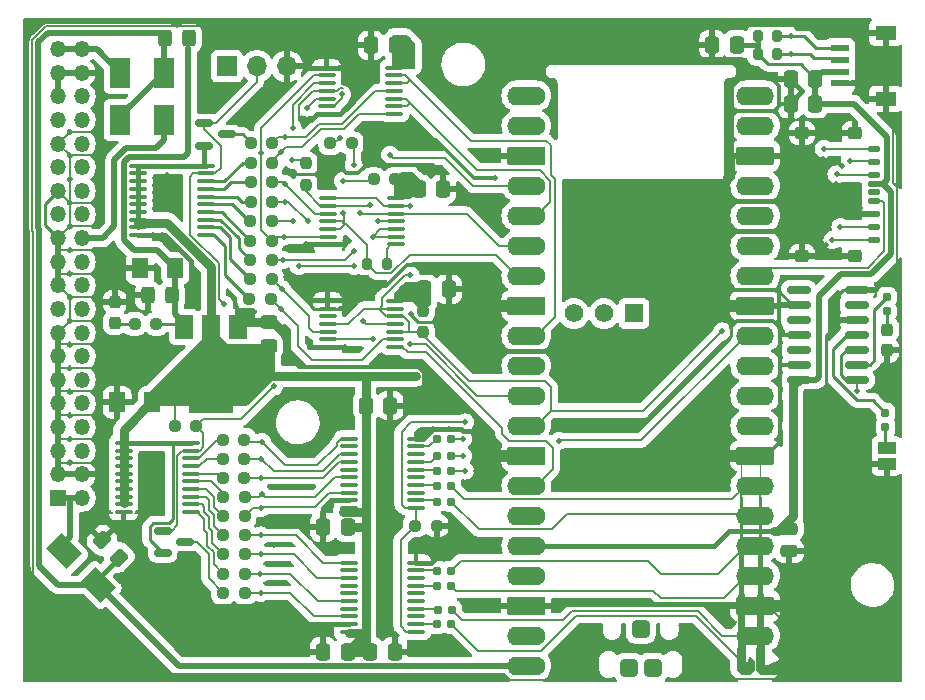
<source format=gbr>
%TF.GenerationSoftware,KiCad,Pcbnew,7.0.8-7.0.8~ubuntu22.04.1*%
%TF.CreationDate,2023-10-31T08:05:54-06:00*%
%TF.ProjectId,PowerBook,506f7765-7242-46f6-9f6b-2e6b69636164,rev?*%
%TF.SameCoordinates,Original*%
%TF.FileFunction,Copper,L1,Top*%
%TF.FilePolarity,Positive*%
%FSLAX46Y46*%
G04 Gerber Fmt 4.6, Leading zero omitted, Abs format (unit mm)*
G04 Created by KiCad (PCBNEW 7.0.8-7.0.8~ubuntu22.04.1) date 2023-10-31 08:05:54*
%MOMM*%
%LPD*%
G01*
G04 APERTURE LIST*
G04 Aperture macros list*
%AMRoundRect*
0 Rectangle with rounded corners*
0 $1 Rounding radius*
0 $2 $3 $4 $5 $6 $7 $8 $9 X,Y pos of 4 corners*
0 Add a 4 corners polygon primitive as box body*
4,1,4,$2,$3,$4,$5,$6,$7,$8,$9,$2,$3,0*
0 Add four circle primitives for the rounded corners*
1,1,$1+$1,$2,$3*
1,1,$1+$1,$4,$5*
1,1,$1+$1,$6,$7*
1,1,$1+$1,$8,$9*
0 Add four rect primitives between the rounded corners*
20,1,$1+$1,$2,$3,$4,$5,0*
20,1,$1+$1,$4,$5,$6,$7,0*
20,1,$1+$1,$6,$7,$8,$9,0*
20,1,$1+$1,$8,$9,$2,$3,0*%
%AMRotRect*
0 Rectangle, with rotation*
0 The origin of the aperture is its center*
0 $1 length*
0 $2 width*
0 $3 Rotation angle, in degrees counterclockwise*
0 Add horizontal line*
21,1,$1,$2,0,0,$3*%
%AMFreePoly0*
4,1,58,1.881242,0.792533,1.914585,0.788777,1.924216,0.782725,1.935306,0.780194,1.961541,0.759271,1.989950,0.741421,2.341421,0.389950,2.359271,0.361541,2.380194,0.335306,2.382725,0.324216,2.388777,0.314585,2.392533,0.281242,2.400000,0.248529,2.400000,-0.248529,2.392533,-0.281242,2.388777,-0.314585,2.382725,-0.324216,2.380194,-0.335306,2.359271,-0.361541,2.341421,-0.389950,
1.989950,-0.741421,1.961541,-0.759271,1.935306,-0.780194,1.924216,-0.782725,1.914585,-0.788777,1.881242,-0.792533,1.848529,-0.800000,0.000000,-0.800000,-0.248529,-0.800000,-0.281242,-0.792533,-0.314585,-0.788777,-0.324216,-0.782725,-0.335306,-0.780194,-0.361541,-0.759271,-0.389950,-0.741421,-0.741421,-0.389950,-0.759271,-0.361541,-0.780194,-0.335306,-0.782725,-0.324216,-0.788777,-0.314585,
-0.792533,-0.281242,-0.800000,-0.248529,-0.800000,0.248529,-0.792533,0.281242,-0.788777,0.314585,-0.782725,0.324216,-0.780194,0.335306,-0.759271,0.361541,-0.741421,0.389950,-0.389950,0.741421,-0.361541,0.759271,-0.335306,0.780194,-0.324216,0.782725,-0.314585,0.788777,-0.281242,0.792533,-0.248529,0.800000,1.848529,0.800000,1.881242,0.792533,1.881242,0.792533,$1*%
%AMFreePoly1*
4,1,58,0.281242,0.792533,0.314585,0.788777,0.324216,0.782725,0.335306,0.780194,0.361541,0.759271,0.389950,0.741421,0.741421,0.389950,0.759271,0.361541,0.780194,0.335306,0.782725,0.324216,0.788777,0.314585,0.792533,0.281242,0.800000,0.248529,0.800000,-0.248529,0.792533,-0.281242,0.788777,-0.314585,0.782725,-0.324216,0.780194,-0.335306,0.759271,-0.361541,0.741421,-0.389950,
0.389950,-0.741421,0.361541,-0.759271,0.335306,-0.780194,0.324216,-0.782725,0.314585,-0.788777,0.281242,-0.792533,0.248529,-0.800000,0.000000,-0.800000,-0.248529,-0.800000,-0.281242,-0.792533,-0.314585,-0.788777,-0.324216,-0.782725,-0.335306,-0.780194,-0.361541,-0.759271,-0.389950,-0.741421,-0.741421,-0.389950,-0.759271,-0.361541,-0.780194,-0.335306,-0.782725,-0.324216,-0.788777,-0.314585,
-0.792533,-0.281242,-0.800000,-0.248529,-0.800000,0.248529,-0.792533,0.281242,-0.788777,0.314585,-0.782725,0.324216,-0.780194,0.335306,-0.759271,0.361541,-0.741421,0.389950,-0.389950,0.741421,-0.361541,0.759271,-0.335306,0.780194,-0.324216,0.782725,-0.314585,0.788777,-0.281242,0.792533,-0.248529,0.800000,0.248529,0.800000,0.281242,0.792533,0.281242,0.792533,$1*%
G04 Aperture macros list end*
%TA.AperFunction,SMDPad,CuDef*%
%ADD10RoundRect,0.250001X0.462499X0.624999X-0.462499X0.624999X-0.462499X-0.624999X0.462499X-0.624999X0*%
%TD*%
%TA.AperFunction,SMDPad,CuDef*%
%ADD11R,1.500000X2.000000*%
%TD*%
%TA.AperFunction,SMDPad,CuDef*%
%ADD12R,3.800000X2.000000*%
%TD*%
%TA.AperFunction,SMDPad,CuDef*%
%ADD13RoundRect,0.250000X0.325000X0.450000X-0.325000X0.450000X-0.325000X-0.450000X0.325000X-0.450000X0*%
%TD*%
%TA.AperFunction,SMDPad,CuDef*%
%ADD14RoundRect,0.250000X0.450000X-0.325000X0.450000X0.325000X-0.450000X0.325000X-0.450000X-0.325000X0*%
%TD*%
%TA.AperFunction,SMDPad,CuDef*%
%ADD15RoundRect,0.250000X0.548008X0.088388X0.088388X0.548008X-0.548008X-0.088388X-0.088388X-0.548008X0*%
%TD*%
%TA.AperFunction,SMDPad,CuDef*%
%ADD16R,1.800000X2.500000*%
%TD*%
%TA.AperFunction,ComponentPad*%
%ADD17R,1.700000X1.700000*%
%TD*%
%TA.AperFunction,ComponentPad*%
%ADD18O,1.700000X1.700000*%
%TD*%
%TA.AperFunction,SMDPad,CuDef*%
%ADD19RoundRect,0.160000X0.197500X0.160000X-0.197500X0.160000X-0.197500X-0.160000X0.197500X-0.160000X0*%
%TD*%
%TA.AperFunction,SMDPad,CuDef*%
%ADD20RoundRect,0.237500X-0.250000X-0.237500X0.250000X-0.237500X0.250000X0.237500X-0.250000X0.237500X0*%
%TD*%
%TA.AperFunction,SMDPad,CuDef*%
%ADD21RoundRect,0.100000X-0.637500X-0.100000X0.637500X-0.100000X0.637500X0.100000X-0.637500X0.100000X0*%
%TD*%
%TA.AperFunction,SMDPad,CuDef*%
%ADD22RoundRect,0.250000X0.337500X0.475000X-0.337500X0.475000X-0.337500X-0.475000X0.337500X-0.475000X0*%
%TD*%
%TA.AperFunction,SMDPad,CuDef*%
%ADD23RoundRect,0.250000X-0.337500X-0.475000X0.337500X-0.475000X0.337500X0.475000X-0.337500X0.475000X0*%
%TD*%
%TA.AperFunction,SMDPad,CuDef*%
%ADD24RoundRect,0.160000X-0.160000X0.197500X-0.160000X-0.197500X0.160000X-0.197500X0.160000X0.197500X0*%
%TD*%
%TA.AperFunction,SMDPad,CuDef*%
%ADD25RoundRect,0.100000X0.637500X0.100000X-0.637500X0.100000X-0.637500X-0.100000X0.637500X-0.100000X0*%
%TD*%
%TA.AperFunction,SMDPad,CuDef*%
%ADD26RoundRect,0.237500X-0.237500X0.287500X-0.237500X-0.287500X0.237500X-0.287500X0.237500X0.287500X0*%
%TD*%
%TA.AperFunction,SMDPad,CuDef*%
%ADD27RoundRect,0.200000X-0.200000X-0.275000X0.200000X-0.275000X0.200000X0.275000X-0.200000X0.275000X0*%
%TD*%
%TA.AperFunction,SMDPad,CuDef*%
%ADD28RoundRect,0.150000X-0.587500X-0.150000X0.587500X-0.150000X0.587500X0.150000X-0.587500X0.150000X0*%
%TD*%
%TA.AperFunction,SMDPad,CuDef*%
%ADD29RoundRect,0.237500X0.237500X-0.287500X0.237500X0.287500X-0.237500X0.287500X-0.237500X-0.287500X0*%
%TD*%
%TA.AperFunction,SMDPad,CuDef*%
%ADD30RoundRect,0.250000X-0.475000X0.250000X-0.475000X-0.250000X0.475000X-0.250000X0.475000X0.250000X0*%
%TD*%
%TA.AperFunction,SMDPad,CuDef*%
%ADD31RoundRect,0.200000X0.200000X0.275000X-0.200000X0.275000X-0.200000X-0.275000X0.200000X-0.275000X0*%
%TD*%
%TA.AperFunction,SMDPad,CuDef*%
%ADD32RoundRect,0.237500X0.250000X0.237500X-0.250000X0.237500X-0.250000X-0.237500X0.250000X-0.237500X0*%
%TD*%
%TA.AperFunction,SMDPad,CuDef*%
%ADD33RotRect,2.500000X1.800000X135.000000*%
%TD*%
%TA.AperFunction,SMDPad,CuDef*%
%ADD34FreePoly0,180.000000*%
%TD*%
%TA.AperFunction,ComponentPad*%
%ADD35FreePoly1,180.000000*%
%TD*%
%TA.AperFunction,SMDPad,CuDef*%
%ADD36O,3.200000X1.600000*%
%TD*%
%TA.AperFunction,ComponentPad*%
%ADD37C,1.600000*%
%TD*%
%TA.AperFunction,SMDPad,CuDef*%
%ADD38RoundRect,0.200000X1.400000X0.600000X-1.400000X0.600000X-1.400000X-0.600000X1.400000X-0.600000X0*%
%TD*%
%TA.AperFunction,ComponentPad*%
%ADD39RoundRect,0.200000X0.600000X0.600000X-0.600000X0.600000X-0.600000X-0.600000X0.600000X-0.600000X0*%
%TD*%
%TA.AperFunction,ComponentPad*%
%ADD40R,1.574800X1.574800*%
%TD*%
%TA.AperFunction,ComponentPad*%
%ADD41C,1.574800*%
%TD*%
%TA.AperFunction,TestPad*%
%ADD42RoundRect,0.300000X0.450000X0.450000X-0.450000X0.450000X-0.450000X-0.450000X0.450000X-0.450000X0*%
%TD*%
%TA.AperFunction,SMDPad,CuDef*%
%ADD43RoundRect,0.125000X-0.415000X0.125000X-0.415000X-0.125000X0.415000X-0.125000X0.415000X0.125000X0*%
%TD*%
%TA.AperFunction,SMDPad,CuDef*%
%ADD44RoundRect,0.262500X-0.337500X0.262500X-0.337500X-0.262500X0.337500X-0.262500X0.337500X0.262500X0*%
%TD*%
%TA.AperFunction,SMDPad,CuDef*%
%ADD45R,1.550000X0.600000*%
%TD*%
%TA.AperFunction,SMDPad,CuDef*%
%ADD46R,1.800000X1.200000*%
%TD*%
%TA.AperFunction,SMDPad,CuDef*%
%ADD47R,1.500000X1.000000*%
%TD*%
%TA.AperFunction,SMDPad,CuDef*%
%ADD48RoundRect,0.150000X0.825000X0.150000X-0.825000X0.150000X-0.825000X-0.150000X0.825000X-0.150000X0*%
%TD*%
%TA.AperFunction,SMDPad,CuDef*%
%ADD49RoundRect,0.237500X0.237500X-0.250000X0.237500X0.250000X-0.237500X0.250000X-0.237500X-0.250000X0*%
%TD*%
%TA.AperFunction,ComponentPad*%
%ADD50R,1.350000X1.350000*%
%TD*%
%TA.AperFunction,ComponentPad*%
%ADD51O,1.350000X1.350000*%
%TD*%
%TA.AperFunction,ViaPad*%
%ADD52C,0.500000*%
%TD*%
%TA.AperFunction,ViaPad*%
%ADD53C,0.800000*%
%TD*%
%TA.AperFunction,Conductor*%
%ADD54C,0.400000*%
%TD*%
%TA.AperFunction,Conductor*%
%ADD55C,0.200000*%
%TD*%
%TA.AperFunction,Conductor*%
%ADD56C,0.150000*%
%TD*%
%TA.AperFunction,Conductor*%
%ADD57C,1.000000*%
%TD*%
%TA.AperFunction,Conductor*%
%ADD58C,0.330000*%
%TD*%
%TA.AperFunction,Conductor*%
%ADD59C,0.450000*%
%TD*%
%TA.AperFunction,Conductor*%
%ADD60C,0.250000*%
%TD*%
%TA.AperFunction,Conductor*%
%ADD61C,0.750000*%
%TD*%
%TA.AperFunction,Conductor*%
%ADD62C,0.500000*%
%TD*%
G04 APERTURE END LIST*
D10*
%TO.P,C3,1*%
%TO.N,+5F*%
X112993500Y-93345000D03*
%TO.P,C3,2*%
%TO.N,GND*%
X110018500Y-93345000D03*
%TD*%
%TO.P,C4,1*%
%TO.N,+2V8*%
X111052000Y-104673400D03*
%TO.P,C4,2*%
%TO.N,GND*%
X108077000Y-104673400D03*
%TD*%
D11*
%TO.P,U3,1,GND*%
%TO.N,GND*%
X118350120Y-98299320D03*
%TO.P,U3,2,VO*%
%TO.N,+2V8*%
X116050120Y-98299320D03*
D12*
X116050120Y-104599320D03*
D11*
%TO.P,U3,3,VI*%
%TO.N,+5F*%
X113750120Y-98299320D03*
%TD*%
D13*
%TO.P,C2,1*%
%TO.N,+5F*%
X112717800Y-95631000D03*
%TO.P,C2,2*%
%TO.N,GND*%
X110667800Y-95631000D03*
%TD*%
D14*
%TO.P,C5,1*%
%TO.N,+2V8*%
X120919000Y-99941600D03*
%TO.P,C5,2*%
%TO.N,GND*%
X120919000Y-97891600D03*
%TD*%
D15*
%TO.P,C6,1*%
%TO.N,+5VP*%
X108242984Y-117818784D03*
%TO.P,C6,2*%
%TO.N,GND*%
X106793416Y-116369216D03*
%TD*%
D16*
%TO.P,D1,1,K*%
%TO.N,+5VP*%
X112014000Y-76809600D03*
%TO.P,D1,2,A*%
%TO.N,+5V*%
X112014000Y-80809600D03*
%TD*%
D17*
%TO.P,J1,1,Pin_1*%
%TO.N,unconnected-(J1-Pad1)*%
X117373400Y-76225400D03*
D18*
%TO.P,J1,2,Pin_2*%
%TO.N,TRM_ON_J*%
X119913400Y-76225400D03*
%TO.P,J1,3,Pin_3*%
%TO.N,GND*%
X122453400Y-76225400D03*
%TD*%
D19*
%TO.P,R42,1*%
%TO.N,Net-(R42-Pad1)*%
X136385900Y-123469400D03*
%TO.P,R42,2*%
%TO.N,DB0T*%
X135190900Y-123469400D03*
%TD*%
D20*
%TO.P,R39,1*%
%TO.N,Net-(R39-Pad1)*%
X117039400Y-115951000D03*
%TO.P,R39,2*%
%TO.N,DB3*%
X118864400Y-115951000D03*
%TD*%
D19*
%TO.P,R16,1*%
%TO.N,Net-(R16-Pad1)*%
X136349600Y-113106200D03*
%TO.P,R16,2*%
%TO.N,DB4T*%
X135154600Y-113106200D03*
%TD*%
D21*
%TO.P,U2,1,DIR*%
%TO.N,+2V8*%
X109837300Y-84654200D03*
%TO.P,U2,2,A1*%
X109837300Y-85304200D03*
%TO.P,U2,3,A2*%
X109837300Y-85954200D03*
%TO.P,U2,4,A3*%
X109837300Y-86604200D03*
%TO.P,U2,5,A4*%
X109837300Y-87254200D03*
%TO.P,U2,6,A5*%
X109837300Y-87904200D03*
%TO.P,U2,7,A6*%
X109837300Y-88554200D03*
%TO.P,U2,8,A7*%
X109837300Y-89204200D03*
%TO.P,U2,9,A8*%
X109837300Y-89854200D03*
%TO.P,U2,10,GND*%
%TO.N,GND*%
X109837300Y-90504200D03*
%TO.P,U2,11,B8*%
%TO.N,Net-(R2-Pad1)*%
X115562300Y-90504200D03*
%TO.P,U2,12,B7*%
%TO.N,Net-(R3-Pad1)*%
X115562300Y-89854200D03*
%TO.P,U2,13,B6*%
%TO.N,Net-(R4-Pad1)*%
X115562300Y-89204200D03*
%TO.P,U2,14,B5*%
%TO.N,Net-(R5-Pad1)*%
X115562300Y-88554200D03*
%TO.P,U2,15,B4*%
%TO.N,Net-(R10-Pad1)*%
X115562300Y-87904200D03*
%TO.P,U2,16,B3*%
%TO.N,Net-(R9-Pad1)*%
X115562300Y-87254200D03*
%TO.P,U2,17,B2*%
%TO.N,Net-(R8-Pad1)*%
X115562300Y-86604200D03*
%TO.P,U2,18,B1*%
%TO.N,Net-(R7-Pad1)*%
X115562300Y-85954200D03*
%TO.P,U2,19,/OE*%
%TO.N,TRM_ON_J*%
X115562300Y-85304200D03*
%TO.P,U2,20,Vcc*%
%TO.N,+2V8*%
X115562300Y-84654200D03*
%TD*%
D20*
%TO.P,R4,1*%
%TO.N,Net-(R4-Pad1)*%
X119354600Y-92608400D03*
%TO.P,R4,2*%
%TO.N,RST*%
X121179600Y-92608400D03*
%TD*%
%TO.P,R33,1*%
%TO.N,Net-(R33-Pad1)*%
X117014000Y-111048800D03*
%TO.P,R33,2*%
%TO.N,DB6*%
X118839000Y-111048800D03*
%TD*%
%TO.P,R36,1*%
%TO.N,Net-(Q2-Pad3)*%
X117045100Y-120802400D03*
%TO.P,R36,2*%
%TO.N,DB0*%
X118870100Y-120802400D03*
%TD*%
D22*
%TO.P,C12,1*%
%TO.N,+3V3*%
X167200400Y-79400400D03*
%TO.P,C12,2*%
%TO.N,GND*%
X165125400Y-79400400D03*
%TD*%
D20*
%TO.P,R5,1*%
%TO.N,Net-(R5-Pad1)*%
X119354600Y-90982800D03*
%TO.P,R5,2*%
%TO.N,SEL*%
X121179600Y-90982800D03*
%TD*%
%TO.P,R35,1*%
%TO.N,Net-(R35-Pad1)*%
X117017800Y-107848400D03*
%TO.P,R35,2*%
%TO.N,DBP*%
X118842800Y-107848400D03*
%TD*%
%TO.P,R1,1*%
%TO.N,Net-(R1-Pad1)*%
X117045100Y-112699800D03*
%TO.P,R1,2*%
%TO.N,DB5*%
X118870100Y-112699800D03*
%TD*%
D23*
%TO.P,C1,1*%
%TO.N,GND*%
X158478400Y-74396600D03*
%TO.P,C1,2*%
%TO.N,+3V3*%
X160553400Y-74396600D03*
%TD*%
D22*
%TO.P,C8,1*%
%TO.N,+2V8*%
X127584200Y-125806200D03*
%TO.P,C8,2*%
%TO.N,GND*%
X125509200Y-125806200D03*
%TD*%
D20*
%TO.P,R38,1*%
%TO.N,Net-(R38-Pad1)*%
X117043200Y-117551200D03*
%TO.P,R38,2*%
%TO.N,DB2*%
X118868200Y-117551200D03*
%TD*%
D19*
%TO.P,R17,1*%
%TO.N,Net-(R17-Pad1)*%
X136348400Y-118922800D03*
%TO.P,R17,2*%
%TO.N,DB3T*%
X135153400Y-118922800D03*
%TD*%
D20*
%TO.P,R9,1*%
%TO.N,Net-(R9-Pad1)*%
X119407300Y-87680800D03*
%TO.P,R9,2*%
%TO.N,MSG*%
X121232300Y-87680800D03*
%TD*%
D19*
%TO.P,R13,1*%
%TO.N,Net-(R13-Pad1)*%
X136349600Y-109194600D03*
%TO.P,R13,2*%
%TO.N,DB7T*%
X135154600Y-109194600D03*
%TD*%
D22*
%TO.P,C7,1*%
%TO.N,+3V3*%
X167182800Y-77266800D03*
%TO.P,C7,2*%
%TO.N,GND*%
X165107800Y-77266800D03*
%TD*%
D20*
%TO.P,R40,1*%
%TO.N,Net-(R40-Pad1)*%
X117043200Y-114325400D03*
%TO.P,R40,2*%
%TO.N,DB4*%
X118868200Y-114325400D03*
%TD*%
D24*
%TO.P,R57,1*%
%TO.N,Net-(R57-Pad1)*%
X173126400Y-105574500D03*
%TO.P,R57,2*%
%TO.N,Net-(JP1-Pad1)*%
X173126400Y-106769500D03*
%TD*%
D25*
%TO.P,U4,1,DIR*%
%TO.N,DBPTr*%
X133393100Y-124108400D03*
%TO.P,U4,2,A1*%
%TO.N,DB0T*%
X133393100Y-123458400D03*
%TO.P,U4,3,A2*%
%TO.N,unconnected-(U4-Pad3)*%
X133393100Y-122808400D03*
%TO.P,U4,4,A3*%
%TO.N,DB1T*%
X133393100Y-122158400D03*
%TO.P,U4,5,A4*%
%TO.N,unconnected-(U4-Pad5)*%
X133393100Y-121508400D03*
%TO.P,U4,6,A5*%
%TO.N,unconnected-(U4-Pad6)*%
X133393100Y-120858400D03*
%TO.P,U4,7,A6*%
%TO.N,DB2T*%
X133393100Y-120208400D03*
%TO.P,U4,8,A7*%
%TO.N,unconnected-(U4-Pad8)*%
X133393100Y-119558400D03*
%TO.P,U4,9,A8*%
%TO.N,DB3T*%
X133393100Y-118908400D03*
%TO.P,U4,10,GND*%
%TO.N,GND*%
X133393100Y-118258400D03*
%TO.P,U4,11,B8*%
%TO.N,DB3*%
X127668100Y-118258400D03*
%TO.P,U4,12,B7*%
%TO.N,unconnected-(U4-Pad12)*%
X127668100Y-118908400D03*
%TO.P,U4,13,B6*%
%TO.N,DB2*%
X127668100Y-119558400D03*
%TO.P,U4,14,B5*%
%TO.N,unconnected-(U4-Pad14)*%
X127668100Y-120208400D03*
%TO.P,U4,15,B4*%
%TO.N,unconnected-(U4-Pad15)*%
X127668100Y-120858400D03*
%TO.P,U4,16,B3*%
%TO.N,DB1*%
X127668100Y-121508400D03*
%TO.P,U4,17,B2*%
%TO.N,unconnected-(U4-Pad17)*%
X127668100Y-122158400D03*
%TO.P,U4,18,B1*%
%TO.N,DB0*%
X127668100Y-122808400D03*
%TO.P,U4,19,/OE*%
%TO.N,GND*%
X127668100Y-123458400D03*
%TO.P,U4,20,Vcc*%
%TO.N,+2V8*%
X127668100Y-124108400D03*
%TD*%
D19*
%TO.P,R18,1*%
%TO.N,Net-(R18-Pad1)*%
X136373800Y-120192800D03*
%TO.P,R18,2*%
%TO.N,DB2T*%
X135178800Y-120192800D03*
%TD*%
D26*
%TO.P,D5,1,K*%
%TO.N,GND*%
X107888100Y-96192400D03*
%TO.P,D5,2,A*%
%TO.N,Net-(D5-Pad2)*%
X107888100Y-97942400D03*
%TD*%
D27*
%TO.P,R20,1*%
%TO.N,+3V3*%
X162332400Y-73634600D03*
%TO.P,R20,2*%
%TO.N,SCL*%
X163982400Y-73634600D03*
%TD*%
D28*
%TO.P,Q1,1,G*%
%TO.N,TRM_ON_J*%
X115470700Y-81041200D03*
%TO.P,Q1,2,S*%
%TO.N,+2V8*%
X115470700Y-82941200D03*
%TO.P,Q1,3,D*%
%TO.N,Net-(Q1-Pad3)*%
X117345700Y-81991200D03*
%TD*%
D23*
%TO.P,C15,1*%
%TO.N,+2V8*%
X129137500Y-104952800D03*
%TO.P,C15,2*%
%TO.N,GND*%
X131212500Y-104952800D03*
%TD*%
D20*
%TO.P,R22,1*%
%TO.N,oSEL*%
X129795900Y-85775800D03*
%TO.P,R22,2*%
%TO.N,+2V8*%
X131620900Y-85775800D03*
%TD*%
D23*
%TO.P,C14,1*%
%TO.N,GND*%
X129594700Y-74447400D03*
%TO.P,C14,2*%
%TO.N,+2V8*%
X131669700Y-74447400D03*
%TD*%
D21*
%TO.P,U1,1,DIR*%
%TO.N,+2V8*%
X108618100Y-108123800D03*
%TO.P,U1,2,A1*%
X108618100Y-108773800D03*
%TO.P,U1,3,A2*%
X108618100Y-109423800D03*
%TO.P,U1,4,A3*%
X108618100Y-110073800D03*
%TO.P,U1,5,A4*%
X108618100Y-110723800D03*
%TO.P,U1,6,A5*%
X108618100Y-111373800D03*
%TO.P,U1,7,A6*%
X108618100Y-112023800D03*
%TO.P,U1,8,A7*%
X108618100Y-112673800D03*
%TO.P,U1,9,A8*%
X108618100Y-113323800D03*
%TO.P,U1,10,GND*%
%TO.N,GND*%
X108618100Y-113973800D03*
%TO.P,U1,11,B8*%
%TO.N,Net-(R37-Pad1)*%
X114343100Y-113973800D03*
%TO.P,U1,12,B7*%
%TO.N,Net-(R38-Pad1)*%
X114343100Y-113323800D03*
%TO.P,U1,13,B6*%
%TO.N,Net-(R39-Pad1)*%
X114343100Y-112673800D03*
%TO.P,U1,14,B5*%
%TO.N,Net-(R40-Pad1)*%
X114343100Y-112023800D03*
%TO.P,U1,15,B4*%
%TO.N,Net-(R1-Pad1)*%
X114343100Y-111373800D03*
%TO.P,U1,16,B3*%
%TO.N,Net-(R33-Pad1)*%
X114343100Y-110723800D03*
%TO.P,U1,17,B2*%
%TO.N,Net-(R34-Pad1)*%
X114343100Y-110073800D03*
%TO.P,U1,18,B1*%
%TO.N,Net-(R35-Pad1)*%
X114343100Y-109423800D03*
%TO.P,U1,19,/OE*%
%TO.N,TRM_ON_J*%
X114343100Y-108773800D03*
%TO.P,U1,20,Vcc*%
%TO.N,+2V8*%
X114343100Y-108123800D03*
%TD*%
D16*
%TO.P,D2,1,K*%
%TO.N,+5VP*%
X108356400Y-80777600D03*
%TO.P,D2,2,A*%
%TO.N,+5VD*%
X108356400Y-76777600D03*
%TD*%
D20*
%TO.P,R3,1*%
%TO.N,Net-(R3-Pad1)*%
X119356500Y-94234000D03*
%TO.P,R3,2*%
%TO.N,ACK*%
X121181500Y-94234000D03*
%TD*%
D19*
%TO.P,R15,1*%
%TO.N,Net-(R15-Pad1)*%
X136349600Y-111760000D03*
%TO.P,R15,2*%
%TO.N,DB5T*%
X135154600Y-111760000D03*
%TD*%
D29*
%TO.P,D4,1,K*%
%TO.N,GND*%
X173278800Y-100276600D03*
%TO.P,D4,2,A*%
%TO.N,Net-(D4-Pad2)*%
X173278800Y-98526600D03*
%TD*%
D30*
%TO.P,C16,1*%
%TO.N,+3V3*%
X164998400Y-115382000D03*
%TO.P,C16,2*%
%TO.N,GND*%
X164998400Y-117282000D03*
%TD*%
D31*
%TO.P,R11,1*%
%TO.N,SDA*%
X163981400Y-75184000D03*
%TO.P,R11,2*%
%TO.N,+3V3*%
X162331400Y-75184000D03*
%TD*%
D32*
%TO.P,R56,1*%
%TO.N,+5F*%
X111391400Y-98044000D03*
%TO.P,R56,2*%
%TO.N,Net-(D5-Pad2)*%
X109566400Y-98044000D03*
%TD*%
D33*
%TO.P,D3,1,K*%
%TO.N,+5VP*%
X106417814Y-120133814D03*
%TO.P,D3,2,A*%
%TO.N,+5VA*%
X103589386Y-117305386D03*
%TD*%
D20*
%TO.P,R7,1*%
%TO.N,Net-(R7-Pad1)*%
X119405400Y-84378800D03*
%TO.P,R7,2*%
%TO.N,REQ*%
X121230400Y-84378800D03*
%TD*%
D24*
%TO.P,R30,1*%
%TO.N,Net-(R30-Pad1)*%
X173253400Y-95767500D03*
%TO.P,R30,2*%
%TO.N,Net-(D4-Pad2)*%
X173253400Y-96962500D03*
%TD*%
D34*
%TO.P,RP1,1,G0*%
%TO.N,Net-(R42-Pad1)*%
X162905400Y-126986200D03*
D35*
X161305400Y-126986200D03*
D36*
%TO.P,RP1,2,G1*%
%TO.N,Net-(R19-Pad1)*%
X162105400Y-124446200D03*
D37*
X161305400Y-124446200D03*
D38*
%TO.P,RP1,3,GND*%
%TO.N,GND*%
X162105400Y-121906200D03*
D39*
X161305400Y-121906200D03*
D36*
%TO.P,RP1,4,G2*%
%TO.N,Net-(R18-Pad1)*%
X162105400Y-119366200D03*
D37*
X161305400Y-119366200D03*
D36*
%TO.P,RP1,5,G3*%
%TO.N,Net-(R17-Pad1)*%
X162105400Y-116826200D03*
D37*
X161305400Y-116826200D03*
D36*
%TO.P,RP1,6,G4*%
%TO.N,Net-(R16-Pad1)*%
X162105400Y-114286200D03*
D37*
X161305400Y-114286200D03*
D36*
%TO.P,RP1,7,G5*%
%TO.N,Net-(R15-Pad1)*%
X162105400Y-111746200D03*
D37*
X161305400Y-111746200D03*
D38*
%TO.P,RP1,8,GND*%
%TO.N,GND*%
X162105400Y-109206200D03*
D39*
X161305400Y-109206200D03*
D36*
%TO.P,RP1,9,G6*%
%TO.N,Net-(R14-Pad1)*%
X162105400Y-106666200D03*
D37*
X161305400Y-106666200D03*
D36*
%TO.P,RP1,10,G7*%
%TO.N,Net-(R13-Pad1)*%
X162105400Y-104126200D03*
D37*
X161305400Y-104126200D03*
D36*
%TO.P,RP1,11,G8*%
%TO.N,Net-(R12-Pad1)*%
X162105400Y-101586200D03*
D37*
X161305400Y-101586200D03*
D36*
%TO.P,RP1,12,G9*%
%TO.N,DBPTr*%
X162105400Y-99046200D03*
D37*
X161305400Y-99046200D03*
D38*
%TO.P,RP1,13,GND*%
%TO.N,GND*%
X162105400Y-96506200D03*
D39*
X161305400Y-96506200D03*
D36*
%TO.P,RP1,14,G10*%
%TO.N,SD_CLK*%
X162105400Y-93966200D03*
D37*
X161305400Y-93966200D03*
D36*
%TO.P,RP1,15,G11*%
%TO.N,SD_CMD_MOSI*%
X162105400Y-91426200D03*
D37*
X161305400Y-91426200D03*
D36*
%TO.P,RP1,16,G12*%
%TO.N,SD_D0_MISO*%
X162105400Y-88886200D03*
D37*
X161305400Y-88886200D03*
D36*
%TO.P,RP1,17,G13*%
%TO.N,SD_D1*%
X162105400Y-86346200D03*
D37*
X161305400Y-86346200D03*
D38*
%TO.P,RP1,18,GND*%
%TO.N,GND*%
X162105400Y-83806200D03*
D39*
X161305400Y-83806200D03*
D36*
%TO.P,RP1,19,G14*%
%TO.N,SD_D2*%
X162105400Y-81266200D03*
D37*
X161305400Y-81266200D03*
D36*
%TO.P,RP1,20,G15*%
%TO.N,SD_D3_CS*%
X162105400Y-78726200D03*
D37*
X161305400Y-78726200D03*
%TO.P,RP1,21,G16*%
%TO.N,SDA*%
X143525400Y-78726200D03*
D36*
X142725400Y-78726200D03*
D37*
%TO.P,RP1,22,G17*%
%TO.N,SCL*%
X143525400Y-81266200D03*
D36*
X142725400Y-81266200D03*
D39*
%TO.P,RP1,23,GND*%
%TO.N,GND*%
X143525400Y-83806200D03*
D38*
X142725400Y-83806200D03*
D37*
%TO.P,RP1,24,G18*%
%TO.N,oCD_iSEL*%
X143525400Y-86346200D03*
D36*
X142725400Y-86346200D03*
D37*
%TO.P,RP1,25,G19*%
%TO.N,oREQ*%
X143525400Y-88886200D03*
D36*
X142725400Y-88886200D03*
D37*
%TO.P,RP1,26,G20*%
%TO.N,oMSG_iBSY*%
X143525400Y-91426200D03*
D36*
X142725400Y-91426200D03*
D37*
%TO.P,RP1,27,G21*%
%TO.N,oSEL*%
X143525400Y-93966200D03*
D36*
X142725400Y-93966200D03*
D39*
%TO.P,RP1,28,GND*%
%TO.N,GND*%
X143525400Y-96506200D03*
D38*
X142725400Y-96506200D03*
D37*
%TO.P,RP1,29,G22*%
%TO.N,oIO*%
X143525400Y-99046200D03*
D36*
X142725400Y-99046200D03*
D37*
%TO.P,RP1,30,RUN*%
%TO.N,unconnected-(RP1-Pad30)*%
X143525400Y-101586200D03*
D36*
X142725400Y-101586200D03*
D37*
%TO.P,RP1,31,G26*%
%TO.N,iACK*%
X143525400Y-104126200D03*
D36*
X142725400Y-104126200D03*
D37*
%TO.P,RP1,32,G27*%
%TO.N,oBSY*%
X143525400Y-106666200D03*
D36*
X142725400Y-106666200D03*
D39*
%TO.P,RP1,33,A_GND*%
%TO.N,GND*%
X143525400Y-109206200D03*
D38*
X142725400Y-109206200D03*
D37*
%TO.P,RP1,34,G28*%
%TO.N,iATN*%
X143525400Y-111746200D03*
D36*
X142725400Y-111746200D03*
D37*
%TO.P,RP1,35,ADC_VREF*%
%TO.N,unconnected-(RP1-Pad35)*%
X143525400Y-114286200D03*
D36*
X142725400Y-114286200D03*
D37*
%TO.P,RP1,36,3v3*%
%TO.N,+3V3*%
X143525400Y-116826200D03*
D36*
X142725400Y-116826200D03*
D37*
%TO.P,RP1,37,3v3_EN*%
%TO.N,unconnected-(RP1-Pad37)*%
X143525400Y-119366200D03*
D36*
X142725400Y-119366200D03*
D39*
%TO.P,RP1,38,GND*%
%TO.N,GND*%
X143525400Y-121906200D03*
D38*
X142725400Y-121906200D03*
D37*
%TO.P,RP1,39,VSYS*%
%TO.N,unconnected-(RP1-Pad39)*%
X143525400Y-124446200D03*
D36*
X142725400Y-124446200D03*
D37*
%TO.P,RP1,40,VBUS_5V*%
%TO.N,+5VP*%
X143525400Y-126986200D03*
D36*
X142725400Y-126986200D03*
D40*
%TO.P,RP1,41*%
%TO.N,N/C*%
X151831200Y-97156200D03*
D41*
%TO.P,RP1,42*%
X149291200Y-97156200D03*
%TO.P,RP1,43*%
X146751200Y-97156200D03*
D42*
%TO.P,RP1,51*%
X152415400Y-123856200D03*
%TO.P,RP1,52*%
X151415400Y-127156200D03*
%TO.P,RP1,53*%
X153415400Y-127156200D03*
%TD*%
D20*
%TO.P,R8,1*%
%TO.N,Net-(R8-Pad1)*%
X119407300Y-86055200D03*
%TO.P,R8,2*%
%TO.N,CD*%
X121232300Y-86055200D03*
%TD*%
%TO.P,R2,1*%
%TO.N,Net-(R2-Pad1)*%
X119254900Y-95910400D03*
%TO.P,R2,2*%
%TO.N,ATN*%
X121079900Y-95910400D03*
%TD*%
D43*
%TO.P,SD2,1,DAT2*%
%TO.N,SD_D2*%
X172164000Y-83246600D03*
%TO.P,SD2,2,CD/CS/DAT3*%
%TO.N,SD_D3_CS*%
X172164000Y-84346600D03*
%TO.P,SD2,3,CMD/MOSI*%
%TO.N,SD_CMD_MOSI*%
X172164000Y-85446600D03*
%TO.P,SD2,4,VDD*%
%TO.N,+3V3*%
X172164000Y-86196600D03*
%TO.P,SD2,5,SD_DET*%
%TO.N,unconnected-(SD2-Pad5)*%
X172164000Y-86896600D03*
%TO.P,SD2,6,CLK*%
%TO.N,SD_CLK*%
X172164000Y-87646600D03*
%TO.P,SD2,7,VSS*%
%TO.N,GND*%
X172164000Y-88746600D03*
%TO.P,SD2,8,DAT0/MISO*%
%TO.N,SD_D0_MISO*%
X172164000Y-89846600D03*
%TO.P,SD2,9,DAT1*%
%TO.N,SD_D1*%
X172164000Y-90946600D03*
D44*
%TO.P,SD2,10,CASE_GND*%
%TO.N,GND*%
X170524000Y-81871600D03*
X166074000Y-81871600D03*
X170524000Y-92321600D03*
X166074000Y-92321600D03*
%TD*%
D45*
%TO.P,J3,1,1*%
%TO.N,GND*%
X169272200Y-77674600D03*
%TO.P,J3,2,2*%
%TO.N,+3V3*%
X169272200Y-76674600D03*
%TO.P,J3,3,3*%
%TO.N,SDA*%
X169272200Y-75674600D03*
%TO.P,J3,4,4*%
%TO.N,SCL*%
X169272200Y-74674600D03*
D46*
%TO.P,J3,S1,SHIELD*%
%TO.N,GND*%
X173147200Y-78974600D03*
%TO.P,J3,S2,SHIELD*%
X173147200Y-73374600D03*
%TD*%
D19*
%TO.P,R12,1*%
%TO.N,Net-(R12-Pad1)*%
X136348400Y-107772200D03*
%TO.P,R12,2*%
%TO.N,DBPT*%
X135153400Y-107772200D03*
%TD*%
D47*
%TO.P,JP1,1,A*%
%TO.N,Net-(JP1-Pad1)*%
X173228000Y-108570000D03*
%TO.P,JP1,2,B*%
%TO.N,GND*%
X173228000Y-109870000D03*
%TD*%
D19*
%TO.P,R19,1*%
%TO.N,Net-(R19-Pad1)*%
X136399200Y-122224800D03*
%TO.P,R19,2*%
%TO.N,DB1T*%
X135204200Y-122224800D03*
%TD*%
D23*
%TO.P,C10,1*%
%TO.N,+2V8*%
X129489200Y-125806200D03*
%TO.P,C10,2*%
%TO.N,GND*%
X131564200Y-125806200D03*
%TD*%
D31*
%TO.P,R21,1*%
%TO.N,iRST*%
X130898400Y-92938600D03*
%TO.P,R21,2*%
%TO.N,oSEL*%
X129248400Y-92938600D03*
%TD*%
D22*
%TO.P,C9,1*%
%TO.N,GND*%
X136165500Y-95097600D03*
%TO.P,C9,2*%
%TO.N,+2V8*%
X134090500Y-95097600D03*
%TD*%
D48*
%TO.P,U8,1*%
%TO.N,oBSY*%
X170724600Y-102768400D03*
%TO.P,U8,2*%
%TO.N,Net-(R30-Pad1)*%
X170724600Y-101498400D03*
%TO.P,U8,3*%
%TO.N,oBSY*%
X170724600Y-100228400D03*
%TO.P,U8,4*%
%TO.N,Net-(R57-Pad1)*%
X170724600Y-98958400D03*
%TO.P,U8,5*%
%TO.N,GND*%
X170724600Y-97688400D03*
%TO.P,U8,6*%
%TO.N,unconnected-(U8-Pad6)*%
X170724600Y-96418400D03*
%TO.P,U8,7,GND*%
%TO.N,GND*%
X170724600Y-95148400D03*
%TO.P,U8,8*%
%TO.N,unconnected-(U8-Pad8)*%
X165774600Y-95148400D03*
%TO.P,U8,9*%
%TO.N,GND*%
X165774600Y-96418400D03*
%TO.P,U8,10*%
%TO.N,unconnected-(U8-Pad10)*%
X165774600Y-97688400D03*
%TO.P,U8,11*%
%TO.N,GND*%
X165774600Y-98958400D03*
%TO.P,U8,12*%
%TO.N,unconnected-(U8-Pad12)*%
X165774600Y-100228400D03*
%TO.P,U8,13*%
%TO.N,GND*%
X165774600Y-101498400D03*
%TO.P,U8,14,VCC*%
%TO.N,+3V3*%
X165774600Y-102768400D03*
%TD*%
D20*
%TO.P,R10,1*%
%TO.N,Net-(R10-Pad1)*%
X119356500Y-89357200D03*
%TO.P,R10,2*%
%TO.N,BSY*%
X121181500Y-89357200D03*
%TD*%
D28*
%TO.P,Q2,1,G*%
%TO.N,TRM_ON_J*%
X111940100Y-115534400D03*
%TO.P,Q2,2,S*%
%TO.N,+2V8*%
X111940100Y-117434400D03*
%TO.P,Q2,3,D*%
%TO.N,Net-(Q2-Pad3)*%
X113815100Y-116484400D03*
%TD*%
D20*
%TO.P,R34,1*%
%TO.N,Net-(R34-Pad1)*%
X117017800Y-109448600D03*
%TO.P,R34,2*%
%TO.N,DB7*%
X118842800Y-109448600D03*
%TD*%
D32*
%TO.P,R41,1*%
%TO.N,TRM_ON_J*%
X114778800Y-106654600D03*
%TO.P,R41,2*%
%TO.N,+2V8*%
X112953800Y-106654600D03*
%TD*%
D21*
%TO.P,U7,1,1/OE*%
%TO.N,oBSY*%
X125940900Y-87407200D03*
%TO.P,U7,2,1A*%
%TO.N,oCD_iSEL*%
X125940900Y-88057200D03*
%TO.P,U7,3,1Y*%
%TO.N,CD*%
X125940900Y-88707200D03*
%TO.P,U7,4,2/OE*%
%TO.N,oSEL*%
X125940900Y-89357200D03*
%TO.P,U7,5,2A*%
X125940900Y-90007200D03*
%TO.P,U7,6,2Y*%
%TO.N,SEL*%
X125940900Y-90657200D03*
%TO.P,U7,7,GND*%
%TO.N,GND*%
X125940900Y-91307200D03*
%TO.P,U7,8,3Y*%
%TO.N,iRST*%
X131665900Y-91307200D03*
%TO.P,U7,9,3A*%
%TO.N,RST*%
X131665900Y-90657200D03*
%TO.P,U7,10,3/OE*%
X131665900Y-90007200D03*
%TO.P,U7,11,4Y*%
%TO.N,MSG*%
X131665900Y-89357200D03*
%TO.P,U7,12,4A*%
%TO.N,oMSG_iBSY*%
X131665900Y-88707200D03*
%TO.P,U7,13,4/OE*%
%TO.N,oBSY*%
X131665900Y-88057200D03*
%TO.P,U7,14,Vcc*%
%TO.N,+2V8*%
X131665900Y-87407200D03*
%TD*%
D20*
%TO.P,R37,1*%
%TO.N,Net-(R37-Pad1)*%
X117043200Y-119176800D03*
%TO.P,R37,2*%
%TO.N,DB1*%
X118868200Y-119176800D03*
%TD*%
D13*
%TO.P,F2,1*%
%TO.N,+5F*%
X114156600Y-73850000D03*
%TO.P,F2,2*%
%TO.N,+5VP*%
X112106600Y-73850000D03*
%TD*%
D49*
%TO.P,R23,1*%
%TO.N,oBSY*%
X133985000Y-98751400D03*
%TO.P,R23,2*%
%TO.N,+2V8*%
X133985000Y-96926400D03*
%TD*%
D20*
%TO.P,R25,1*%
%TO.N,DBPTr*%
X133299200Y-115112800D03*
%TO.P,R25,2*%
%TO.N,GND*%
X135124200Y-115112800D03*
%TD*%
D21*
%TO.P,U5,1,1/OE*%
%TO.N,GND*%
X125897800Y-96089400D03*
%TO.P,U5,2,1A*%
X125897800Y-96739400D03*
%TO.P,U5,3,1Y*%
%TO.N,unconnected-(U5-Pad3)*%
X125897800Y-97389400D03*
%TO.P,U5,4,2/OE*%
%TO.N,oBSY*%
X125897800Y-98039400D03*
%TO.P,U5,5,2A*%
%TO.N,ACK*%
X125897800Y-98689400D03*
%TO.P,U5,6,2Y*%
%TO.N,iACK*%
X125897800Y-99339400D03*
%TO.P,U5,7,GND*%
%TO.N,GND*%
X125897800Y-99989400D03*
%TO.P,U5,8,3Y*%
%TO.N,iATN*%
X131622800Y-99989400D03*
%TO.P,U5,9,3A*%
%TO.N,ATN*%
X131622800Y-99339400D03*
%TO.P,U5,10,3/OE*%
%TO.N,oBSY*%
X131622800Y-98689400D03*
%TO.P,U5,11,4Y*%
%TO.N,BSY*%
X131622800Y-98039400D03*
%TO.P,U5,12,4A*%
%TO.N,oBSY*%
X131622800Y-97389400D03*
%TO.P,U5,13,4/OE*%
X131622800Y-96739400D03*
%TO.P,U5,14,Vcc*%
%TO.N,+2V8*%
X131622800Y-96089400D03*
%TD*%
D19*
%TO.P,R14,1*%
%TO.N,Net-(R14-Pad1)*%
X136349600Y-110464600D03*
%TO.P,R14,2*%
%TO.N,DB6T*%
X135154600Y-110464600D03*
%TD*%
D25*
%TO.P,U9,1,DIR*%
%TO.N,DBPTr*%
X133393100Y-113618200D03*
%TO.P,U9,2,A1*%
%TO.N,DB4T*%
X133393100Y-112968200D03*
%TO.P,U9,3,A2*%
%TO.N,unconnected-(U9-Pad3)*%
X133393100Y-112318200D03*
%TO.P,U9,4,A3*%
%TO.N,DB5T*%
X133393100Y-111668200D03*
%TO.P,U9,5,A4*%
%TO.N,unconnected-(U9-Pad5)*%
X133393100Y-111018200D03*
%TO.P,U9,6,A5*%
%TO.N,DB6T*%
X133393100Y-110368200D03*
%TO.P,U9,7,A6*%
%TO.N,DB7T*%
X133393100Y-109718200D03*
%TO.P,U9,8,A7*%
%TO.N,unconnected-(U9-Pad8)*%
X133393100Y-109068200D03*
%TO.P,U9,9,A8*%
%TO.N,DBPT*%
X133393100Y-108418200D03*
%TO.P,U9,10,GND*%
%TO.N,GND*%
X133393100Y-107768200D03*
%TO.P,U9,11,B8*%
%TO.N,DBP*%
X127668100Y-107768200D03*
%TO.P,U9,12,B7*%
%TO.N,unconnected-(U9-Pad12)*%
X127668100Y-108418200D03*
%TO.P,U9,13,B6*%
%TO.N,DB7*%
X127668100Y-109068200D03*
%TO.P,U9,14,B5*%
%TO.N,DB6*%
X127668100Y-109718200D03*
%TO.P,U9,15,B4*%
%TO.N,unconnected-(U9-Pad15)*%
X127668100Y-110368200D03*
%TO.P,U9,16,B3*%
%TO.N,DB5*%
X127668100Y-111018200D03*
%TO.P,U9,17,B2*%
%TO.N,unconnected-(U9-Pad17)*%
X127668100Y-111668200D03*
%TO.P,U9,18,B1*%
%TO.N,DB4*%
X127668100Y-112318200D03*
%TO.P,U9,19,/OE*%
%TO.N,GND*%
X127668100Y-112968200D03*
%TO.P,U9,20,Vcc*%
%TO.N,+2V8*%
X127668100Y-113618200D03*
%TD*%
D21*
%TO.P,U6,1,1/OE*%
%TO.N,GND*%
X125813900Y-76358200D03*
%TO.P,U6,2,1A*%
%TO.N,SEL*%
X125813900Y-77008200D03*
%TO.P,U6,3,1Y*%
%TO.N,SEL_BUFF*%
X125813900Y-77658200D03*
%TO.P,U6,4,2/OE*%
%TO.N,GND*%
X125813900Y-78308200D03*
%TO.P,U6,5,2A*%
%TO.N,BSY*%
X125813900Y-78958200D03*
%TO.P,U6,6,2Y*%
%TO.N,BSY_BUFF*%
X125813900Y-79608200D03*
%TO.P,U6,7,GND*%
%TO.N,GND*%
X125813900Y-80258200D03*
%TO.P,U6,8,3Y*%
%TO.N,REQ*%
X131538900Y-80258200D03*
%TO.P,U6,9,3A*%
%TO.N,oREQ*%
X131538900Y-79608200D03*
%TO.P,U6,10,3/OE*%
X131538900Y-78958200D03*
%TO.P,U6,11,4Y*%
%TO.N,IO*%
X131538900Y-78308200D03*
%TO.P,U6,12,4A*%
%TO.N,oIO*%
X131538900Y-77658200D03*
%TO.P,U6,13,4/OE*%
X131538900Y-77008200D03*
%TO.P,U6,14,Vcc*%
%TO.N,+2V8*%
X131538900Y-76358200D03*
%TD*%
D50*
%TO.P,J2,1,+5_L*%
%TO.N,+5VA*%
X103073200Y-112776800D03*
D51*
%TO.P,J2,2,+5_L*%
X105073200Y-112776800D03*
%TO.P,J2,3,GND*%
%TO.N,GND*%
X103073200Y-110776800D03*
%TO.P,J2,4,GND*%
X105073200Y-110776800D03*
%TO.P,J2,5,GND*%
X103073200Y-108776800D03*
%TO.P,J2,6,DB0*%
%TO.N,DB0*%
X105073200Y-108776800D03*
%TO.P,J2,7,GND*%
%TO.N,GND*%
X103073200Y-106776800D03*
%TO.P,J2,8,DB1*%
%TO.N,DB1*%
X105073200Y-106776800D03*
%TO.P,J2,9,GND*%
%TO.N,GND*%
X103073200Y-104776800D03*
%TO.P,J2,10,DB2*%
%TO.N,DB2*%
X105073200Y-104776800D03*
%TO.P,J2,11,GND*%
%TO.N,GND*%
X103073200Y-102776800D03*
%TO.P,J2,12,DB3*%
%TO.N,DB3*%
X105073200Y-102776800D03*
%TO.P,J2,13,GND*%
%TO.N,GND*%
X103073200Y-100776800D03*
%TO.P,J2,14,DB4*%
%TO.N,DB4*%
X105073200Y-100776800D03*
%TO.P,J2,15,GND*%
%TO.N,GND*%
X103073200Y-98776800D03*
%TO.P,J2,16,DB5*%
%TO.N,DB5*%
X105073200Y-98776800D03*
%TO.P,J2,18,DB6*%
%TO.N,DB6*%
X105073200Y-96776800D03*
%TO.P,J2,19,GND*%
%TO.N,GND*%
X103073200Y-94776800D03*
%TO.P,J2,20,DB7*%
%TO.N,DB7*%
X105073200Y-94776800D03*
%TO.P,J2,21,GND*%
%TO.N,GND*%
X103073200Y-92776800D03*
%TO.P,J2,22,PARITY*%
%TO.N,DBP*%
X105073200Y-92776800D03*
%TO.P,J2,23,GND*%
%TO.N,GND*%
X103073200Y-90776800D03*
%TO.P,J2,24,TERMPWR*%
%TO.N,+5V*%
X105073200Y-90776800D03*
%TO.P,J2,25,ATN*%
%TO.N,ATN*%
X103073200Y-88776800D03*
%TO.P,J2,26,BSY*%
%TO.N,BSY*%
X105073200Y-88776800D03*
%TO.P,J2,27,GND*%
%TO.N,GND*%
X103073200Y-86776800D03*
%TO.P,J2,28,ACK*%
%TO.N,ACK*%
X105073200Y-86776800D03*
%TO.P,J2,29,RST*%
%TO.N,RST*%
X103073200Y-84776800D03*
%TO.P,J2,30,MSG*%
%TO.N,MSG*%
X105073200Y-84776800D03*
%TO.P,J2,31,GND*%
%TO.N,GND*%
X103073200Y-82776800D03*
%TO.P,J2,32,SEL*%
%TO.N,SEL*%
X105073200Y-82776800D03*
%TO.P,J2,33,I/O*%
%TO.N,IO*%
X103073200Y-80776800D03*
%TO.P,J2,34,C/D*%
%TO.N,CD*%
X105073200Y-80776800D03*
%TO.P,J2,35,GND*%
%TO.N,GND*%
X103073200Y-78776800D03*
%TO.P,J2,36,REQ*%
%TO.N,REQ*%
X105073200Y-78776800D03*
%TO.P,J2,37,GND*%
%TO.N,GND*%
X103073200Y-76776800D03*
%TO.P,J2,38,GND*%
X105073200Y-76776800D03*
%TO.P,J2,39,+5_M*%
%TO.N,+5VD*%
X103073200Y-74776800D03*
%TO.P,J2,40,+5_M*%
X105073200Y-74776800D03*
%TO.P,J2,NC*%
%TO.N,N/C*%
X103073200Y-96776800D03*
%TD*%
D20*
%TO.P,R6,1*%
%TO.N,Net-(Q1-Pad3)*%
X119405400Y-82702400D03*
%TO.P,R6,2*%
%TO.N,IO*%
X121230400Y-82702400D03*
%TD*%
D22*
%TO.P,C11,1*%
%TO.N,+2V8*%
X127605700Y-115265200D03*
%TO.P,C11,2*%
%TO.N,GND*%
X125530700Y-115265200D03*
%TD*%
%TO.P,C13,1*%
%TO.N,GND*%
X135679000Y-86639400D03*
%TO.P,C13,2*%
%TO.N,+2V8*%
X133604000Y-86639400D03*
%TD*%
D20*
%TO.P,R29,1*%
%TO.N,BSY_BUFF*%
X126112900Y-82727800D03*
%TO.P,R29,2*%
%TO.N,oMSG_iBSY*%
X127937900Y-82727800D03*
%TD*%
D49*
%TO.P,R28,1*%
%TO.N,oCD_iSEL*%
X124053600Y-86280000D03*
%TO.P,R28,2*%
%TO.N,SEL_BUFF*%
X124053600Y-84455000D03*
%TD*%
D52*
%TO.N,GND*%
X121462800Y-111836200D03*
X137236200Y-86817200D03*
X121335800Y-120015000D03*
X138582400Y-81508600D03*
X137185400Y-125933200D03*
X121386600Y-116738400D03*
X169468800Y-84658200D03*
X115265200Y-79857600D03*
X128320800Y-78917800D03*
X120243600Y-121894600D03*
X122059700Y-98640900D03*
X111883000Y-90504200D03*
X114350800Y-96316800D03*
X124028200Y-125780800D03*
X168935400Y-86182200D03*
X124394200Y-99989400D03*
X130657600Y-107340400D03*
X118338600Y-96901000D03*
X108356400Y-93319600D03*
X134010400Y-107238800D03*
X133807200Y-93141800D03*
X134670800Y-82499200D03*
X140335000Y-100279200D03*
X119684800Y-97891600D03*
X127410000Y-104130000D03*
X111095600Y-90504200D03*
X137515600Y-95123000D03*
X111582200Y-88138000D03*
X126034800Y-116941600D03*
X173177200Y-102235000D03*
X168071800Y-91389200D03*
X127177800Y-94361000D03*
X166090600Y-78359000D03*
X130454400Y-115620800D03*
X120345200Y-114808000D03*
X140106400Y-85699600D03*
D53*
X139827000Y-83820000D03*
D52*
X132715000Y-104952800D03*
X135432800Y-117551200D03*
X124053600Y-115239800D03*
X163779200Y-77190600D03*
X130124200Y-83362800D03*
X124409200Y-96088200D03*
X127228600Y-96113600D03*
X138480800Y-110464600D03*
X131445000Y-82499200D03*
X133121400Y-125806200D03*
X134594600Y-104927400D03*
X122351800Y-91643200D03*
X146100800Y-107061000D03*
X170713400Y-88773000D03*
X124104400Y-91313000D03*
X165633400Y-72948800D03*
X169849800Y-88900000D03*
X109270800Y-95580200D03*
X112318800Y-85420200D03*
X133375400Y-116967000D03*
X112115600Y-86741000D03*
X167868600Y-84048600D03*
X127050800Y-84861400D03*
X129413000Y-94818200D03*
X123672600Y-80772000D03*
X136194800Y-106934000D03*
X122377200Y-94056200D03*
X134842820Y-106934000D03*
X130581400Y-124053600D03*
D53*
X171145200Y-77698600D03*
D52*
X170408600Y-87833200D03*
X121361200Y-118364000D03*
X164160200Y-87604600D03*
X134442200Y-116941600D03*
X119532400Y-96951800D03*
X146151600Y-86715600D03*
X123037600Y-85166200D03*
X127285200Y-91307200D03*
X125857000Y-113334800D03*
X128473200Y-74447400D03*
X132969000Y-97231200D03*
X145313400Y-100304600D03*
X156616400Y-74396600D03*
X113563400Y-100050600D03*
X127366992Y-99960001D03*
%TO.N,+2V8*%
X132194300Y-95008700D03*
X132867400Y-75768200D03*
X132867400Y-85547200D03*
X132461000Y-86664800D03*
X132765800Y-102463600D03*
X132156200Y-102463600D03*
X133350000Y-102463600D03*
X132867400Y-75031600D03*
X132994400Y-95808800D03*
%TO.N,oSEL*%
X127228600Y-88620600D03*
X127203200Y-85928200D03*
%TO.N,oBSY*%
X132882267Y-88072999D03*
X170738800Y-103733600D03*
X159308800Y-98679000D03*
X132915019Y-93911128D03*
%TO.N,oCD_iSEL*%
X129514600Y-87956700D03*
X131165600Y-83718400D03*
%TO.N,ATN*%
X121957150Y-96787650D03*
%TO.N,BSY*%
X124155200Y-79730600D03*
X128905000Y-97764600D03*
X123444000Y-93157900D03*
X122986800Y-89331800D03*
X128155700Y-93129100D03*
%TO.N,DBP*%
X120319800Y-108026200D03*
%TO.N,ACK*%
X122058750Y-95111250D03*
%TO.N,RST*%
X122123200Y-92608400D03*
X128155700Y-91859100D03*
X129713200Y-90657200D03*
%TO.N,MSG*%
X130149600Y-89357200D03*
X124231400Y-89331800D03*
X122301000Y-87680800D03*
%TO.N,SEL*%
X120294400Y-83591400D03*
X122169400Y-90657200D03*
%TO.N,CD*%
X122326400Y-86182200D03*
%TO.N,REQ*%
X121970800Y-83515200D03*
%TO.N,IO*%
X122326400Y-82219800D03*
%TO.N,DB7*%
X120294400Y-109448600D03*
%TO.N,DB6*%
X120269000Y-111048800D03*
%TO.N,DB5*%
X120319800Y-112461500D03*
%TO.N,DB4*%
X120269000Y-113639600D03*
%TO.N,DB3*%
X120218200Y-115951000D03*
%TO.N,DB2*%
X120218200Y-117551200D03*
%TO.N,DB1*%
X120192800Y-119176800D03*
%TO.N,DB0*%
X120218200Y-120802400D03*
%TO.N,SEL_BUFF*%
X122923300Y-84137500D03*
X122936000Y-81483200D03*
%TO.N,BSY_BUFF*%
X126923800Y-82270600D03*
X127127000Y-78613000D03*
%TO.N,oMSG_iBSY*%
X128092200Y-84556600D03*
X128651000Y-88671400D03*
%TO.N,SD_CMD_MOSI*%
X168984933Y-85386866D03*
%TO.N,SD_D0_MISO*%
X169316400Y-89839800D03*
%TO.N,DBPTr*%
X137541000Y-106375200D03*
X145465800Y-107924600D03*
%TO.N,SD_D1*%
X168630600Y-90957400D03*
%TO.N,SD_D2*%
X167894000Y-83210400D03*
%TO.N,SD_D3_CS*%
X170116500Y-84239100D03*
%TO.N,iACK*%
X129768600Y-99339400D03*
X132842000Y-99745800D03*
%TO.N,TRM_ON_J*%
X117157500Y-96380300D03*
X121348500Y-103339900D03*
%TO.N,Net-(R12-Pad1)*%
X137388600Y-107772200D03*
%TO.N,Net-(R13-Pad1)*%
X137388600Y-109194600D03*
%TO.N,Net-(R14-Pad1)*%
X137515600Y-110464600D03*
%TO.N,SDA*%
X165125400Y-75184000D03*
%TO.N,SCL*%
X165100000Y-73634600D03*
%TD*%
D54*
%TO.N,GND*%
X163779200Y-77190600D02*
X163347400Y-77190600D01*
D55*
X138861800Y-106400600D02*
X137541000Y-105079800D01*
D56*
X173763992Y-86083192D02*
X173777920Y-86069263D01*
D57*
X161305400Y-121906200D02*
X164478800Y-121906200D01*
D58*
X122377200Y-99949000D02*
X122377200Y-100609400D01*
D55*
X106102489Y-95751311D02*
X106121200Y-95732600D01*
D58*
X130124200Y-83870800D02*
X130124200Y-83362800D01*
X131445000Y-82499200D02*
X134670800Y-82499200D01*
X138303000Y-85699600D02*
X140106400Y-85699600D01*
D59*
X165633400Y-72948800D02*
X167233600Y-72948800D01*
X160223200Y-83870800D02*
X160121600Y-83972400D01*
D54*
X144627600Y-100355400D02*
X144576800Y-100304600D01*
D58*
X123037600Y-101269800D02*
X123444000Y-101676200D01*
X164109400Y-98348800D02*
X164109400Y-95275400D01*
D54*
X125813900Y-80258200D02*
X126980400Y-80258200D01*
D60*
X165774600Y-96418400D02*
X165252400Y-96418400D01*
D55*
X106019600Y-87782400D02*
X106070400Y-87731600D01*
D54*
X161163000Y-75920600D02*
X160883600Y-75641200D01*
X118350120Y-97372080D02*
X118491000Y-97231200D01*
X109837300Y-90504200D02*
X111095600Y-90504200D01*
X144322800Y-100304600D02*
X140741400Y-100304600D01*
X119481600Y-96901000D02*
X119532400Y-96951800D01*
D58*
X130327400Y-84074000D02*
X130124200Y-83870800D01*
X132573479Y-93101878D02*
X132660557Y-93014800D01*
X163906200Y-79832200D02*
X163906200Y-79781400D01*
D54*
X126350600Y-123458400D02*
X126060200Y-123748800D01*
D60*
X127263200Y-96739400D02*
X127279400Y-96723200D01*
D59*
X160121600Y-85267800D02*
X160121600Y-85572600D01*
D54*
X114350800Y-92696241D02*
X114350800Y-92837000D01*
D58*
X127050800Y-84861400D02*
X126644400Y-85267800D01*
D54*
X125813900Y-76358200D02*
X127310600Y-76358200D01*
X127285200Y-91307200D02*
X127310600Y-91307200D01*
D59*
X166074000Y-92321600D02*
X166074000Y-90534400D01*
D54*
X161239200Y-76708000D02*
X161264600Y-76708000D01*
D60*
X133553200Y-97866200D02*
X135153400Y-97866200D01*
D55*
X133553200Y-97866200D02*
X135051800Y-97866200D01*
D58*
X129641600Y-84074000D02*
X130327400Y-84074000D01*
D57*
X159244200Y-96506200D02*
X159181800Y-96443800D01*
X143525400Y-109206200D02*
X140168800Y-109206200D01*
D58*
X130124200Y-83261200D02*
X130886200Y-82499200D01*
D54*
X129743200Y-77495400D02*
X129743200Y-76301600D01*
D55*
X103073200Y-91770200D02*
X103073200Y-90776800D01*
D60*
X169113200Y-97510600D02*
X169291000Y-97688400D01*
D58*
X129413000Y-94818200D02*
X130857157Y-94818200D01*
D59*
X165107800Y-77266800D02*
X165107800Y-77376200D01*
D58*
X164185600Y-101600000D02*
X164185600Y-99009200D01*
D54*
X157759400Y-75641200D02*
X144043400Y-75641200D01*
D57*
X159475000Y-109206200D02*
X159385000Y-109296200D01*
D58*
X164134800Y-79400400D02*
X164109400Y-79375000D01*
D59*
X161305400Y-83806200D02*
X160287800Y-83806200D01*
D55*
X138861800Y-106807000D02*
X138861800Y-106400600D01*
D54*
X124999200Y-80258200D02*
X124485400Y-80772000D01*
D56*
X126690028Y-78308200D02*
X126909739Y-78088489D01*
D55*
X104047711Y-97802289D02*
X106158889Y-97802289D01*
D54*
X127668100Y-123458400D02*
X124017200Y-123458400D01*
D60*
X125069600Y-85369400D02*
X125095000Y-85344000D01*
X169113200Y-95605600D02*
X169113200Y-97510600D01*
X103073200Y-86776800D02*
X101981000Y-87869000D01*
D54*
X124485400Y-80772000D02*
X123672600Y-80772000D01*
D55*
X106158889Y-97802289D02*
X106222800Y-97866200D01*
D54*
X127310600Y-91307200D02*
X127330200Y-91287600D01*
D60*
X125897800Y-96739400D02*
X127263200Y-96739400D01*
D58*
X134848600Y-84607400D02*
X130860800Y-84607400D01*
D54*
X127310600Y-76358200D02*
X127330200Y-76377800D01*
D59*
X165709600Y-90170000D02*
X163957000Y-90170000D01*
D58*
X122377200Y-98958400D02*
X122377200Y-99949000D01*
D59*
X166074000Y-90534400D02*
X165709600Y-90170000D01*
D56*
X144373600Y-128168400D02*
X141376400Y-128168400D01*
D58*
X160401000Y-95173800D02*
X163728400Y-95173800D01*
D61*
X119684800Y-97891600D02*
X118757840Y-97891600D01*
D58*
X160080880Y-80025320D02*
X163642120Y-80025320D01*
D59*
X165354000Y-72669400D02*
X161366200Y-72669400D01*
D54*
X136194800Y-106934000D02*
X136474200Y-106934000D01*
D56*
X100939600Y-120065800D02*
X100939600Y-90197477D01*
X140868400Y-127660400D02*
X108534200Y-127660400D01*
D58*
X160528000Y-97815400D02*
X163576000Y-97815400D01*
D54*
X158648400Y-75641200D02*
X157759400Y-75641200D01*
D58*
X164109400Y-79578200D02*
X164109400Y-79375000D01*
D60*
X152044400Y-107061000D02*
X160045400Y-99060000D01*
X163576000Y-97815400D02*
X164007800Y-98247200D01*
D55*
X140753000Y-109206200D02*
X139573000Y-108026200D01*
D60*
X123240800Y-85369400D02*
X123444000Y-85369400D01*
D61*
X118757840Y-97891600D02*
X118350120Y-98299320D01*
D58*
X134089520Y-103101520D02*
X134137400Y-103149400D01*
D55*
X139573000Y-108026200D02*
X138861800Y-107315000D01*
D54*
X125940900Y-91307200D02*
X127285200Y-91307200D01*
D60*
X164541200Y-98958400D02*
X165774600Y-98958400D01*
D54*
X144576800Y-100304600D02*
X144322800Y-100304600D01*
X125530700Y-113661100D02*
X125530700Y-115265200D01*
X111095600Y-90504200D02*
X111883000Y-90504200D01*
X162204400Y-76962000D02*
X161163000Y-75920600D01*
D55*
X103073200Y-101752400D02*
X106019600Y-101752400D01*
X104061000Y-89789000D02*
X105968800Y-89789000D01*
D54*
X163347400Y-77190600D02*
X163220400Y-77063600D01*
D57*
X161305400Y-96506200D02*
X159244200Y-96506200D01*
D58*
X135679000Y-85437800D02*
X134848600Y-84607400D01*
D59*
X165125400Y-79324200D02*
X166090600Y-78359000D01*
D54*
X144043400Y-75641200D02*
X143560800Y-76123800D01*
D56*
X174098840Y-92202000D02*
X174098840Y-86418040D01*
D54*
X125857000Y-113334800D02*
X125530700Y-113661100D01*
D56*
X124663200Y-78308200D02*
X123494800Y-79476600D01*
D55*
X106091200Y-83764600D02*
X106121200Y-83794600D01*
D56*
X123494800Y-79476600D02*
X123494800Y-80594200D01*
D60*
X123037600Y-85166200D02*
X123240800Y-85369400D01*
D56*
X173304200Y-94132400D02*
X174098840Y-93337760D01*
D55*
X103073200Y-105765600D02*
X103073200Y-103759000D01*
D54*
X137348689Y-107122689D02*
X138059889Y-107122689D01*
D59*
X167659400Y-73374600D02*
X173147200Y-73374600D01*
X160121600Y-83972400D02*
X160121600Y-85267800D01*
D54*
X125940900Y-91307200D02*
X124770600Y-91307200D01*
X126980400Y-80258200D02*
X127838200Y-79400400D01*
X127838200Y-79400400D02*
X128320800Y-78917800D01*
D59*
X160080880Y-77866320D02*
X160121600Y-77825600D01*
D60*
X101981000Y-87869000D02*
X101981000Y-89684600D01*
D56*
X100881960Y-73966457D02*
X102052017Y-72796400D01*
D54*
X163118800Y-76962000D02*
X162255200Y-76962000D01*
D58*
X127457200Y-85267800D02*
X128447800Y-85267800D01*
D60*
X146100800Y-107061000D02*
X152044400Y-107061000D01*
D55*
X104047711Y-95751311D02*
X103073200Y-94776800D01*
X137541000Y-105079800D02*
X137312400Y-104851200D01*
X104047711Y-95751311D02*
X106102489Y-95751311D01*
D54*
X136194800Y-106934000D02*
X137160000Y-106934000D01*
D56*
X100881960Y-90139836D02*
X100881960Y-73966457D01*
D55*
X103073200Y-86776800D02*
X104078800Y-87782400D01*
D58*
X133608439Y-101676200D02*
X134089520Y-102157281D01*
D54*
X158478400Y-75471200D02*
X158648400Y-75641200D01*
D58*
X163576000Y-97815400D02*
X164439600Y-98679000D01*
D54*
X127668100Y-112968200D02*
X126223600Y-112968200D01*
D60*
X164439600Y-98679000D02*
X164439600Y-98856800D01*
D58*
X164287200Y-101498400D02*
X164185600Y-101600000D01*
D60*
X168122600Y-99009200D02*
X168122600Y-103174800D01*
X165774600Y-101498400D02*
X164846000Y-101498400D01*
D54*
X154181540Y-121745740D02*
X145640060Y-121745740D01*
X118350120Y-98299320D02*
X118350120Y-97372080D01*
D58*
X135679000Y-86639400D02*
X135679000Y-85437800D01*
D54*
X127370600Y-99989400D02*
X127381000Y-99999800D01*
X124017200Y-123458400D02*
X123952000Y-123393200D01*
X137160000Y-106934000D02*
X137348689Y-107122689D01*
D56*
X141376400Y-128168400D02*
X140868400Y-127660400D01*
D55*
X106070400Y-99771200D02*
X106095800Y-99745800D01*
D54*
X114350800Y-92837000D02*
X114350800Y-96316800D01*
D58*
X135102600Y-82499200D02*
X138303000Y-85699600D01*
D54*
X163220400Y-77063600D02*
X163118800Y-76962000D01*
X145389600Y-100406200D02*
X144678400Y-100406200D01*
D56*
X127101600Y-78054200D02*
X127143511Y-78054200D01*
D54*
X133680200Y-107442000D02*
X133756400Y-107518200D01*
D56*
X162905400Y-121906200D02*
X163181200Y-121906200D01*
D54*
X134010400Y-107238800D02*
X133883400Y-107238800D01*
D60*
X169443400Y-97688400D02*
X168122600Y-99009200D01*
D58*
X130860800Y-84607400D02*
X130327400Y-84074000D01*
D54*
X134842820Y-106934000D02*
X136194800Y-106934000D01*
X161305400Y-121906200D02*
X161144940Y-121745740D01*
X111883000Y-90504200D02*
X112158759Y-90504200D01*
D56*
X173777920Y-84734400D02*
X173777920Y-81321920D01*
D54*
X114350800Y-96316800D02*
X114350800Y-96342200D01*
D56*
X164795200Y-123520200D02*
X164795200Y-127203200D01*
D55*
X103073200Y-98776800D02*
X104047711Y-97802289D01*
X103073200Y-109778800D02*
X103073200Y-107772200D01*
D54*
X133393100Y-118258400D02*
X134624000Y-118258400D01*
D60*
X132969000Y-97231200D02*
X132969000Y-97282000D01*
X169291000Y-97688400D02*
X170724600Y-97688400D01*
D58*
X128447800Y-85267800D02*
X129641600Y-84074000D01*
D56*
X170724600Y-95148400D02*
X172288200Y-95148400D01*
D54*
X124110200Y-91307200D02*
X124104400Y-91313000D01*
D59*
X160080880Y-83931680D02*
X160080880Y-80025320D01*
D54*
X119532400Y-97739200D02*
X119684800Y-97891600D01*
D59*
X165088400Y-83806200D02*
X165176200Y-83718400D01*
D54*
X118491000Y-97231200D02*
X119227600Y-97231200D01*
D56*
X163181200Y-121906200D02*
X164795200Y-123520200D01*
D58*
X130857157Y-94818200D02*
X132573479Y-93101878D01*
X160375600Y-95148400D02*
X160401000Y-95173800D01*
D60*
X125897800Y-96739400D02*
X124755600Y-96739400D01*
D55*
X104047711Y-97802289D02*
X104047711Y-95751311D01*
D54*
X112158759Y-90504200D02*
X114350800Y-92696241D01*
D56*
X126909739Y-78088489D02*
X127067311Y-78088489D01*
D55*
X138861800Y-107315000D02*
X138861800Y-106807000D01*
D56*
X160147000Y-128092200D02*
X157505400Y-125450600D01*
D55*
X106019600Y-105765600D02*
X106045000Y-105791000D01*
D60*
X124755600Y-96739400D02*
X124434600Y-96418400D01*
D58*
X165774600Y-101498400D02*
X164287200Y-101498400D01*
D60*
X132969000Y-97282000D02*
X133553200Y-97866200D01*
D54*
X158478400Y-74396600D02*
X158478400Y-75471200D01*
D56*
X102052017Y-72796400D02*
X132881260Y-72796400D01*
D58*
X160045400Y-98374200D02*
X160045400Y-98298000D01*
D56*
X163906200Y-128092200D02*
X160147000Y-128092200D01*
D58*
X126466600Y-101676200D02*
X133608439Y-101676200D01*
D54*
X144678400Y-100406200D02*
X144627600Y-100355400D01*
D59*
X163957000Y-90170000D02*
X160324800Y-90170000D01*
D58*
X164236400Y-98958400D02*
X164185600Y-99009200D01*
D56*
X127143511Y-78054200D02*
X127177800Y-78088489D01*
X173777920Y-86069263D02*
X173777920Y-84734400D01*
D59*
X161366200Y-72669400D02*
X161213800Y-72821800D01*
D55*
X126034800Y-116941600D02*
X125171200Y-116941600D01*
X103073200Y-99771200D02*
X106070400Y-99771200D01*
D58*
X134670800Y-82499200D02*
X135102600Y-82499200D01*
D54*
X134008620Y-107768200D02*
X134556389Y-107220431D01*
D56*
X157505400Y-125450600D02*
X147091400Y-125450600D01*
D59*
X160121600Y-85572600D02*
X159105600Y-86588600D01*
D54*
X145640060Y-121745740D02*
X145567400Y-121818400D01*
X124770600Y-91307200D02*
X124110200Y-91307200D01*
D58*
X130886200Y-82499200D02*
X131445000Y-82499200D01*
D54*
X133393100Y-107297300D02*
X133654800Y-107035600D01*
D55*
X106121200Y-91770200D02*
X106146600Y-91744800D01*
D54*
X118338600Y-96901000D02*
X119481600Y-96901000D01*
D56*
X164795200Y-127203200D02*
X163906200Y-128092200D01*
X173777920Y-81321920D02*
X173583600Y-81127600D01*
D54*
X128320800Y-78917800D02*
X129743200Y-77495400D01*
X133393100Y-107768200D02*
X134008620Y-107768200D01*
D55*
X103073200Y-107772200D02*
X106019600Y-107772200D01*
D58*
X127050800Y-84861400D02*
X127457200Y-85267800D01*
D55*
X104078800Y-87782400D02*
X106019600Y-87782400D01*
D56*
X123494800Y-80594200D02*
X123672600Y-80772000D01*
D57*
X143525400Y-96506200D02*
X140321200Y-96506200D01*
D54*
X127366992Y-99960001D02*
X127370600Y-99989400D01*
D58*
X134089520Y-102362000D02*
X134089520Y-103101520D01*
D55*
X103073200Y-103759000D02*
X103073200Y-101752400D01*
D59*
X160287800Y-83806200D02*
X160223200Y-83870800D01*
D56*
X174098840Y-93337760D02*
X174098840Y-92202000D01*
X100939600Y-90197477D02*
X100881960Y-90139836D01*
D58*
X165125400Y-79400400D02*
X164134800Y-79400400D01*
D54*
X133781800Y-106908600D02*
X134543800Y-106908600D01*
D59*
X160080880Y-80025320D02*
X160080880Y-77866320D01*
D60*
X169570400Y-95148400D02*
X169113200Y-95605600D01*
D58*
X164109400Y-77876400D02*
X163804600Y-77571600D01*
D60*
X101981000Y-89684600D02*
X103073200Y-90776800D01*
D54*
X162255200Y-76962000D02*
X162204400Y-76962000D01*
D55*
X106172000Y-103759000D02*
X106222800Y-103809800D01*
X106019600Y-107772200D02*
X106070400Y-107823000D01*
D54*
X134624000Y-118258400D02*
X134975600Y-117906800D01*
X160883600Y-75641200D02*
X158648400Y-75641200D01*
D56*
X172288200Y-95148400D02*
X173304200Y-94132400D01*
D61*
X122059700Y-98640900D02*
X122326400Y-98907600D01*
D58*
X123444000Y-101676200D02*
X126466600Y-101676200D01*
D57*
X164478800Y-121906200D02*
X164490400Y-121894600D01*
D60*
X164439600Y-98856800D02*
X164541200Y-98958400D01*
D54*
X138059889Y-107122689D02*
X138252200Y-107315000D01*
D59*
X165633400Y-72948800D02*
X165354000Y-72669400D01*
D58*
X122059700Y-98640900D02*
X122377200Y-98958400D01*
D54*
X119227600Y-97231200D02*
X119227600Y-97510600D01*
D60*
X165252400Y-96418400D02*
X164109400Y-95275400D01*
D56*
X147091400Y-125450600D02*
X144373600Y-128168400D01*
D58*
X134089520Y-102157281D02*
X134089520Y-102362000D01*
D55*
X103073200Y-99771200D02*
X103073200Y-98776800D01*
D54*
X133756400Y-107518200D02*
X133959600Y-107518200D01*
D58*
X164185600Y-98425000D02*
X164007800Y-98247200D01*
D60*
X160045400Y-99060000D02*
X160045400Y-98374200D01*
D55*
X103073200Y-103759000D02*
X106172000Y-103759000D01*
D54*
X127668100Y-123458400D02*
X126350600Y-123458400D01*
D59*
X165107800Y-77376200D02*
X166090600Y-78359000D01*
D57*
X140168800Y-109206200D02*
X140131800Y-109169200D01*
D54*
X161144940Y-121745740D02*
X154181540Y-121745740D01*
X133883400Y-107238800D02*
X133680200Y-107442000D01*
D60*
X164007800Y-98247200D02*
X164439600Y-98679000D01*
D54*
X119532400Y-96951800D02*
X119532400Y-97739200D01*
D55*
X103073200Y-91770200D02*
X106121200Y-91770200D01*
D54*
X124394200Y-99989400D02*
X124348000Y-99989400D01*
X123672600Y-80772000D02*
X123647200Y-80746600D01*
D55*
X103073200Y-109778800D02*
X105968800Y-109778800D01*
D56*
X174098840Y-86418040D02*
X173763992Y-86083192D01*
D54*
X134213600Y-107238800D02*
X134010400Y-107238800D01*
X160680400Y-77266800D02*
X161239200Y-76708000D01*
D59*
X160324800Y-90170000D02*
X160274000Y-90220800D01*
D55*
X106019600Y-101752400D02*
X106045000Y-101777800D01*
D58*
X163642120Y-80025320D02*
X163677600Y-80060800D01*
D55*
X103073200Y-82776800D02*
X104061000Y-83764600D01*
D54*
X125897800Y-99989400D02*
X127366992Y-99960001D01*
D59*
X160121600Y-83972400D02*
X160080880Y-83931680D01*
D61*
X121310400Y-97891600D02*
X122059700Y-98640900D01*
D55*
X137312400Y-104851200D02*
X135382000Y-104851200D01*
D54*
X126223600Y-112968200D02*
X125857000Y-113334800D01*
D59*
X165125400Y-79400400D02*
X165125400Y-79324200D01*
X164160200Y-87604600D02*
X160324800Y-87604600D01*
D58*
X162980200Y-109206200D02*
X164185600Y-108000800D01*
D57*
X140321200Y-96506200D02*
X140284200Y-96469200D01*
D54*
X160121600Y-77825600D02*
X160680400Y-77266800D01*
D55*
X103073200Y-93802200D02*
X106095800Y-93802200D01*
X103073200Y-101752400D02*
X103073200Y-99771200D01*
D58*
X126644400Y-85267800D02*
X125399800Y-85267800D01*
D55*
X103073200Y-94776800D02*
X103073200Y-93802200D01*
D58*
X132660557Y-93014800D02*
X133223000Y-93014800D01*
D55*
X105968800Y-109778800D02*
X105994200Y-109804200D01*
X103073200Y-90776800D02*
X104061000Y-89789000D01*
X104061000Y-83764600D02*
X104061000Y-89789000D01*
D57*
X161305400Y-109206200D02*
X159475000Y-109206200D01*
D54*
X134543800Y-106908600D02*
X134213600Y-107238800D01*
D58*
X163677600Y-80060800D02*
X163906200Y-79832200D01*
D54*
X133393100Y-107768200D02*
X133393100Y-107297300D01*
D55*
X143525400Y-109206200D02*
X140753000Y-109206200D01*
D54*
X125897800Y-99989400D02*
X124394200Y-99989400D01*
D58*
X122377200Y-100609400D02*
X123037600Y-101269800D01*
D54*
X124348000Y-99989400D02*
X124333000Y-99974400D01*
D56*
X125813900Y-78308200D02*
X126690028Y-78308200D01*
D55*
X103073200Y-82776800D02*
X104047711Y-81802289D01*
D61*
X120919000Y-97891600D02*
X121310400Y-97891600D01*
D60*
X170724600Y-97688400D02*
X169443400Y-97688400D01*
D59*
X162905400Y-83806200D02*
X165088400Y-83806200D01*
D56*
X125813900Y-78308200D02*
X124663200Y-78308200D01*
D55*
X104047711Y-81802289D02*
X105954511Y-81802289D01*
D56*
X108534200Y-127660400D02*
X100939600Y-120065800D01*
D58*
X130124200Y-83362800D02*
X130124200Y-83261200D01*
X165774600Y-98958400D02*
X164236400Y-98958400D01*
D54*
X134556389Y-107220431D02*
X134842820Y-106934000D01*
D55*
X103073200Y-105765600D02*
X106019600Y-105765600D01*
D54*
X133654800Y-107035600D02*
X133781800Y-106908600D01*
X125813900Y-80258200D02*
X124999200Y-80258200D01*
D55*
X103073200Y-93802200D02*
X103073200Y-91770200D01*
D56*
X127067311Y-78088489D02*
X127101600Y-78054200D01*
D55*
X104061000Y-83764600D02*
X106091200Y-83764600D01*
X105954511Y-81802289D02*
X105968800Y-81788000D01*
D59*
X167233600Y-72948800D02*
X167659400Y-73374600D01*
D61*
X120919000Y-97891600D02*
X119684800Y-97891600D01*
D58*
X163906200Y-79781400D02*
X164109400Y-79578200D01*
X164185600Y-99009200D02*
X164185600Y-98425000D01*
D60*
X170724600Y-95148400D02*
X169570400Y-95148400D01*
D58*
X162905400Y-109206200D02*
X162980200Y-109206200D01*
X164185600Y-98425000D02*
X164109400Y-98348800D01*
X160045400Y-98298000D02*
X160528000Y-97815400D01*
D54*
X125813900Y-76358200D02*
X124174800Y-76358200D01*
D58*
X163728400Y-95173800D02*
X163830000Y-95275400D01*
D60*
X123444000Y-85369400D02*
X125069600Y-85369400D01*
X168122600Y-103174800D02*
X167614600Y-103682800D01*
D58*
X163830000Y-95275400D02*
X164109400Y-95275400D01*
X164109400Y-79375000D02*
X164109400Y-77876400D01*
D55*
X103073200Y-107772200D02*
X103073200Y-105765600D01*
X103073200Y-110776800D02*
X103073200Y-109778800D01*
X125171200Y-116941600D02*
X124383800Y-116154200D01*
D58*
X164185600Y-108000800D02*
X164185600Y-101600000D01*
D56*
%TO.N,+2V8*%
X131445000Y-76264300D02*
X131538900Y-76358200D01*
X133045200Y-85293200D02*
X133604000Y-85852000D01*
D60*
X113008600Y-108123800D02*
X112782880Y-108349520D01*
D59*
X109837300Y-84654200D02*
X109837300Y-89466500D01*
D56*
X134569200Y-95910400D02*
X134569200Y-95250000D01*
D55*
X131665900Y-87407200D02*
X132836200Y-87407200D01*
D61*
X132765800Y-102463600D02*
X133350000Y-102463600D01*
D56*
X133604000Y-85852000D02*
X133604000Y-86639400D01*
X131620900Y-85752300D02*
X132080000Y-85293200D01*
D61*
X116050120Y-98299320D02*
X116050120Y-93215520D01*
D56*
X132194300Y-95008700D02*
X132638800Y-94564200D01*
D60*
X112782880Y-108349520D02*
X112782880Y-114597920D01*
D54*
X114343100Y-108123800D02*
X113008600Y-108123800D01*
D61*
X110947200Y-104673400D02*
X108618100Y-107002500D01*
X116050120Y-99087880D02*
X116050120Y-98299320D01*
D55*
X133248400Y-74447400D02*
X133248400Y-74320400D01*
D56*
X131620900Y-85775800D02*
X131620900Y-85752300D01*
D59*
X115470700Y-82941200D02*
X115470700Y-84562600D01*
D55*
X132562600Y-73634600D02*
X131419600Y-73634600D01*
D61*
X129137500Y-124075100D02*
X129137500Y-124252900D01*
D56*
X133148000Y-96089400D02*
X133985000Y-96926400D01*
X131622800Y-96089400D02*
X131622800Y-95504000D01*
D61*
X117246400Y-100076000D02*
X120784600Y-100076000D01*
D60*
X112471200Y-114909600D02*
X111156328Y-114909600D01*
X111156328Y-114909600D02*
X110845600Y-115220328D01*
D61*
X128930400Y-125806200D02*
X128257300Y-125133100D01*
D56*
X131622800Y-96089400D02*
X133148000Y-96089400D01*
X112953800Y-104698800D02*
X113053280Y-104599320D01*
D61*
X129137500Y-113948300D02*
X129137500Y-115243700D01*
D59*
X115562300Y-84654200D02*
X109837300Y-84654200D01*
D61*
X126648300Y-102463600D02*
X129311400Y-102463600D01*
D59*
X109837300Y-89466500D02*
X109837300Y-89854200D01*
D61*
X129137500Y-113948300D02*
X127207100Y-113948300D01*
X116050120Y-104599320D02*
X113053280Y-104599320D01*
D56*
X132118100Y-95008700D02*
X132194300Y-95008700D01*
D58*
X132194300Y-95008700D02*
X132511800Y-94691200D01*
D61*
X121056400Y-100079000D02*
X120919000Y-99941600D01*
D60*
X110845600Y-115220328D02*
X110845600Y-116339900D01*
D61*
X129137500Y-115243700D02*
X127627200Y-115243700D01*
D56*
X131622800Y-95504000D02*
X132118100Y-95008700D01*
D55*
X132689600Y-73761600D02*
X132562600Y-73634600D01*
D61*
X128257300Y-125133100D02*
X127584200Y-125806200D01*
X129137500Y-124252900D02*
X128257300Y-125133100D01*
D56*
X134569200Y-96342200D02*
X134569200Y-95910400D01*
D61*
X132156200Y-102463600D02*
X132765800Y-102463600D01*
D58*
X132511800Y-94691200D02*
X133375400Y-94691200D01*
D60*
X110845600Y-116339900D02*
X111940100Y-117434400D01*
D55*
X131620900Y-87362200D02*
X131665900Y-87407200D01*
D61*
X120784600Y-100076000D02*
X120919000Y-99941600D01*
X116050120Y-98299320D02*
X116050120Y-98879720D01*
D55*
X133248400Y-74320400D02*
X132689600Y-73761600D01*
D61*
X127627200Y-115243700D02*
X127605700Y-115265200D01*
X129117520Y-124232920D02*
X127668100Y-124232920D01*
D55*
X132836200Y-87407200D02*
X133604000Y-86639400D01*
D61*
X129137500Y-124075100D02*
X129137500Y-125454500D01*
X129137500Y-104952800D02*
X129137500Y-113948300D01*
X121056400Y-102463600D02*
X126648300Y-102463600D01*
X111052000Y-104673400D02*
X111052000Y-104086000D01*
X129137500Y-102637500D02*
X129311400Y-102463600D01*
X121056400Y-102463600D02*
X121056400Y-100079000D01*
D56*
X112953800Y-106654600D02*
X112953800Y-104698800D01*
D61*
X116050120Y-98879720D02*
X117246400Y-100076000D01*
X112301100Y-89466500D02*
X109837300Y-89466500D01*
X129489200Y-125806200D02*
X128930400Y-125806200D01*
D55*
X133248400Y-76352400D02*
X133248400Y-74447400D01*
D61*
X129137500Y-115243700D02*
X129137500Y-124075100D01*
D56*
X133557100Y-94564200D02*
X134090500Y-95097600D01*
D61*
X129489200Y-125806200D02*
X127584200Y-125806200D01*
X116050120Y-93215520D02*
X112301100Y-89466500D01*
X111126080Y-104599320D02*
X111052000Y-104673400D01*
X108618100Y-107002500D02*
X108618100Y-113199280D01*
X113053280Y-104599320D02*
X111126080Y-104599320D01*
D56*
X133985000Y-96926400D02*
X134569200Y-96342200D01*
X132080000Y-85293200D02*
X133045200Y-85293200D01*
D61*
X111052000Y-104086000D02*
X116050120Y-99087880D01*
D54*
X113008600Y-108123800D02*
X108618100Y-108123800D01*
D55*
X131538900Y-76358200D02*
X133242600Y-76358200D01*
D61*
X118920680Y-104599320D02*
X121056400Y-102463600D01*
X129311400Y-102463600D02*
X132156200Y-102463600D01*
D55*
X133242600Y-76358200D02*
X133248400Y-76352400D01*
D61*
X116050120Y-104599320D02*
X118920680Y-104599320D01*
D56*
X132638800Y-94564200D02*
X133557100Y-94564200D01*
D61*
X129137500Y-125454500D02*
X129489200Y-125806200D01*
X111052000Y-104673400D02*
X110947200Y-104673400D01*
D59*
X115470700Y-84562600D02*
X115562300Y-84654200D01*
D61*
X129137500Y-124252900D02*
X129117520Y-124232920D01*
D55*
X131419600Y-73634600D02*
X131419600Y-76123800D01*
X131620900Y-85775800D02*
X131620900Y-87362200D01*
D60*
X112782880Y-114597920D02*
X112471200Y-114909600D01*
D61*
X129137500Y-104952800D02*
X129137500Y-102637500D01*
D62*
%TO.N,+5V*%
X112014000Y-82499200D02*
X111353600Y-83159600D01*
X107848400Y-89789000D02*
X106860600Y-90776800D01*
X107848400Y-84139192D02*
X107848400Y-89789000D01*
X108827992Y-83159600D02*
X107848400Y-84139192D01*
X106860600Y-90776800D02*
X105073200Y-90776800D01*
X111353600Y-83159600D02*
X108827992Y-83159600D01*
X112014000Y-80809600D02*
X112014000Y-82499200D01*
D55*
%TO.N,iATN*%
X140690600Y-106857800D02*
X140690600Y-107340400D01*
X132222000Y-99989400D02*
X132664200Y-100431600D01*
X144983200Y-108559600D02*
X144983200Y-110288400D01*
X144983200Y-110288400D02*
X143525400Y-111746200D01*
X132664200Y-100431600D02*
X134264400Y-100431600D01*
X134264400Y-100431600D02*
X140690600Y-106857800D01*
X131622800Y-99989400D02*
X132222000Y-99989400D01*
X144348200Y-107924600D02*
X144983200Y-108559600D01*
X140690600Y-107340400D02*
X141274800Y-107924600D01*
X141274800Y-107924600D02*
X144348200Y-107924600D01*
X131622800Y-99989400D02*
X132232273Y-99989400D01*
%TO.N,oIO*%
X144373600Y-82524600D02*
X141935200Y-82524600D01*
X145128719Y-85762713D02*
X144780000Y-85413994D01*
X145135600Y-97436000D02*
X145135600Y-97358200D01*
X131538900Y-77008200D02*
X132481800Y-77008200D01*
X143525400Y-99046200D02*
X145135600Y-97436000D01*
X132481800Y-77008200D02*
X132892800Y-77419200D01*
X144780000Y-85413994D02*
X144780000Y-82931000D01*
X141909800Y-82550000D02*
X138023600Y-82550000D01*
X132892800Y-77419200D02*
X132653800Y-77658200D01*
X141935200Y-82524600D02*
X141909800Y-82550000D01*
X145128719Y-97351319D02*
X145128719Y-85762713D01*
X132653800Y-77658200D02*
X131538900Y-77658200D01*
X144780000Y-82931000D02*
X144373600Y-82524600D01*
X145135600Y-97358200D02*
X145128719Y-97351319D01*
X138023600Y-82550000D02*
X132892800Y-77419200D01*
%TO.N,oREQ*%
X131538900Y-78958200D02*
X132501400Y-78958200D01*
X143525400Y-88886200D02*
X144729200Y-87682400D01*
X132634200Y-79608200D02*
X131538900Y-79608200D01*
X144729200Y-85928200D02*
X143840200Y-85039200D01*
X138582400Y-85039200D02*
X132892800Y-79349600D01*
X143840200Y-85039200D02*
X138582400Y-85039200D01*
X132501400Y-78958200D02*
X132892800Y-79349600D01*
X144729200Y-87682400D02*
X144729200Y-85928200D01*
X132892800Y-79349600D02*
X132634200Y-79608200D01*
%TO.N,oSEL*%
X127076200Y-89357200D02*
X127304800Y-89585800D01*
X130035800Y-93726000D02*
X131292427Y-93726000D01*
X131292427Y-93726000D02*
X132841827Y-92176600D01*
X127304800Y-89585800D02*
X127304800Y-89662000D01*
X127228600Y-88620600D02*
X127304800Y-88544400D01*
X129643500Y-85928200D02*
X129795900Y-85775800D01*
X127304800Y-89662000D02*
X126959600Y-90007200D01*
X127203200Y-85928200D02*
X129643500Y-85928200D01*
X125940900Y-89357200D02*
X127076200Y-89357200D01*
X127304800Y-88696800D02*
X127304800Y-89662000D01*
X126959600Y-90007200D02*
X125940900Y-90007200D01*
X129248400Y-91383206D02*
X129248400Y-92938600D01*
X129248400Y-92938600D02*
X130035800Y-93726000D01*
X140135800Y-92176600D02*
X141925400Y-93966200D01*
X132841827Y-92176600D02*
X140135800Y-92176600D01*
X127450994Y-89585800D02*
X129248400Y-91383206D01*
X127228600Y-88620600D02*
X127304800Y-88696800D01*
X127304800Y-89585800D02*
X127450994Y-89585800D01*
%TO.N,oBSY*%
X131622800Y-98689400D02*
X132780800Y-98689400D01*
X132816600Y-98653600D02*
X132780800Y-98689400D01*
X144805400Y-103403400D02*
X144805400Y-105386200D01*
X133985000Y-98751400D02*
X133985000Y-98977594D01*
X129835600Y-96739400D02*
X130311200Y-96739400D01*
X130311200Y-96739400D02*
X130530600Y-96520000D01*
D60*
X169748200Y-102768400D02*
X170724600Y-102768400D01*
D55*
X131622800Y-97389400D02*
X132314400Y-97389400D01*
X130003000Y-87407200D02*
X130653000Y-88057200D01*
X132882267Y-88072999D02*
X132918200Y-88087200D01*
X132780800Y-98689400D02*
X133923000Y-98689400D01*
X137877406Y-102870000D02*
X144272000Y-102870000D01*
X130530600Y-95808800D02*
X132428272Y-93911128D01*
X152601600Y-105386200D02*
X159308800Y-98679000D01*
X131665900Y-88057200D02*
X132888200Y-88057200D01*
D60*
X169367200Y-102387400D02*
X169748200Y-102768400D01*
D55*
X125940900Y-87407200D02*
X130003000Y-87407200D01*
X130866600Y-97389400D02*
X131622800Y-97389400D01*
X125897800Y-98039400D02*
X127639600Y-98039400D01*
X130216600Y-96739400D02*
X130866600Y-97389400D01*
X144805400Y-105386200D02*
X143525400Y-106666200D01*
X133985000Y-98977594D02*
X137877406Y-102870000D01*
X132816600Y-97891600D02*
X132816600Y-98653600D01*
X129835600Y-96739400D02*
X131622800Y-96739400D01*
X130653000Y-88057200D02*
X131665900Y-88057200D01*
X144272000Y-102870000D02*
X144805400Y-103403400D01*
X132888200Y-88057200D02*
X132882267Y-88072999D01*
X127639600Y-98039400D02*
X128939600Y-96739400D01*
X144805400Y-105386200D02*
X152601600Y-105386200D01*
X170738800Y-103733600D02*
X170738800Y-102782600D01*
D60*
X170724600Y-100228400D02*
X169849800Y-100228400D01*
D55*
X132428272Y-93911128D02*
X132915019Y-93911128D01*
D60*
X169849800Y-100228400D02*
X169367200Y-100711000D01*
D55*
X133923000Y-98689400D02*
X133985000Y-98751400D01*
X170738800Y-102782600D02*
X170724600Y-102768400D01*
X128939600Y-96739400D02*
X129835600Y-96739400D01*
X132314400Y-97389400D02*
X132816600Y-97891600D01*
D60*
X169367200Y-100711000D02*
X169367200Y-102387400D01*
D55*
X130530600Y-96520000D02*
X130530600Y-95808800D01*
X129835600Y-96739400D02*
X130216600Y-96739400D01*
%TO.N,SD_CLK*%
X161305400Y-93966200D02*
X162002800Y-93268800D01*
X162002800Y-93268800D02*
X171627800Y-93268800D01*
X173024800Y-87807800D02*
X172863600Y-87646600D01*
X171627800Y-93268800D02*
X173024800Y-91871800D01*
X172863600Y-87646600D02*
X172164000Y-87646600D01*
X173024800Y-91871800D02*
X173024800Y-87807800D01*
%TO.N,oCD_iSEL*%
X129514600Y-87956700D02*
X129414100Y-88057200D01*
X131165600Y-83718400D02*
X131445000Y-83997800D01*
X131445000Y-83997800D02*
X135864600Y-83997800D01*
X129414100Y-88057200D02*
X125940900Y-88057200D01*
X135864600Y-83997800D02*
X138213000Y-86346200D01*
X138213000Y-86346200D02*
X141925400Y-86346200D01*
X124053600Y-86822406D02*
X124053600Y-86280000D01*
X125940900Y-88057200D02*
X125288394Y-88057200D01*
X125288394Y-88057200D02*
X124053600Y-86822406D01*
%TO.N,ATN*%
X123367800Y-99872800D02*
X124612400Y-101117400D01*
X121079900Y-95910400D02*
X121957150Y-96787650D01*
X123367800Y-98198300D02*
X123367800Y-99872800D01*
X130606800Y-99339400D02*
X131622800Y-99339400D01*
X121957150Y-96787650D02*
X123367800Y-98198300D01*
X124612400Y-101117400D02*
X128828800Y-101117400D01*
X128828800Y-101117400D02*
X130606800Y-99339400D01*
%TO.N,BSY*%
X125813900Y-78958200D02*
X124927600Y-78958200D01*
X121181500Y-89357200D02*
X122961400Y-89357200D01*
X122961400Y-89357200D02*
X122986800Y-89331800D01*
X124927600Y-78958200D02*
X124155200Y-79730600D01*
X123485500Y-93116400D02*
X128143000Y-93116400D01*
X131622800Y-98039400D02*
X129179800Y-98039400D01*
X128143000Y-93116400D02*
X128155700Y-93129100D01*
X128155700Y-93129100D02*
X128168400Y-93141800D01*
X123444000Y-93157900D02*
X123485500Y-93116400D01*
X129179800Y-98039400D02*
X128905000Y-97764600D01*
D56*
%TO.N,DBP*%
X120319800Y-108026200D02*
X122301000Y-110007400D01*
X125018800Y-110007400D02*
X126656080Y-108370120D01*
X119020600Y-108026200D02*
X118842800Y-107848400D01*
X127050949Y-107768200D02*
X127668100Y-107768200D01*
X126656080Y-108163069D02*
X127050949Y-107768200D01*
X126656080Y-108370120D02*
X126656080Y-108163069D01*
X120319800Y-108026200D02*
X119020600Y-108026200D01*
X122301000Y-110007400D02*
X125018800Y-110007400D01*
D55*
%TO.N,ACK*%
X124333000Y-98348800D02*
X124673600Y-98689400D01*
X124673600Y-98689400D02*
X125897800Y-98689400D01*
X121181500Y-94234000D02*
X122058750Y-95111250D01*
X124333000Y-97385500D02*
X124333000Y-98348800D01*
X122058750Y-95111250D02*
X124333000Y-97385500D01*
%TO.N,RST*%
X129713200Y-90657200D02*
X130363200Y-90007200D01*
X127406400Y-92608400D02*
X128155700Y-91859100D01*
X129713200Y-90657200D02*
X131665900Y-90657200D01*
X122123200Y-92608400D02*
X127406400Y-92608400D01*
X121179600Y-92608400D02*
X122123200Y-92608400D01*
X129611600Y-90657200D02*
X129713200Y-90657200D01*
X130363200Y-90007200D02*
X131665900Y-90007200D01*
X128155700Y-91859100D02*
X128244600Y-91770200D01*
%TO.N,MSG*%
X122301000Y-87680800D02*
X122580400Y-87680800D01*
X121232300Y-87680800D02*
X122301000Y-87680800D01*
X122580400Y-87680800D02*
X124231400Y-89331800D01*
X131665900Y-89357200D02*
X130149600Y-89357200D01*
%TO.N,SEL*%
X125813900Y-77008200D02*
X124744000Y-77008200D01*
X122169400Y-90657200D02*
X125940900Y-90657200D01*
X120294400Y-90097600D02*
X121179600Y-90982800D01*
X120294400Y-83591400D02*
X120294400Y-90097600D01*
X120294400Y-81457800D02*
X120294400Y-83591400D01*
X121505200Y-90657200D02*
X122169400Y-90657200D01*
X121179600Y-90982800D02*
X121505200Y-90657200D01*
X124744000Y-77008200D02*
X120294400Y-81457800D01*
%TO.N,CD*%
X122326400Y-86182200D02*
X124851400Y-88707200D01*
X121232300Y-86055200D02*
X122199400Y-86055200D01*
X124851400Y-88707200D02*
X125940900Y-88707200D01*
X122199400Y-86055200D02*
X122326400Y-86182200D01*
%TO.N,REQ*%
X121970800Y-83515200D02*
X122384080Y-83101920D01*
X121230400Y-84378800D02*
X121230400Y-84255600D01*
X125336686Y-81527120D02*
X127292486Y-81527120D01*
X128561406Y-80258200D02*
X131538900Y-80258200D01*
X123761887Y-83101919D02*
X125336686Y-81527120D01*
X122384080Y-83101920D02*
X123761887Y-83101919D01*
X121230400Y-84255600D02*
X121970800Y-83515200D01*
X127292486Y-81527120D02*
X128561406Y-80258200D01*
%TO.N,IO*%
X127127000Y-81127600D02*
X125171200Y-81127600D01*
X124079000Y-82219800D02*
X122326400Y-82219800D01*
X129946400Y-78308200D02*
X127127000Y-81127600D01*
X125171200Y-81127600D02*
X124079000Y-82219800D01*
X122326400Y-82219800D02*
X121713000Y-82219800D01*
X131538900Y-78308200D02*
X129946400Y-78308200D01*
X121713000Y-82219800D02*
X121230400Y-82702400D01*
D56*
%TO.N,DB7*%
X125540504Y-110515400D02*
X126987704Y-109068200D01*
X121361200Y-110515400D02*
X125540504Y-110515400D01*
X126987704Y-109068200D02*
X127668100Y-109068200D01*
X118842800Y-109448600D02*
X120294400Y-109448600D01*
X120294400Y-109448600D02*
X121361200Y-110515400D01*
%TO.N,DB6*%
X120269000Y-111048800D02*
X118839000Y-111048800D01*
X125501400Y-111048800D02*
X120269000Y-111048800D01*
X126832000Y-109718200D02*
X125501400Y-111048800D01*
X127668100Y-109718200D02*
X126832000Y-109718200D01*
%TO.N,DB5*%
X120081500Y-112699800D02*
X120319800Y-112461500D01*
X124866400Y-112699800D02*
X126548000Y-111018200D01*
X126548000Y-111018200D02*
X127668100Y-111018200D01*
X120319800Y-112461500D02*
X120558100Y-112699800D01*
X118870100Y-112699800D02*
X120081500Y-112699800D01*
X120558100Y-112699800D02*
X124866400Y-112699800D01*
%TO.N,DB4*%
X120269000Y-113639600D02*
X120370600Y-113538000D01*
X120370600Y-113538000D02*
X124790200Y-113538000D01*
X126010000Y-112318200D02*
X127668100Y-112318200D01*
X124790200Y-113538000D02*
X126010000Y-112318200D01*
X119554000Y-113639600D02*
X118868200Y-114325400D01*
X120269000Y-113639600D02*
X119554000Y-113639600D01*
%TO.N,DB3*%
X120218200Y-115951000D02*
X123190000Y-115951000D01*
X125497400Y-118258400D02*
X127668100Y-118258400D01*
X118864400Y-115951000D02*
X120218200Y-115951000D01*
X123190000Y-115951000D02*
X125497400Y-118258400D01*
%TO.N,DB2*%
X120218200Y-117551200D02*
X123012200Y-117551200D01*
X125019400Y-119558400D02*
X127668100Y-119558400D01*
X123012200Y-117551200D02*
X125019400Y-119558400D01*
X118868200Y-117551200D02*
X120218200Y-117551200D01*
%TO.N,DB1*%
X122732800Y-119176800D02*
X125064400Y-121508400D01*
X125064400Y-121508400D02*
X127668100Y-121508400D01*
X120192800Y-119176800D02*
X122732800Y-119176800D01*
X118868200Y-119176800D02*
X120192800Y-119176800D01*
%TO.N,DB0*%
X120218200Y-120802400D02*
X122707400Y-120802400D01*
X124713400Y-122808400D02*
X127668100Y-122808400D01*
X122707400Y-120802400D02*
X124713400Y-122808400D01*
X118870100Y-120802400D02*
X120218200Y-120802400D01*
D59*
%TO.N,+3V3*%
X162280600Y-74396600D02*
X162331400Y-74345800D01*
D62*
X171916480Y-93818320D02*
X173574320Y-92160480D01*
D61*
X165303200Y-103239800D02*
X165303200Y-114300000D01*
D60*
X163195000Y-76047600D02*
X165963600Y-76047600D01*
D62*
X167284400Y-102768400D02*
X167487600Y-102565200D01*
X173253400Y-82219800D02*
X170434000Y-79400400D01*
D61*
X165303200Y-114300000D02*
X164058600Y-115544600D01*
D62*
X167775000Y-76674600D02*
X169272200Y-76674600D01*
X170434000Y-79400400D02*
X167200400Y-79400400D01*
D54*
X159918400Y-115544600D02*
X163703000Y-115544600D01*
D62*
X172908800Y-86196600D02*
X173253400Y-85852000D01*
X167487600Y-95656400D02*
X169325680Y-93818320D01*
X173253400Y-85852000D02*
X173253400Y-82219800D01*
D59*
X162331400Y-74345800D02*
X162331400Y-73635600D01*
D62*
X167182800Y-77266800D02*
X167775000Y-76674600D01*
D54*
X158636800Y-116826200D02*
X159918400Y-115544600D01*
X143525400Y-116826200D02*
X158636800Y-116826200D01*
D62*
X172164000Y-86196600D02*
X172908800Y-86196600D01*
X167200400Y-77284400D02*
X167182800Y-77266800D01*
D61*
X165774600Y-102768400D02*
X165303200Y-103239800D01*
D62*
X167200400Y-79400400D02*
X167200400Y-77284400D01*
D59*
X162331400Y-73635600D02*
X162332400Y-73634600D01*
D62*
X169325680Y-93818320D02*
X171916480Y-93818320D01*
D61*
X164058600Y-115544600D02*
X163703000Y-115544600D01*
D59*
X160553400Y-74396600D02*
X162280600Y-74396600D01*
D60*
X165963600Y-76047600D02*
X167182800Y-77266800D01*
D62*
X173574320Y-86862120D02*
X172908800Y-86196600D01*
X165774600Y-102768400D02*
X167284400Y-102768400D01*
X167487600Y-102565200D02*
X167487600Y-95656400D01*
D60*
X162331400Y-75184000D02*
X163195000Y-76047600D01*
D59*
X162331400Y-75184000D02*
X162331400Y-74345800D01*
D62*
X173574320Y-92160480D02*
X173574320Y-86862120D01*
D55*
%TO.N,SEL_BUFF*%
X122923300Y-84137500D02*
X123736100Y-84137500D01*
X122936000Y-81483200D02*
X122936000Y-79502000D01*
X122936000Y-79502000D02*
X124779800Y-77658200D01*
X124779800Y-77658200D02*
X125813900Y-77658200D01*
X123736100Y-84137500D02*
X124053600Y-84455000D01*
%TO.N,BSY_BUFF*%
X126466406Y-79608200D02*
X127127000Y-78947606D01*
X126466600Y-82727800D02*
X126923800Y-82270600D01*
X127127000Y-78947606D02*
X127127000Y-78613000D01*
X125813900Y-79608200D02*
X126466406Y-79608200D01*
X126112900Y-82727800D02*
X126466600Y-82727800D01*
D62*
%TO.N,+5VP*%
X113309400Y-127025400D02*
X141886200Y-127025400D01*
X108356400Y-80467200D02*
X112014000Y-76809600D01*
X112014000Y-76809600D02*
X112014000Y-73942600D01*
X112106600Y-73850000D02*
X111662600Y-73406000D01*
X111662600Y-73406000D02*
X102184200Y-73406000D01*
X101406480Y-74183720D02*
X101406480Y-89922573D01*
D54*
X106417814Y-119643954D02*
X108242984Y-117818784D01*
D62*
X102184200Y-73406000D02*
X101406480Y-74183720D01*
X112014000Y-73942600D02*
X112106600Y-73850000D01*
X101406480Y-89922573D02*
X101498400Y-90014493D01*
X141886200Y-127025400D02*
X141925400Y-126986200D01*
X108356400Y-80777600D02*
X108356400Y-80467200D01*
X103065014Y-120133814D02*
X106417814Y-120133814D01*
D54*
X106417814Y-120133814D02*
X106417814Y-119643954D01*
D62*
X106417814Y-120133814D02*
X113309400Y-127025400D01*
X101498400Y-90014493D02*
X101498400Y-118567200D01*
X101498400Y-118567200D02*
X103065014Y-120133814D01*
D55*
%TO.N,oMSG_iBSY*%
X140397400Y-91426200D02*
X141925400Y-91426200D01*
X128092200Y-82882100D02*
X127937900Y-82727800D01*
X137678400Y-88707200D02*
X140397400Y-91426200D01*
X128686800Y-88707200D02*
X131665900Y-88707200D01*
X131665900Y-88707200D02*
X137678400Y-88707200D01*
X128651000Y-88671400D02*
X128625600Y-88696800D01*
X128651000Y-88671400D02*
X128686800Y-88707200D01*
X128092200Y-84556600D02*
X128092200Y-82882100D01*
D62*
%TO.N,+5F*%
X108635800Y-84341062D02*
X108635800Y-90906600D01*
X112993500Y-95355300D02*
X112717800Y-95631000D01*
X112993500Y-93345000D02*
X112993500Y-94349900D01*
X109080662Y-83896200D02*
X108635800Y-84341062D01*
X112993500Y-94349900D02*
X112993500Y-95355300D01*
X111418700Y-91770200D02*
X112993500Y-93345000D01*
X112993500Y-94349900D02*
X112993500Y-97169300D01*
X112993500Y-97169300D02*
X113750120Y-97925920D01*
X114105800Y-74676000D02*
X114105800Y-83531600D01*
D60*
X111391400Y-98044000D02*
X113494800Y-98044000D01*
D62*
X108635800Y-90906600D02*
X109499400Y-91770200D01*
X113750120Y-97925920D02*
X113750120Y-98299320D01*
D60*
X113494800Y-98044000D02*
X113750120Y-98299320D01*
D62*
X114105800Y-83531600D02*
X113741200Y-83896200D01*
X113741200Y-83896200D02*
X109080662Y-83896200D01*
X109499400Y-91770200D02*
X111418700Y-91770200D01*
D55*
%TO.N,SD_CMD_MOSI*%
X172164000Y-85446600D02*
X169044667Y-85446600D01*
X169044667Y-85446600D02*
X168984933Y-85386866D01*
%TO.N,DB4T*%
X135016600Y-112968200D02*
X135154600Y-113106200D01*
X133393100Y-112968200D02*
X135016600Y-112968200D01*
%TO.N,DB5T*%
X135062800Y-111668200D02*
X135154600Y-111760000D01*
X133393100Y-111668200D02*
X135062800Y-111668200D01*
%TO.N,DB6T*%
X133393100Y-110368200D02*
X135058200Y-110368200D01*
X135058200Y-110368200D02*
X135154600Y-110464600D01*
%TO.N,DB7T*%
X134631000Y-109718200D02*
X135154600Y-109194600D01*
X133393100Y-109718200D02*
X134631000Y-109718200D01*
%TO.N,DBPT*%
X133393100Y-108418200D02*
X134507400Y-108418200D01*
X134507400Y-108418200D02*
X135153400Y-107772200D01*
%TO.N,DB0T*%
X135179900Y-123458400D02*
X135190900Y-123469400D01*
X133393100Y-123458400D02*
X135179900Y-123458400D01*
%TO.N,DB1T*%
X135137800Y-122158400D02*
X135204200Y-122224800D01*
X133393100Y-122158400D02*
X135137800Y-122158400D01*
%TO.N,DB3T*%
X135139000Y-118908400D02*
X135153400Y-118922800D01*
X133393100Y-118908400D02*
X135139000Y-118908400D01*
%TO.N,DB2T*%
X133393100Y-120208400D02*
X135163200Y-120208400D01*
X135163200Y-120208400D02*
X135178800Y-120192800D01*
%TO.N,SD_D0_MISO*%
X172164000Y-89846600D02*
X169323200Y-89846600D01*
X169323200Y-89846600D02*
X169316400Y-89839800D01*
%TO.N,DBPTr*%
X132232400Y-113385600D02*
X132156200Y-113309400D01*
X133393100Y-113618200D02*
X133393100Y-115018900D01*
X132465000Y-113618200D02*
X132232400Y-113385600D01*
X132156200Y-109423200D02*
X132156200Y-107162600D01*
X132892800Y-106426000D02*
X132943600Y-106375200D01*
X133393100Y-113618200D02*
X132465000Y-113618200D01*
X152452400Y-107899200D02*
X161305400Y-99046200D01*
X152452400Y-107899200D02*
X145491200Y-107899200D01*
X132080000Y-123621800D02*
X132566600Y-124108400D01*
X133393100Y-115018900D02*
X133299200Y-115112800D01*
X132080000Y-116332000D02*
X132080000Y-123621800D01*
X132566600Y-124108400D02*
X133393100Y-124108400D01*
X132156200Y-113309400D02*
X132156200Y-109423200D01*
X133299200Y-115112800D02*
X132080000Y-116332000D01*
X145491200Y-107899200D02*
X145465800Y-107924600D01*
X132156200Y-107162600D02*
X132892800Y-106426000D01*
X132943600Y-106375200D02*
X137541000Y-106375200D01*
%TO.N,SD_D1*%
X168641400Y-90946600D02*
X168630600Y-90957400D01*
X172164000Y-90946600D02*
X168641400Y-90946600D01*
%TO.N,SD_D2*%
X167894000Y-83210400D02*
X172127800Y-83210400D01*
X172127800Y-83210400D02*
X172164000Y-83246600D01*
%TO.N,SD_D3_CS*%
X170116500Y-84239100D02*
X172056500Y-84239100D01*
X172056500Y-84239100D02*
X172164000Y-84346600D01*
%TO.N,iRST*%
X131273000Y-91307200D02*
X131665900Y-91307200D01*
X130898400Y-92938600D02*
X130898400Y-91681800D01*
X130898400Y-91681800D02*
X131273000Y-91307200D01*
%TO.N,iACK*%
X138568600Y-104126200D02*
X143525400Y-104126200D01*
X134188200Y-99745800D02*
X138568600Y-104126200D01*
X125897800Y-99339400D02*
X129768600Y-99339400D01*
X132842000Y-99745800D02*
X134188200Y-99745800D01*
X129768600Y-99339400D02*
X129794000Y-99339400D01*
D56*
%TO.N,TRM_ON_J*%
X113182400Y-115036600D02*
X112684600Y-115534400D01*
X116699640Y-92925240D02*
X116699640Y-95922440D01*
X115366800Y-108483400D02*
X115366800Y-107242600D01*
X113182400Y-109194600D02*
X113182400Y-115036600D01*
X114778800Y-106654600D02*
X115337600Y-106095800D01*
X119913400Y-77546200D02*
X119913400Y-76225400D01*
X116418400Y-81041200D02*
X119913400Y-77546200D01*
X112684600Y-115534400D02*
X111940100Y-115534400D01*
X115562300Y-85304200D02*
X114517600Y-85304200D01*
X114249200Y-90474800D02*
X116699640Y-92925240D01*
X118592600Y-106095800D02*
X121348500Y-103339900D01*
X115470700Y-81041200D02*
X115470700Y-81561700D01*
X116397200Y-85304200D02*
X115562300Y-85304200D01*
X114343100Y-108773800D02*
X113603200Y-108773800D01*
X115076400Y-108773800D02*
X115366800Y-108483400D01*
X115470700Y-81561700D02*
X116865400Y-82956400D01*
D60*
X111917800Y-115556700D02*
X111940100Y-115534400D01*
D56*
X116865400Y-84836000D02*
X116397200Y-85304200D01*
X115470700Y-81041200D02*
X116418400Y-81041200D01*
X115366800Y-107242600D02*
X114778800Y-106654600D01*
X114343100Y-108773800D02*
X115076400Y-108773800D01*
X114249200Y-85572600D02*
X114249200Y-90474800D01*
X113603200Y-108773800D02*
X113182400Y-109194600D01*
X116699640Y-95922440D02*
X117157500Y-96380300D01*
X117157500Y-96380300D02*
X117170200Y-96393000D01*
X114517600Y-85304200D02*
X114249200Y-85572600D01*
X115337600Y-106095800D02*
X118592600Y-106095800D01*
X121348500Y-103339900D02*
X121386600Y-103301800D01*
X116865400Y-82956400D02*
X116865400Y-84836000D01*
D55*
%TO.N,Net-(R12-Pad1)*%
X137388600Y-107772200D02*
X137414000Y-107746800D01*
X136348400Y-107772200D02*
X137388600Y-107772200D01*
%TO.N,Net-(R13-Pad1)*%
X136349600Y-109194600D02*
X137388600Y-109194600D01*
%TO.N,Net-(R14-Pad1)*%
X136349600Y-110464600D02*
X137515600Y-110464600D01*
%TO.N,Net-(R15-Pad1)*%
X161305400Y-111746200D02*
X160174000Y-112877600D01*
X160174000Y-112877600D02*
X137467200Y-112877600D01*
X137467200Y-112877600D02*
X136349600Y-111760000D01*
%TO.N,Net-(R16-Pad1)*%
X161116000Y-114096800D02*
X146202400Y-114096800D01*
X146202400Y-114096800D02*
X144856200Y-115443000D01*
X161305400Y-114286200D02*
X161116000Y-114096800D01*
X144856200Y-115443000D02*
X138686400Y-115443000D01*
X138686400Y-115443000D02*
X136349600Y-113106200D01*
%TO.N,Net-(R17-Pad1)*%
X154101800Y-119176800D02*
X153035000Y-118110000D01*
X158954800Y-119176800D02*
X154101800Y-119176800D01*
X137161200Y-118110000D02*
X136348400Y-118922800D01*
X161305400Y-116826200D02*
X158954800Y-119176800D01*
X153035000Y-118110000D02*
X137161200Y-118110000D01*
%TO.N,Net-(R18-Pad1)*%
X159425380Y-121246220D02*
X154083970Y-121246220D01*
X161305400Y-119366200D02*
X159425380Y-121246220D01*
X136805600Y-120624600D02*
X136373800Y-120192800D01*
X153462350Y-120624600D02*
X136805600Y-120624600D01*
X154083970Y-121246220D02*
X153462350Y-120624600D01*
%TO.N,Net-(R19-Pad1)*%
X157236366Y-122352160D02*
X146609389Y-122352161D01*
X137313600Y-123139200D02*
X136399200Y-122224800D01*
X146609389Y-122352161D02*
X145822350Y-123139200D01*
X159330406Y-124446200D02*
X157236366Y-122352160D01*
X161305400Y-124446200D02*
X159330406Y-124446200D01*
X145822350Y-123139200D02*
X137313600Y-123139200D01*
%TO.N,Net-(R42-Pad1)*%
X157070880Y-122751680D02*
X146970920Y-122751680D01*
X146970920Y-122751680D02*
X143967200Y-125755400D01*
X138671900Y-125755400D02*
X136385900Y-123469400D01*
X143967200Y-125755400D02*
X138671900Y-125755400D01*
X161305400Y-126986200D02*
X157070880Y-122751680D01*
D62*
%TO.N,+5VD*%
X103073200Y-74776800D02*
X106355600Y-74776800D01*
X106355600Y-74776800D02*
X108356400Y-76777600D01*
%TO.N,+5VA*%
X104088400Y-116053400D02*
X103589386Y-116552414D01*
X104088400Y-112776800D02*
X103073200Y-112776800D01*
X103589386Y-116552414D02*
X103589386Y-117305386D01*
X104088400Y-112776800D02*
X104088400Y-116053400D01*
X105073200Y-112776800D02*
X104088400Y-112776800D01*
D60*
%TO.N,Net-(D4-Pad2)*%
X173278800Y-98526600D02*
X173278800Y-96987900D01*
X173278800Y-96987900D02*
X173253400Y-96962500D01*
%TO.N,Net-(D5-Pad2)*%
X109566400Y-98044000D02*
X107989700Y-98044000D01*
X107989700Y-98044000D02*
X107888100Y-97942400D01*
%TO.N,Net-(R30-Pad1)*%
X173253400Y-95767500D02*
X172186600Y-96834300D01*
X171780200Y-101498400D02*
X170724600Y-101498400D01*
X172186600Y-101092000D02*
X171780200Y-101498400D01*
X172186600Y-96834300D02*
X172186600Y-101092000D01*
%TO.N,Net-(JP1-Pad1)*%
X173126400Y-108468400D02*
X173228000Y-108570000D01*
X173126400Y-106769500D02*
X173126400Y-108468400D01*
%TO.N,Net-(R57-Pad1)*%
X169849800Y-98958400D02*
X168656000Y-100152200D01*
X168656000Y-102463282D02*
X170688318Y-104495600D01*
X170724600Y-98958400D02*
X169849800Y-98958400D01*
X168656000Y-100152200D02*
X168656000Y-102463282D01*
X170688318Y-104495600D02*
X172047500Y-104495600D01*
X172047500Y-104495600D02*
X173126400Y-105574500D01*
%TO.N,SDA*%
X169272200Y-75674600D02*
X169162600Y-75565000D01*
X165125400Y-75184000D02*
X163981400Y-75184000D01*
X166700200Y-75184000D02*
X165125400Y-75184000D01*
X169162600Y-75565000D02*
X167081200Y-75565000D01*
X167081200Y-75565000D02*
X166700200Y-75184000D01*
%TO.N,SCL*%
X169272200Y-74674600D02*
X167232200Y-74674600D01*
X165100000Y-73634600D02*
X163982400Y-73634600D01*
X167232200Y-74674600D02*
X166192200Y-73634600D01*
X166192200Y-73634600D02*
X165100000Y-73634600D01*
%TO.N,Net-(Q1-Pad3)*%
X117345700Y-81991200D02*
X118694200Y-81991200D01*
X118694200Y-81991200D02*
X119405400Y-82702400D01*
%TO.N,Net-(R2-Pad1)*%
X115562300Y-90504200D02*
X116259800Y-90504200D01*
X117203280Y-91447680D02*
X117203280Y-93858780D01*
X116259800Y-90504200D02*
X117203280Y-91447680D01*
X117203280Y-93858780D02*
X119254900Y-95910400D01*
%TO.N,Net-(R3-Pad1)*%
X117652800Y-90703400D02*
X117652800Y-92530300D01*
X115562300Y-89854200D02*
X116803600Y-89854200D01*
X116803600Y-89854200D02*
X117652800Y-90703400D01*
X117652800Y-92530300D02*
X119356500Y-94234000D01*
%TO.N,Net-(R7-Pad1)*%
X117144200Y-85954200D02*
X118719600Y-84378800D01*
X115562300Y-85954200D02*
X117144200Y-85954200D01*
X118719600Y-84378800D02*
X119405400Y-84378800D01*
%TO.N,Net-(R8-Pad1)*%
X117154600Y-86604200D02*
X117703600Y-86055200D01*
X115562300Y-86604200D02*
X117154600Y-86604200D01*
X117703600Y-86055200D02*
X119407300Y-86055200D01*
%TO.N,Net-(R4-Pad1)*%
X118364000Y-90754200D02*
X118364000Y-91617800D01*
X116814000Y-89204200D02*
X118364000Y-90754200D01*
X118364000Y-91617800D02*
X119354600Y-92608400D01*
X115562300Y-89204200D02*
X116814000Y-89204200D01*
%TO.N,Net-(R5-Pad1)*%
X116926000Y-88554200D02*
X119354600Y-90982800D01*
X115562300Y-88554200D02*
X116926000Y-88554200D01*
D55*
%TO.N,Net-(R35-Pad1)*%
X117017800Y-107848400D02*
X116571006Y-107848400D01*
X116571006Y-107848400D02*
X114995606Y-109423800D01*
X114995606Y-109423800D02*
X114343100Y-109423800D01*
%TO.N,Net-(Q2-Pad3)*%
X113815100Y-116484400D02*
X114802174Y-116484400D01*
X114802174Y-116484400D02*
X115824000Y-117506226D01*
X115824000Y-119581300D02*
X117045100Y-120802400D01*
X115824000Y-117506226D02*
X115824000Y-119581300D01*
%TO.N,Net-(R1-Pad1)*%
X114343100Y-111373800D02*
X116022000Y-111373800D01*
X117045100Y-112396900D02*
X117045100Y-112699800D01*
X116022000Y-111373800D02*
X117045100Y-112396900D01*
X117045100Y-112326860D02*
X117045100Y-112699800D01*
D60*
X117017800Y-112369600D02*
X117017800Y-112674400D01*
D55*
%TO.N,Net-(R33-Pad1)*%
X114343100Y-110723800D02*
X116689000Y-110723800D01*
X116689000Y-110723800D02*
X117014000Y-111048800D01*
%TO.N,Net-(R34-Pad1)*%
X115046400Y-110073800D02*
X114343100Y-110073800D01*
X116799000Y-109667400D02*
X117017800Y-109448600D01*
X117017800Y-109448600D02*
X115671600Y-109448600D01*
X115671600Y-109448600D02*
X115046400Y-110073800D01*
D60*
%TO.N,Net-(R9-Pad1)*%
X118668800Y-87680800D02*
X119407300Y-87680800D01*
X115562300Y-87254200D02*
X118242200Y-87254200D01*
X118242200Y-87254200D02*
X118668800Y-87680800D01*
%TO.N,Net-(R10-Pad1)*%
X117825400Y-87904200D02*
X119278400Y-89357200D01*
X115562300Y-87904200D02*
X117825400Y-87904200D01*
X119278400Y-89357200D02*
X119356500Y-89357200D01*
D55*
%TO.N,Net-(R37-Pad1)*%
X115691175Y-115732787D02*
X115691175Y-116808395D01*
X116256180Y-118389780D02*
X117043200Y-119176800D01*
X114862800Y-113973800D02*
X115457140Y-114568140D01*
X115457140Y-114568140D02*
X115457140Y-115498752D01*
X115457140Y-115498752D02*
X115691175Y-115732787D01*
X115691175Y-116808395D02*
X116256180Y-117373400D01*
X116256180Y-117373400D02*
X116256180Y-118389780D01*
X114343100Y-113973800D02*
X114862800Y-113973800D01*
%TO.N,Net-(R40-Pad1)*%
X116258080Y-112702080D02*
X116258080Y-113540280D01*
X114343100Y-112023800D02*
X115579800Y-112023800D01*
X116258080Y-113540280D02*
X117043200Y-114325400D01*
X115579800Y-112023800D02*
X116258080Y-112702080D01*
%TO.N,Net-(R38-Pad1)*%
X114343100Y-113323800D02*
X115228800Y-113323800D01*
X116090694Y-115567300D02*
X116090694Y-116598694D01*
X115856660Y-114363886D02*
X115856661Y-115333267D01*
X115459040Y-113966266D02*
X115856660Y-114363886D01*
X115459040Y-113554040D02*
X115459040Y-113966266D01*
X115856661Y-115333267D02*
X116090694Y-115567300D01*
X116090694Y-116598694D02*
X117043200Y-117551200D01*
X115228800Y-113323800D02*
X115459040Y-113554040D01*
%TO.N,Net-(R39-Pad1)*%
X115858560Y-112962960D02*
X115858560Y-113800780D01*
X116256180Y-114198400D02*
X116256180Y-115167780D01*
X115858560Y-113800780D02*
X116256180Y-114198400D01*
X114343100Y-112673800D02*
X115569400Y-112673800D01*
X115569400Y-112673800D02*
X115858560Y-112962960D01*
X116256180Y-115167780D02*
X117039400Y-115951000D01*
%TD*%
%TA.AperFunction,Conductor*%
%TO.N,+2V8*%
G36*
X133392259Y-94531891D02*
G01*
X133595688Y-94537244D01*
X133663258Y-94559031D01*
X133691375Y-94585261D01*
X134565691Y-95695878D01*
X134592111Y-95761776D01*
X134592569Y-95779290D01*
X134571438Y-96265319D01*
X134548496Y-96332507D01*
X134531529Y-96351959D01*
X134229922Y-96633459D01*
X134166474Y-96665316D01*
X134131412Y-96666721D01*
X133723237Y-96625903D01*
X133657445Y-96599222D01*
X133648879Y-96591769D01*
X133146801Y-96113600D01*
X133146799Y-96113599D01*
X132629145Y-96122842D01*
X132575642Y-96109018D01*
X132574807Y-96111036D01*
X132419150Y-96046562D01*
X132300187Y-96030900D01*
X132300185Y-96030900D01*
X131741970Y-96030900D01*
X131673849Y-96010898D01*
X131627356Y-95957242D01*
X131616024Y-95908605D01*
X131609767Y-95695878D01*
X131608345Y-95647547D01*
X131626336Y-95578870D01*
X131645185Y-95554762D01*
X132540654Y-94659293D01*
X132602962Y-94625271D01*
X132671359Y-94629462D01*
X132745169Y-94655290D01*
X132745168Y-94655290D01*
X132746491Y-94655439D01*
X132915019Y-94674427D01*
X133084869Y-94655290D01*
X133246202Y-94598837D01*
X133322075Y-94551162D01*
X133390389Y-94531857D01*
X133392259Y-94531891D01*
G37*
%TD.AperFunction*%
%TD*%
%TA.AperFunction,Conductor*%
%TO.N,+2V8*%
G36*
X132590835Y-85281243D02*
G01*
X132994959Y-85291877D01*
X133062528Y-85313664D01*
X133080738Y-85328738D01*
X133565749Y-85813749D01*
X133599775Y-85876061D01*
X133602613Y-85906074D01*
X133580142Y-86782447D01*
X133558400Y-86850032D01*
X133530845Y-86879211D01*
X132998485Y-87287353D01*
X132932254Y-87312926D01*
X132907718Y-87312567D01*
X132882268Y-87309700D01*
X132882267Y-87309700D01*
X132860078Y-87312200D01*
X132712420Y-87328836D01*
X132575713Y-87376671D01*
X132504809Y-87380289D01*
X132485883Y-87374151D01*
X132462248Y-87364361D01*
X132343287Y-87348700D01*
X131751999Y-87348700D01*
X131683878Y-87328698D01*
X131637385Y-87275042D01*
X131626011Y-87220953D01*
X131647389Y-85681788D01*
X131668335Y-85613953D01*
X131693274Y-85586279D01*
X132029198Y-85309637D01*
X132094498Y-85281772D01*
X132109297Y-85280900D01*
X132577799Y-85280900D01*
X132590835Y-85281243D01*
G37*
%TD.AperFunction*%
%TD*%
%TA.AperFunction,Conductor*%
%TO.N,+2V8*%
G36*
X116099821Y-98939312D02*
G01*
X116142938Y-98965311D01*
X117322598Y-100050599D01*
X117322598Y-100050598D01*
X117322600Y-100050600D01*
X120999544Y-100001574D01*
X121067926Y-100020666D01*
X121115130Y-100073697D01*
X121127117Y-100132754D01*
X121032989Y-102415350D01*
X121010197Y-102482589D01*
X120997271Y-102498161D01*
X119010849Y-104533630D01*
X118948957Y-104568413D01*
X118920266Y-104571627D01*
X111270564Y-104546871D01*
X111202509Y-104526649D01*
X111156190Y-104472843D01*
X111146313Y-104402537D01*
X111146332Y-104402407D01*
X111220657Y-103900711D01*
X111250425Y-103836261D01*
X111254797Y-103831512D01*
X115967160Y-98970337D01*
X116028935Y-98935349D01*
X116099821Y-98939312D01*
G37*
%TD.AperFunction*%
%TD*%
%TA.AperFunction,Conductor*%
%TO.N,+2V8*%
G36*
X132576150Y-73654031D02*
G01*
X132601793Y-73673793D01*
X133212307Y-74284307D01*
X133246333Y-74346619D01*
X133249197Y-74371433D01*
X133272957Y-75892079D01*
X133273731Y-75941581D01*
X133273251Y-75950390D01*
X133236796Y-76242029D01*
X133208499Y-76307142D01*
X133149491Y-76346621D01*
X133111769Y-76352400D01*
X132449731Y-76352400D01*
X132401514Y-76342809D01*
X132335250Y-76315362D01*
X132216287Y-76299700D01*
X131577319Y-76299700D01*
X131509198Y-76279698D01*
X131462705Y-76226042D01*
X131452090Y-76187614D01*
X131419946Y-75898316D01*
X131419564Y-75892079D01*
X131401800Y-74346619D01*
X131395602Y-73807425D01*
X131414820Y-73739082D01*
X131467938Y-73691976D01*
X131516120Y-73680099D01*
X132507227Y-73637007D01*
X132576150Y-73654031D01*
G37*
%TD.AperFunction*%
%TD*%
%TA.AperFunction,Conductor*%
%TO.N,GND*%
G36*
X171942534Y-72155702D02*
G01*
X171989027Y-72209358D01*
X171999131Y-72279632D01*
X171969637Y-72344212D01*
X171949923Y-72362568D01*
X171884294Y-72411697D01*
X171796755Y-72528634D01*
X171796755Y-72528635D01*
X171745705Y-72665506D01*
X171739200Y-72726002D01*
X171739200Y-73120600D01*
X173275200Y-73120600D01*
X173343321Y-73140602D01*
X173389814Y-73194258D01*
X173401200Y-73246600D01*
X173401200Y-74482600D01*
X174095785Y-74482600D01*
X174095797Y-74482599D01*
X174156293Y-74476094D01*
X174293164Y-74425044D01*
X174293165Y-74425043D01*
X174322190Y-74403316D01*
X174388709Y-74378504D01*
X174458084Y-74393595D01*
X174508287Y-74443796D01*
X174523700Y-74504183D01*
X174523700Y-77845016D01*
X174503698Y-77913137D01*
X174450042Y-77959630D01*
X174379768Y-77969734D01*
X174322191Y-77945884D01*
X174293165Y-77924156D01*
X174293164Y-77924155D01*
X174156293Y-77873105D01*
X174095797Y-77866600D01*
X173401200Y-77866600D01*
X173401200Y-80082600D01*
X174095785Y-80082600D01*
X174095797Y-80082599D01*
X174156293Y-80076094D01*
X174293164Y-80025044D01*
X174293165Y-80025043D01*
X174322190Y-80003316D01*
X174388709Y-79978504D01*
X174458084Y-79993595D01*
X174508287Y-80043796D01*
X174523700Y-80104183D01*
X174523700Y-86534940D01*
X174503698Y-86603061D01*
X174450042Y-86649554D01*
X174379768Y-86659658D01*
X174315188Y-86630164D01*
X174278095Y-86574572D01*
X174266435Y-86539384D01*
X174263334Y-86532735D01*
X174263396Y-86532706D01*
X174260111Y-86525920D01*
X174260051Y-86525951D01*
X174256757Y-86519392D01*
X174256755Y-86519390D01*
X174256755Y-86519388D01*
X174214087Y-86454515D01*
X174173349Y-86388468D01*
X174173348Y-86388467D01*
X174168796Y-86382710D01*
X174168849Y-86382667D01*
X174164086Y-86376820D01*
X174164035Y-86376864D01*
X174159318Y-86371242D01*
X174102838Y-86317957D01*
X174064081Y-86279200D01*
X174008064Y-86223183D01*
X173974041Y-86160874D01*
X173977293Y-86099493D01*
X173976819Y-86099396D01*
X173977464Y-86096271D01*
X173977561Y-86094444D01*
X173978299Y-86092213D01*
X173978303Y-86092206D01*
X173994007Y-86016149D01*
X173995119Y-86011460D01*
X174001713Y-85983637D01*
X174011900Y-85940656D01*
X174011900Y-85940649D01*
X174012752Y-85933368D01*
X174012819Y-85933375D01*
X174013585Y-85925877D01*
X174013519Y-85925872D01*
X174014157Y-85918565D01*
X174014159Y-85918558D01*
X174011900Y-85840920D01*
X174011900Y-82284241D01*
X174013230Y-82265982D01*
X174014521Y-82257168D01*
X174016741Y-82242011D01*
X174014275Y-82213827D01*
X174012140Y-82189414D01*
X174011900Y-82183921D01*
X174011900Y-82175619D01*
X174008052Y-82142705D01*
X174007536Y-82136804D01*
X174001287Y-82065374D01*
X174001285Y-82065370D01*
X173999803Y-82058188D01*
X173999869Y-82058174D01*
X173998237Y-82050812D01*
X173998172Y-82050828D01*
X173996480Y-82043690D01*
X173969926Y-81970734D01*
X173969318Y-81968898D01*
X173945514Y-81897062D01*
X173945509Y-81897055D01*
X173942412Y-81890411D01*
X173942474Y-81890381D01*
X173939188Y-81883595D01*
X173939128Y-81883626D01*
X173935833Y-81877065D01*
X173893166Y-81812194D01*
X173871335Y-81776800D01*
X173852430Y-81746149D01*
X173852427Y-81746146D01*
X173847878Y-81740392D01*
X173847931Y-81740349D01*
X173843166Y-81734500D01*
X173843115Y-81734544D01*
X173838398Y-81728922D01*
X173781918Y-81675637D01*
X172403976Y-80297695D01*
X172369951Y-80235383D01*
X172375015Y-80164568D01*
X172417562Y-80107732D01*
X172484082Y-80082921D01*
X172493071Y-80082600D01*
X172893200Y-80082600D01*
X172893200Y-79228600D01*
X171739200Y-79228600D01*
X171739200Y-79328729D01*
X171719198Y-79396850D01*
X171665542Y-79443343D01*
X171595268Y-79453447D01*
X171530688Y-79423953D01*
X171524105Y-79417824D01*
X171015908Y-78909627D01*
X171003936Y-78895775D01*
X171000470Y-78891119D01*
X170989469Y-78876342D01*
X170987697Y-78874855D01*
X170949024Y-78842403D01*
X170944970Y-78838689D01*
X170939107Y-78832825D01*
X170913104Y-78812264D01*
X170913103Y-78812263D01*
X170853640Y-78762368D01*
X170853638Y-78762367D01*
X170853636Y-78762365D01*
X170847506Y-78758333D01*
X170847541Y-78758278D01*
X170841187Y-78754229D01*
X170841153Y-78754286D01*
X170834906Y-78750433D01*
X170770930Y-78720600D01*
X171739200Y-78720600D01*
X172893200Y-78720600D01*
X172893200Y-77866600D01*
X172198602Y-77866600D01*
X172138106Y-77873105D01*
X172001235Y-77924155D01*
X172001234Y-77924155D01*
X171884295Y-78011695D01*
X171796755Y-78128634D01*
X171796755Y-78128635D01*
X171745705Y-78265506D01*
X171739200Y-78326002D01*
X171739200Y-78720600D01*
X170770930Y-78720600D01*
X170764540Y-78717620D01*
X170695188Y-78682791D01*
X170695186Y-78682790D01*
X170695183Y-78682789D01*
X170688289Y-78680280D01*
X170688311Y-78680217D01*
X170681189Y-78677741D01*
X170681169Y-78677804D01*
X170674209Y-78675497D01*
X170598150Y-78659792D01*
X170522652Y-78641899D01*
X170515367Y-78641048D01*
X170515374Y-78640980D01*
X170507877Y-78640214D01*
X170507872Y-78640281D01*
X170500559Y-78639641D01*
X170500558Y-78639641D01*
X170422920Y-78641900D01*
X170382049Y-78641900D01*
X170313928Y-78621898D01*
X170267435Y-78568242D01*
X170257331Y-78497968D01*
X170286825Y-78433388D01*
X170306540Y-78415032D01*
X170410104Y-78337504D01*
X170497644Y-78220565D01*
X170497644Y-78220564D01*
X170548694Y-78083693D01*
X170555199Y-78023197D01*
X170555200Y-78023185D01*
X170555200Y-77928600D01*
X169144200Y-77928600D01*
X169076079Y-77908598D01*
X169029586Y-77854942D01*
X169018200Y-77802600D01*
X169018200Y-77609100D01*
X169038202Y-77540979D01*
X169091858Y-77494486D01*
X169144200Y-77483100D01*
X170095832Y-77483100D01*
X170095838Y-77483100D01*
X170095845Y-77483099D01*
X170095849Y-77483099D01*
X170156396Y-77476590D01*
X170156399Y-77476589D01*
X170156401Y-77476589D01*
X170165265Y-77473283D01*
X170285211Y-77428545D01*
X170329244Y-77420600D01*
X170555200Y-77420600D01*
X170555200Y-77326014D01*
X170555199Y-77326002D01*
X170548694Y-77265506D01*
X170548692Y-77265498D01*
X170531479Y-77219348D01*
X170526413Y-77148533D01*
X170531476Y-77131289D01*
X170549189Y-77083801D01*
X170550641Y-77070303D01*
X170555699Y-77023249D01*
X170555700Y-77023232D01*
X170555700Y-76325967D01*
X170555699Y-76325950D01*
X170549190Y-76265403D01*
X170549189Y-76265398D01*
X170531746Y-76218634D01*
X170526680Y-76147818D01*
X170531746Y-76130566D01*
X170539482Y-76109827D01*
X170549189Y-76083801D01*
X170555700Y-76023238D01*
X170555700Y-75325962D01*
X170555699Y-75325950D01*
X170549190Y-75265403D01*
X170549189Y-75265398D01*
X170531746Y-75218634D01*
X170526680Y-75147818D01*
X170531746Y-75130566D01*
X170532259Y-75129192D01*
X170549189Y-75083801D01*
X170549951Y-75076721D01*
X170555699Y-75023249D01*
X170555700Y-75023232D01*
X170555700Y-74325967D01*
X170555699Y-74325950D01*
X170549190Y-74265403D01*
X170549188Y-74265395D01*
X170510455Y-74161550D01*
X170498089Y-74128396D01*
X170498088Y-74128394D01*
X170498087Y-74128392D01*
X170410461Y-74011338D01*
X170293407Y-73923712D01*
X170293402Y-73923710D01*
X170156404Y-73872611D01*
X170156396Y-73872609D01*
X170095849Y-73866100D01*
X170095838Y-73866100D01*
X168448562Y-73866100D01*
X168448550Y-73866100D01*
X168388003Y-73872609D01*
X168387995Y-73872611D01*
X168250997Y-73923710D01*
X168250992Y-73923712D01*
X168127755Y-74015968D01*
X168061235Y-74040779D01*
X168052246Y-74041100D01*
X167546794Y-74041100D01*
X167478673Y-74021098D01*
X167457699Y-74004195D01*
X167082104Y-73628600D01*
X171739200Y-73628600D01*
X171739200Y-74023197D01*
X171745705Y-74083693D01*
X171796755Y-74220564D01*
X171796755Y-74220565D01*
X171884295Y-74337504D01*
X172001234Y-74425044D01*
X172138106Y-74476094D01*
X172198602Y-74482599D01*
X172198615Y-74482600D01*
X172893200Y-74482600D01*
X172893200Y-73628600D01*
X171739200Y-73628600D01*
X167082104Y-73628600D01*
X166699447Y-73245943D01*
X166689480Y-73233502D01*
X166689253Y-73233691D01*
X166684199Y-73227581D01*
X166633120Y-73179615D01*
X166611977Y-73158471D01*
X166611972Y-73158466D01*
X166606425Y-73154163D01*
X166601917Y-73150312D01*
X166567525Y-73118017D01*
X166567519Y-73118013D01*
X166549763Y-73108251D01*
X166533247Y-73097402D01*
X166517241Y-73084986D01*
X166486489Y-73071678D01*
X166473940Y-73066248D01*
X166468608Y-73063636D01*
X166427261Y-73040905D01*
X166407636Y-73035866D01*
X166388936Y-73029464D01*
X166381162Y-73026100D01*
X166370345Y-73021419D01*
X166370343Y-73021418D01*
X166370342Y-73021418D01*
X166323742Y-73014037D01*
X166317929Y-73012833D01*
X166272230Y-73001100D01*
X166251976Y-73001100D01*
X166232266Y-72999549D01*
X166212257Y-72996380D01*
X166212256Y-72996380D01*
X166165283Y-73000820D01*
X166159350Y-73001100D01*
X165553756Y-73001100D01*
X165486720Y-72981787D01*
X165459159Y-72964470D01*
X165431182Y-72946890D01*
X165331270Y-72911930D01*
X165269850Y-72890438D01*
X165269848Y-72890437D01*
X165269850Y-72890437D01*
X165100000Y-72871301D01*
X164930153Y-72890437D01*
X164845651Y-72920005D01*
X164774746Y-72923623D01*
X164714942Y-72890170D01*
X164622560Y-72797788D01*
X164622555Y-72797784D01*
X164499782Y-72723565D01*
X164475313Y-72708773D01*
X164475312Y-72708772D01*
X164475311Y-72708772D01*
X164475306Y-72708770D01*
X164311046Y-72657586D01*
X164259123Y-72652868D01*
X164239665Y-72651100D01*
X164239662Y-72651100D01*
X163725138Y-72651100D01*
X163653753Y-72657586D01*
X163653752Y-72657586D01*
X163489493Y-72708770D01*
X163489488Y-72708772D01*
X163342244Y-72797784D01*
X163342239Y-72797788D01*
X163246495Y-72893533D01*
X163184183Y-72927559D01*
X163113368Y-72922494D01*
X163068305Y-72893533D01*
X162972560Y-72797788D01*
X162972555Y-72797784D01*
X162849782Y-72723565D01*
X162825313Y-72708773D01*
X162825312Y-72708772D01*
X162825311Y-72708772D01*
X162825306Y-72708770D01*
X162661046Y-72657586D01*
X162609123Y-72652868D01*
X162589665Y-72651100D01*
X162589662Y-72651100D01*
X162075138Y-72651100D01*
X162003753Y-72657586D01*
X162003752Y-72657586D01*
X161839493Y-72708770D01*
X161839488Y-72708772D01*
X161692244Y-72797784D01*
X161692239Y-72797788D01*
X161570588Y-72919439D01*
X161570584Y-72919444D01*
X161481572Y-73066688D01*
X161481570Y-73066691D01*
X161444116Y-73186891D01*
X161404754Y-73245977D01*
X161339696Y-73274402D01*
X161269598Y-73263142D01*
X161257675Y-73256647D01*
X161213639Y-73229485D01*
X161045327Y-73173713D01*
X161045320Y-73173712D01*
X160941453Y-73163100D01*
X160165355Y-73163100D01*
X160061474Y-73173712D01*
X159893161Y-73229485D01*
X159742247Y-73322570D01*
X159742241Y-73322575D01*
X159616871Y-73447945D01*
X159614411Y-73451057D01*
X159612181Y-73452635D01*
X159611680Y-73453137D01*
X159611594Y-73453051D01*
X159556468Y-73492083D01*
X159485543Y-73495271D01*
X159424154Y-73459608D01*
X159416737Y-73451046D01*
X159414532Y-73448257D01*
X159289245Y-73322970D01*
X159289239Y-73322965D01*
X159138425Y-73229942D01*
X158970221Y-73174206D01*
X158970218Y-73174205D01*
X158866416Y-73163600D01*
X158732400Y-73163600D01*
X158732400Y-75629600D01*
X158866417Y-75629600D01*
X158866416Y-75629599D01*
X158970218Y-75618994D01*
X158970221Y-75618993D01*
X159138425Y-75563257D01*
X159289239Y-75470234D01*
X159289245Y-75470229D01*
X159414524Y-75344950D01*
X159416732Y-75342158D01*
X159418737Y-75340737D01*
X159419725Y-75339750D01*
X159419893Y-75339918D01*
X159474668Y-75301122D01*
X159545593Y-75297923D01*
X159606988Y-75333576D01*
X159614415Y-75342147D01*
X159616874Y-75345257D01*
X159742241Y-75470624D01*
X159742247Y-75470629D01*
X159742248Y-75470630D01*
X159893162Y-75563715D01*
X160061474Y-75619487D01*
X160165355Y-75630100D01*
X160941444Y-75630099D01*
X161045326Y-75619487D01*
X161213638Y-75563715D01*
X161250196Y-75541165D01*
X161318673Y-75522427D01*
X161386412Y-75543685D01*
X161431905Y-75598191D01*
X161436638Y-75610920D01*
X161480570Y-75751908D01*
X161480572Y-75751911D01*
X161480573Y-75751913D01*
X161524280Y-75824213D01*
X161569584Y-75899155D01*
X161569588Y-75899160D01*
X161691239Y-76020811D01*
X161691244Y-76020815D01*
X161691245Y-76020816D01*
X161838487Y-76109827D01*
X162002751Y-76161013D01*
X162074135Y-76167500D01*
X162366803Y-76167499D01*
X162434923Y-76187501D01*
X162455898Y-76204403D01*
X162687754Y-76436258D01*
X162697722Y-76448701D01*
X162697950Y-76448513D01*
X162703001Y-76454619D01*
X162726490Y-76476676D01*
X162749295Y-76498092D01*
X162754078Y-76502583D01*
X162775223Y-76523729D01*
X162775227Y-76523732D01*
X162775230Y-76523735D01*
X162780782Y-76528042D01*
X162785269Y-76531873D01*
X162804276Y-76549722D01*
X162819677Y-76564185D01*
X162819679Y-76564186D01*
X162837428Y-76573943D01*
X162853953Y-76584798D01*
X162869959Y-76597214D01*
X162897319Y-76609053D01*
X162913262Y-76615952D01*
X162918583Y-76618558D01*
X162959940Y-76641295D01*
X162959948Y-76641297D01*
X162979558Y-76646332D01*
X162998267Y-76652737D01*
X163016855Y-76660781D01*
X163063477Y-76668164D01*
X163069262Y-76669363D01*
X163114970Y-76681100D01*
X163135224Y-76681100D01*
X163154934Y-76682651D01*
X163157141Y-76683000D01*
X163174943Y-76685820D01*
X163208870Y-76682612D01*
X163221917Y-76681380D01*
X163227850Y-76681100D01*
X163886300Y-76681100D01*
X163954421Y-76701102D01*
X164000914Y-76754758D01*
X164012300Y-76807100D01*
X164012300Y-77012800D01*
X165235800Y-77012800D01*
X165303921Y-77032802D01*
X165350414Y-77086458D01*
X165361800Y-77138800D01*
X165361800Y-78143449D01*
X165376521Y-78170408D01*
X165379400Y-78197191D01*
X165379400Y-80633400D01*
X165450433Y-80633400D01*
X165518554Y-80653402D01*
X165565047Y-80707058D01*
X165575151Y-80777332D01*
X165545657Y-80841912D01*
X165492048Y-80878329D01*
X165400076Y-80910511D01*
X165400074Y-80910512D01*
X165253061Y-81002887D01*
X165253057Y-81002890D01*
X165130290Y-81125657D01*
X165130287Y-81125661D01*
X165037912Y-81272674D01*
X165037911Y-81272676D01*
X164980564Y-81436564D01*
X164966000Y-81565831D01*
X164966000Y-81617600D01*
X165820000Y-81617600D01*
X165820000Y-80838600D01*
X166328000Y-80838600D01*
X166328000Y-81617600D01*
X167181999Y-81617600D01*
X169416000Y-81617600D01*
X170270000Y-81617600D01*
X170270000Y-80838600D01*
X170143231Y-80838600D01*
X170013970Y-80853163D01*
X170013958Y-80853166D01*
X169850076Y-80910511D01*
X169850074Y-80910512D01*
X169703061Y-81002887D01*
X169703057Y-81002890D01*
X169580290Y-81125657D01*
X169580287Y-81125661D01*
X169487912Y-81272674D01*
X169487911Y-81272676D01*
X169430564Y-81436564D01*
X169416000Y-81565831D01*
X169416000Y-81617600D01*
X167181999Y-81617600D01*
X167181999Y-81565831D01*
X167167436Y-81436570D01*
X167167433Y-81436558D01*
X167110088Y-81272676D01*
X167110087Y-81272674D01*
X167017712Y-81125661D01*
X167017709Y-81125657D01*
X166894942Y-81002890D01*
X166894938Y-81002887D01*
X166747925Y-80910512D01*
X166747923Y-80910511D01*
X166584034Y-80853164D01*
X166584036Y-80853164D01*
X166454769Y-80838600D01*
X166328000Y-80838600D01*
X165820000Y-80838600D01*
X165746780Y-80838600D01*
X165678659Y-80818598D01*
X165632166Y-80764942D01*
X165622062Y-80694668D01*
X165651556Y-80630088D01*
X165707148Y-80592995D01*
X165785424Y-80567057D01*
X165936239Y-80474034D01*
X165936245Y-80474029D01*
X166061524Y-80348750D01*
X166063732Y-80345958D01*
X166065737Y-80344537D01*
X166066725Y-80343550D01*
X166066893Y-80343718D01*
X166121668Y-80304922D01*
X166192593Y-80301723D01*
X166253988Y-80337376D01*
X166261415Y-80345947D01*
X166263874Y-80349057D01*
X166389241Y-80474424D01*
X166389247Y-80474429D01*
X166389248Y-80474430D01*
X166540162Y-80567515D01*
X166708474Y-80623287D01*
X166812355Y-80633900D01*
X167588444Y-80633899D01*
X167692326Y-80623287D01*
X167860638Y-80567515D01*
X168011552Y-80474430D01*
X168136930Y-80349052D01*
X168217300Y-80218751D01*
X168270085Y-80171275D01*
X168324540Y-80158900D01*
X170067629Y-80158900D01*
X170135750Y-80178902D01*
X170156724Y-80195805D01*
X170741095Y-80780176D01*
X170775121Y-80842488D01*
X170778000Y-80869271D01*
X170778000Y-81999600D01*
X170757998Y-82067721D01*
X170704342Y-82114214D01*
X170652000Y-82125600D01*
X169416001Y-82125600D01*
X169416001Y-82177368D01*
X169430563Y-82306629D01*
X169430566Y-82306641D01*
X169475231Y-82434285D01*
X169478851Y-82505189D01*
X169443561Y-82566794D01*
X169380568Y-82599541D01*
X169356302Y-82601900D01*
X168387543Y-82601900D01*
X168320507Y-82582587D01*
X168225185Y-82522692D01*
X168225183Y-82522691D01*
X168189203Y-82510101D01*
X168063850Y-82466238D01*
X168063848Y-82466237D01*
X168063850Y-82466237D01*
X167894000Y-82447101D01*
X167724151Y-82466237D01*
X167562817Y-82522690D01*
X167418087Y-82613631D01*
X167297231Y-82734487D01*
X167206290Y-82879217D01*
X167149837Y-83040551D01*
X167130701Y-83210400D01*
X167149837Y-83380248D01*
X167206290Y-83541582D01*
X167238787Y-83593300D01*
X167290411Y-83675459D01*
X167297231Y-83686312D01*
X167418087Y-83807168D01*
X167418089Y-83807169D01*
X167418091Y-83807171D01*
X167562817Y-83898109D01*
X167724150Y-83954562D01*
X167724149Y-83954562D01*
X167741348Y-83956499D01*
X167894000Y-83973699D01*
X168063850Y-83954562D01*
X168225183Y-83898109D01*
X168303774Y-83848727D01*
X168320507Y-83838213D01*
X168387543Y-83818900D01*
X169282359Y-83818900D01*
X169350480Y-83838902D01*
X169396973Y-83892558D01*
X169407077Y-83962832D01*
X169401288Y-83986515D01*
X169372337Y-84069251D01*
X169353201Y-84239100D01*
X169372337Y-84408948D01*
X169409484Y-84515107D01*
X169413104Y-84586011D01*
X169377814Y-84647616D01*
X169314821Y-84680363D01*
X169248940Y-84675651D01*
X169221396Y-84666013D01*
X169154783Y-84642704D01*
X169154781Y-84642703D01*
X169154783Y-84642703D01*
X168984933Y-84623567D01*
X168815084Y-84642703D01*
X168653750Y-84699156D01*
X168509020Y-84790097D01*
X168388164Y-84910953D01*
X168297223Y-85055683D01*
X168240770Y-85217017D01*
X168221634Y-85386866D01*
X168240770Y-85556714D01*
X168297223Y-85718048D01*
X168327647Y-85766467D01*
X168374429Y-85840920D01*
X168388164Y-85862778D01*
X168509020Y-85983634D01*
X168509022Y-85983635D01*
X168509024Y-85983637D01*
X168653750Y-86074575D01*
X168815083Y-86131028D01*
X168815082Y-86131028D01*
X168832281Y-86132965D01*
X168984933Y-86150165D01*
X169154783Y-86131028D01*
X169316116Y-86074575D01*
X169316121Y-86074572D01*
X169316377Y-86074412D01*
X169316570Y-86074356D01*
X169322496Y-86071503D01*
X169322980Y-86072509D01*
X169383411Y-86055100D01*
X170989500Y-86055100D01*
X171057621Y-86075102D01*
X171104114Y-86128758D01*
X171115500Y-86181099D01*
X171115501Y-86385580D01*
X171115501Y-86385579D01*
X171118325Y-86421487D01*
X171144461Y-86511447D01*
X171144461Y-86581751D01*
X171118325Y-86671711D01*
X171115500Y-86707617D01*
X171115501Y-87085579D01*
X171115501Y-87085580D01*
X171118326Y-87121488D01*
X171151724Y-87236447D01*
X171151724Y-87306751D01*
X171118326Y-87421708D01*
X171118325Y-87421712D01*
X171115500Y-87457617D01*
X171115501Y-87835579D01*
X171115501Y-87835580D01*
X171118325Y-87871487D01*
X171160195Y-88015601D01*
X171162982Y-88025193D01*
X171213380Y-88110413D01*
X171226710Y-88132952D01*
X171244169Y-88201769D01*
X171226710Y-88261230D01*
X171163444Y-88368206D01*
X171126142Y-88496600D01*
X172288000Y-88496600D01*
X172356121Y-88516602D01*
X172402614Y-88570258D01*
X172414000Y-88622600D01*
X172414000Y-88870600D01*
X172393998Y-88938721D01*
X172340342Y-88985214D01*
X172288000Y-88996600D01*
X171126142Y-88996600D01*
X171149485Y-89076947D01*
X171149282Y-89147943D01*
X171110728Y-89207560D01*
X171046063Y-89236868D01*
X171028488Y-89238100D01*
X169820765Y-89238100D01*
X169753729Y-89218787D01*
X169647585Y-89152092D01*
X169647583Y-89152091D01*
X169600403Y-89135582D01*
X169486250Y-89095638D01*
X169486248Y-89095637D01*
X169486250Y-89095637D01*
X169316400Y-89076501D01*
X169146551Y-89095637D01*
X168985217Y-89152090D01*
X168840487Y-89243031D01*
X168719631Y-89363887D01*
X168628690Y-89508617D01*
X168572237Y-89669951D01*
X168553101Y-89839800D01*
X168572237Y-90009646D01*
X168572237Y-90009648D01*
X168572238Y-90009650D01*
X168581705Y-90036704D01*
X168584362Y-90044298D01*
X168587980Y-90115203D01*
X168552690Y-90176807D01*
X168489697Y-90209554D01*
X168479543Y-90211119D01*
X168460756Y-90213236D01*
X168460753Y-90213237D01*
X168299417Y-90269690D01*
X168154687Y-90360631D01*
X168033831Y-90481487D01*
X167942890Y-90626217D01*
X167886437Y-90787551D01*
X167867301Y-90957400D01*
X167886437Y-91127248D01*
X167942890Y-91288582D01*
X168000488Y-91380248D01*
X168032876Y-91431793D01*
X168033831Y-91433312D01*
X168154687Y-91554168D01*
X168154689Y-91554169D01*
X168154691Y-91554171D01*
X168299417Y-91645109D01*
X168460750Y-91701562D01*
X168460749Y-91701562D01*
X168467069Y-91702274D01*
X168630600Y-91720699D01*
X168800450Y-91701562D01*
X168961783Y-91645109D01*
X169069864Y-91577197D01*
X169074295Y-91574413D01*
X169141331Y-91555100D01*
X169368969Y-91555100D01*
X169437090Y-91575102D01*
X169483583Y-91628758D01*
X169493687Y-91699032D01*
X169487898Y-91722715D01*
X169430564Y-91886564D01*
X169416000Y-92015831D01*
X169416000Y-92067600D01*
X170652000Y-92067600D01*
X170720121Y-92087602D01*
X170766614Y-92141258D01*
X170778000Y-92193600D01*
X170778000Y-92449600D01*
X170757998Y-92517721D01*
X170704342Y-92564214D01*
X170652000Y-92575600D01*
X169416000Y-92575600D01*
X169398833Y-92592766D01*
X169395999Y-92602421D01*
X169342343Y-92648914D01*
X169290001Y-92660300D01*
X167308000Y-92660300D01*
X167239879Y-92640298D01*
X167195612Y-92589211D01*
X167182001Y-92575600D01*
X164966000Y-92575600D01*
X164948833Y-92592766D01*
X164945999Y-92602421D01*
X164892343Y-92648914D01*
X164840001Y-92660300D01*
X163823844Y-92660300D01*
X163755723Y-92640298D01*
X163709230Y-92586642D01*
X163699126Y-92516368D01*
X163728620Y-92451788D01*
X163745785Y-92436305D01*
X163745479Y-92435940D01*
X163749690Y-92432404D01*
X163749700Y-92432398D01*
X163911598Y-92270500D01*
X164042923Y-92082949D01*
X164050080Y-92067600D01*
X164966000Y-92067600D01*
X165820000Y-92067600D01*
X165820000Y-91288600D01*
X166328000Y-91288600D01*
X166328000Y-92067600D01*
X167181999Y-92067600D01*
X167181999Y-92015831D01*
X167167436Y-91886570D01*
X167167433Y-91886558D01*
X167110088Y-91722676D01*
X167110087Y-91722674D01*
X167017712Y-91575661D01*
X167017709Y-91575657D01*
X166894942Y-91452890D01*
X166894938Y-91452887D01*
X166747925Y-91360512D01*
X166747923Y-91360511D01*
X166584034Y-91303164D01*
X166584036Y-91303164D01*
X166454769Y-91288600D01*
X166328000Y-91288600D01*
X165820000Y-91288600D01*
X165693231Y-91288600D01*
X165563970Y-91303163D01*
X165563958Y-91303166D01*
X165400076Y-91360511D01*
X165400074Y-91360512D01*
X165253061Y-91452887D01*
X165253057Y-91452890D01*
X165130290Y-91575657D01*
X165130287Y-91575661D01*
X165037912Y-91722674D01*
X165037911Y-91722676D01*
X164980564Y-91886564D01*
X164966000Y-92015831D01*
X164966000Y-92067600D01*
X164050080Y-92067600D01*
X164139684Y-91875443D01*
X164198943Y-91654287D01*
X164218898Y-91426200D01*
X164198943Y-91198113D01*
X164139684Y-90976957D01*
X164042923Y-90769451D01*
X163911598Y-90581900D01*
X163749700Y-90420002D01*
X163737736Y-90411625D01*
X163649727Y-90350000D01*
X163562149Y-90288677D01*
X163550729Y-90283352D01*
X163522943Y-90270395D01*
X163469658Y-90223479D01*
X163450196Y-90155202D01*
X163470737Y-90087242D01*
X163522943Y-90042005D01*
X163525397Y-90040860D01*
X163562149Y-90023723D01*
X163749700Y-89892398D01*
X163911598Y-89730500D01*
X164042923Y-89542949D01*
X164139684Y-89335443D01*
X164198943Y-89114287D01*
X164218898Y-88886200D01*
X164198943Y-88658113D01*
X164139684Y-88436957D01*
X164042923Y-88229451D01*
X163911598Y-88041900D01*
X163749700Y-87880002D01*
X163737539Y-87871487D01*
X163686256Y-87835578D01*
X163562149Y-87748677D01*
X163522943Y-87730395D01*
X163469658Y-87683479D01*
X163450196Y-87615202D01*
X163470737Y-87547242D01*
X163522943Y-87502005D01*
X163525397Y-87500860D01*
X163562149Y-87483723D01*
X163749700Y-87352398D01*
X163911598Y-87190500D01*
X164042923Y-87002949D01*
X164139684Y-86795443D01*
X164198943Y-86574287D01*
X164218898Y-86346200D01*
X164198943Y-86118113D01*
X164139684Y-85896957D01*
X164042923Y-85689451D01*
X163911598Y-85501900D01*
X163749700Y-85340002D01*
X163749693Y-85339997D01*
X163694667Y-85301467D01*
X163650339Y-85246010D01*
X163643030Y-85175390D01*
X163675061Y-85112030D01*
X163729454Y-85077959D01*
X163798103Y-85056567D01*
X163798104Y-85056567D01*
X163945240Y-84967621D01*
X163945250Y-84967613D01*
X164066813Y-84846050D01*
X164066821Y-84846040D01*
X164155766Y-84698906D01*
X164206918Y-84534753D01*
X164206918Y-84534752D01*
X164213400Y-84463422D01*
X164213400Y-84060200D01*
X161736516Y-84060200D01*
X161764893Y-84016044D01*
X161805400Y-83878089D01*
X161805400Y-83734311D01*
X161764893Y-83596356D01*
X161736516Y-83552200D01*
X164213399Y-83552200D01*
X164213399Y-83148978D01*
X164206918Y-83077646D01*
X164155766Y-82913493D01*
X164066821Y-82766359D01*
X164066813Y-82766349D01*
X163945250Y-82644786D01*
X163945240Y-82644778D01*
X163798106Y-82555833D01*
X163729452Y-82534440D01*
X163670367Y-82495077D01*
X163641942Y-82430019D01*
X163653202Y-82359921D01*
X163694666Y-82310933D01*
X163749700Y-82272398D01*
X163896498Y-82125600D01*
X164966001Y-82125600D01*
X164966001Y-82177368D01*
X164980563Y-82306629D01*
X164980566Y-82306641D01*
X165037911Y-82470523D01*
X165037912Y-82470525D01*
X165130287Y-82617538D01*
X165130290Y-82617542D01*
X165253057Y-82740309D01*
X165253061Y-82740312D01*
X165400074Y-82832687D01*
X165400076Y-82832688D01*
X165563965Y-82890035D01*
X165563963Y-82890035D01*
X165693231Y-82904599D01*
X165820000Y-82904599D01*
X165820000Y-82125600D01*
X166328000Y-82125600D01*
X166328000Y-82904599D01*
X166454769Y-82904599D01*
X166584029Y-82890036D01*
X166584041Y-82890033D01*
X166747923Y-82832688D01*
X166747925Y-82832687D01*
X166894938Y-82740312D01*
X166894942Y-82740309D01*
X167017709Y-82617542D01*
X167017712Y-82617538D01*
X167110087Y-82470525D01*
X167110088Y-82470523D01*
X167167435Y-82306635D01*
X167182000Y-82177368D01*
X167182000Y-82125600D01*
X166328000Y-82125600D01*
X165820000Y-82125600D01*
X164966001Y-82125600D01*
X163896498Y-82125600D01*
X163911598Y-82110500D01*
X164042923Y-81922949D01*
X164139684Y-81715443D01*
X164198943Y-81494287D01*
X164218898Y-81266200D01*
X164198943Y-81038113D01*
X164139684Y-80816957D01*
X164042923Y-80609451D01*
X163911598Y-80421900D01*
X163749700Y-80260002D01*
X163690790Y-80218753D01*
X163641645Y-80184341D01*
X163562149Y-80128677D01*
X163533783Y-80115450D01*
X163522943Y-80110395D01*
X163469658Y-80063479D01*
X163450196Y-79995202D01*
X163470737Y-79927242D01*
X163522943Y-79882005D01*
X163525397Y-79880860D01*
X163562149Y-79863723D01*
X163749700Y-79732398D01*
X163814805Y-79667293D01*
X163877117Y-79633267D01*
X163947932Y-79638332D01*
X164004768Y-79680879D01*
X164029579Y-79747399D01*
X164029900Y-79756388D01*
X164029900Y-79925916D01*
X164040505Y-80029718D01*
X164040506Y-80029721D01*
X164096242Y-80197925D01*
X164189265Y-80348739D01*
X164189270Y-80348745D01*
X164314554Y-80474029D01*
X164314560Y-80474034D01*
X164465374Y-80567057D01*
X164633578Y-80622793D01*
X164633581Y-80622794D01*
X164737383Y-80633399D01*
X164737383Y-80633400D01*
X164871400Y-80633400D01*
X164871400Y-78523750D01*
X164856679Y-78496792D01*
X164853800Y-78470009D01*
X164853800Y-77520800D01*
X164012300Y-77520800D01*
X164012300Y-77678412D01*
X163992298Y-77746533D01*
X163938642Y-77793026D01*
X163868368Y-77803130D01*
X163803788Y-77773636D01*
X163797205Y-77767507D01*
X163749702Y-77720004D01*
X163749696Y-77719999D01*
X163562149Y-77588677D01*
X163354646Y-77491917D01*
X163354640Y-77491915D01*
X163233916Y-77459567D01*
X163133487Y-77432657D01*
X162962527Y-77417700D01*
X162962526Y-77417700D01*
X161365285Y-77417700D01*
X161359792Y-77417460D01*
X161305401Y-77412702D01*
X161305400Y-77412702D01*
X161077313Y-77432657D01*
X160856159Y-77491915D01*
X160856153Y-77491917D01*
X160648650Y-77588677D01*
X160461103Y-77719999D01*
X160461097Y-77720004D01*
X160299204Y-77881897D01*
X160299199Y-77881903D01*
X160167877Y-78069450D01*
X160071117Y-78276953D01*
X160071115Y-78276959D01*
X160019387Y-78470009D01*
X160011857Y-78498113D01*
X159991902Y-78726200D01*
X160011857Y-78954287D01*
X160037126Y-79048591D01*
X160071115Y-79175440D01*
X160071117Y-79175446D01*
X160167877Y-79382949D01*
X160208656Y-79441188D01*
X160299202Y-79570500D01*
X160461100Y-79732398D01*
X160648651Y-79863723D01*
X160683759Y-79880094D01*
X160687857Y-79882005D01*
X160741142Y-79928922D01*
X160760603Y-79997199D01*
X160740061Y-80065159D01*
X160687857Y-80110395D01*
X160648650Y-80128677D01*
X160461103Y-80259999D01*
X160461097Y-80260004D01*
X160299204Y-80421897D01*
X160299199Y-80421903D01*
X160167877Y-80609450D01*
X160071117Y-80816953D01*
X160071115Y-80816959D01*
X160022250Y-80999325D01*
X160011857Y-81038113D01*
X159991902Y-81266200D01*
X160011857Y-81494287D01*
X160040282Y-81600368D01*
X160071115Y-81715440D01*
X160071117Y-81715446D01*
X160167877Y-81922949D01*
X160262572Y-82058188D01*
X160299202Y-82110500D01*
X160461100Y-82272398D01*
X160461103Y-82272400D01*
X160516132Y-82310932D01*
X160560460Y-82366389D01*
X160567769Y-82437008D01*
X160535738Y-82500369D01*
X160481347Y-82534440D01*
X160412693Y-82555833D01*
X160265559Y-82644778D01*
X160265549Y-82644786D01*
X160143986Y-82766349D01*
X160143978Y-82766359D01*
X160055033Y-82913493D01*
X160003881Y-83077646D01*
X160003881Y-83077647D01*
X159997400Y-83148977D01*
X159997400Y-83552200D01*
X160874284Y-83552200D01*
X160845907Y-83596356D01*
X160805400Y-83734311D01*
X160805400Y-83878089D01*
X160845907Y-84016044D01*
X160874284Y-84060200D01*
X159997401Y-84060200D01*
X159997401Y-84463421D01*
X160003881Y-84534753D01*
X160055033Y-84698906D01*
X160143978Y-84846040D01*
X160143986Y-84846050D01*
X160265549Y-84967613D01*
X160265559Y-84967621D01*
X160412694Y-85056566D01*
X160481346Y-85077959D01*
X160540432Y-85117321D01*
X160568857Y-85182379D01*
X160557597Y-85252477D01*
X160516133Y-85301466D01*
X160461106Y-85339997D01*
X160461097Y-85340004D01*
X160299204Y-85501897D01*
X160299199Y-85501903D01*
X160167877Y-85689450D01*
X160071117Y-85896953D01*
X160071115Y-85896959D01*
X160018800Y-86092200D01*
X160011857Y-86118113D01*
X159991902Y-86346200D01*
X160011857Y-86574287D01*
X160040687Y-86681881D01*
X160071115Y-86795440D01*
X160071117Y-86795446D01*
X160167877Y-87002949D01*
X160299195Y-87190491D01*
X160299202Y-87190500D01*
X160461100Y-87352398D01*
X160648651Y-87483723D01*
X160683759Y-87500094D01*
X160687857Y-87502005D01*
X160741142Y-87548922D01*
X160760603Y-87617199D01*
X160740061Y-87685159D01*
X160687857Y-87730395D01*
X160648650Y-87748677D01*
X160461103Y-87879999D01*
X160461097Y-87880004D01*
X160299204Y-88041897D01*
X160299199Y-88041903D01*
X160167877Y-88229450D01*
X160071117Y-88436953D01*
X160071115Y-88436959D01*
X160028462Y-88596143D01*
X160011857Y-88658113D01*
X159991902Y-88886200D01*
X160011857Y-89114287D01*
X160036475Y-89206161D01*
X160071115Y-89335440D01*
X160071117Y-89335446D01*
X160167877Y-89542949D01*
X160269710Y-89688382D01*
X160299202Y-89730500D01*
X160461100Y-89892398D01*
X160648651Y-90023723D01*
X160676489Y-90036704D01*
X160687857Y-90042005D01*
X160741142Y-90088922D01*
X160760603Y-90157199D01*
X160740061Y-90225159D01*
X160687857Y-90270395D01*
X160648650Y-90288677D01*
X160461103Y-90419999D01*
X160461097Y-90420004D01*
X160299204Y-90581897D01*
X160299199Y-90581903D01*
X160167877Y-90769450D01*
X160071117Y-90976953D01*
X160071115Y-90976959D01*
X160020109Y-91167316D01*
X160011857Y-91198113D01*
X159991902Y-91426200D01*
X160011857Y-91654287D01*
X160045209Y-91778757D01*
X160071115Y-91875440D01*
X160071117Y-91875446D01*
X160167877Y-92082949D01*
X160297077Y-92267466D01*
X160299202Y-92270500D01*
X160461100Y-92432398D01*
X160648651Y-92563723D01*
X160683759Y-92580094D01*
X160687857Y-92582005D01*
X160741142Y-92628922D01*
X160760603Y-92697199D01*
X160740061Y-92765159D01*
X160687857Y-92810395D01*
X160648650Y-92828677D01*
X160461103Y-92959999D01*
X160461097Y-92960004D01*
X160299204Y-93121897D01*
X160299199Y-93121903D01*
X160167877Y-93309450D01*
X160071117Y-93516953D01*
X160071115Y-93516959D01*
X160015222Y-93725555D01*
X160011857Y-93738113D01*
X159991902Y-93966200D01*
X160011857Y-94194287D01*
X160038180Y-94292525D01*
X160071115Y-94415440D01*
X160071117Y-94415446D01*
X160167877Y-94622949D01*
X160277892Y-94780067D01*
X160299202Y-94810500D01*
X160461100Y-94972398D01*
X160461103Y-94972400D01*
X160516132Y-95010932D01*
X160560460Y-95066389D01*
X160567769Y-95137008D01*
X160535738Y-95200369D01*
X160481347Y-95234440D01*
X160412693Y-95255833D01*
X160265559Y-95344778D01*
X160265549Y-95344786D01*
X160143986Y-95466349D01*
X160143978Y-95466359D01*
X160055033Y-95613493D01*
X160003881Y-95777646D01*
X160003881Y-95777647D01*
X159997400Y-95848977D01*
X159997400Y-96252200D01*
X160874284Y-96252200D01*
X160845907Y-96296356D01*
X160805400Y-96434311D01*
X160805400Y-96578089D01*
X160845907Y-96716044D01*
X160874284Y-96760200D01*
X159997401Y-96760200D01*
X159997401Y-97163421D01*
X160003881Y-97234753D01*
X160055033Y-97398906D01*
X160143978Y-97546040D01*
X160143986Y-97546050D01*
X160265549Y-97667613D01*
X160265559Y-97667621D01*
X160412694Y-97756566D01*
X160481346Y-97777959D01*
X160540432Y-97817321D01*
X160568857Y-97882379D01*
X160557597Y-97952477D01*
X160516133Y-98001466D01*
X160461106Y-98039997D01*
X160461097Y-98040004D01*
X160299204Y-98201897D01*
X160299199Y-98201903D01*
X160200239Y-98343232D01*
X160144781Y-98387560D01*
X160074162Y-98394869D01*
X160010802Y-98362838D01*
X159990339Y-98337998D01*
X159905571Y-98203091D01*
X159905567Y-98203087D01*
X159905567Y-98203086D01*
X159784712Y-98082231D01*
X159639982Y-97991290D01*
X159529059Y-97952477D01*
X159478650Y-97934838D01*
X159478648Y-97934837D01*
X159478650Y-97934837D01*
X159308800Y-97915701D01*
X159138951Y-97934837D01*
X158977617Y-97991290D01*
X158832887Y-98082231D01*
X158712031Y-98203087D01*
X158621090Y-98347817D01*
X158564639Y-98509144D01*
X158564637Y-98509155D01*
X158562784Y-98525597D01*
X158535277Y-98591048D01*
X158526672Y-98600577D01*
X152386456Y-104740795D01*
X152324144Y-104774821D01*
X152297361Y-104777700D01*
X145539900Y-104777700D01*
X145471779Y-104757698D01*
X145425286Y-104704042D01*
X145413900Y-104651700D01*
X145413900Y-103447418D01*
X145414440Y-103439186D01*
X145419151Y-103403400D01*
X145419151Y-103403398D01*
X145412948Y-103356285D01*
X145398238Y-103244550D01*
X145375588Y-103189868D01*
X145336925Y-103096524D01*
X145262301Y-102999273D01*
X145262271Y-102999236D01*
X145251272Y-102984902D01*
X145239387Y-102969413D01*
X145239386Y-102969412D01*
X145210746Y-102947435D01*
X145204553Y-102942004D01*
X144733390Y-102470841D01*
X144727963Y-102464653D01*
X144705987Y-102436013D01*
X144698805Y-102430502D01*
X144685728Y-102420467D01*
X144643862Y-102363129D01*
X144639641Y-102292257D01*
X144659224Y-102248231D01*
X144662923Y-102242949D01*
X144759684Y-102035443D01*
X144818943Y-101814287D01*
X144838898Y-101586200D01*
X144818943Y-101358113D01*
X144759684Y-101136957D01*
X144662923Y-100929451D01*
X144531598Y-100741900D01*
X144369700Y-100580002D01*
X144182149Y-100448677D01*
X144174053Y-100444902D01*
X144142943Y-100430395D01*
X144089658Y-100383479D01*
X144070196Y-100315202D01*
X144090737Y-100247242D01*
X144142943Y-100202005D01*
X144145397Y-100200860D01*
X144182149Y-100183723D01*
X144369700Y-100052398D01*
X144531598Y-99890500D01*
X144662923Y-99702949D01*
X144759684Y-99495443D01*
X144818943Y-99274287D01*
X144838898Y-99046200D01*
X144818943Y-98818113D01*
X144794468Y-98726773D01*
X144796156Y-98655799D01*
X144827077Y-98605070D01*
X145518820Y-97913327D01*
X145581130Y-97879303D01*
X145651945Y-97884368D01*
X145708781Y-97926915D01*
X145711126Y-97930153D01*
X145754606Y-97992249D01*
X145754691Y-97992370D01*
X145915030Y-98152709D01*
X146100775Y-98282769D01*
X146306283Y-98378599D01*
X146525310Y-98437287D01*
X146751200Y-98457050D01*
X146977090Y-98437287D01*
X147196117Y-98378599D01*
X147401625Y-98282769D01*
X147587370Y-98152709D01*
X147747709Y-97992370D01*
X147877769Y-97806625D01*
X147907005Y-97743927D01*
X147953922Y-97690643D01*
X148022199Y-97671182D01*
X148090159Y-97691724D01*
X148135395Y-97743928D01*
X148164631Y-97806625D01*
X148294598Y-97992238D01*
X148294691Y-97992370D01*
X148455030Y-98152709D01*
X148640775Y-98282769D01*
X148846283Y-98378599D01*
X149065310Y-98437287D01*
X149291200Y-98457050D01*
X149517090Y-98437287D01*
X149736117Y-98378599D01*
X149941625Y-98282769D01*
X150127370Y-98152709D01*
X150287709Y-97992370D01*
X150309759Y-97960879D01*
X150365215Y-97916551D01*
X150435835Y-97909242D01*
X150499195Y-97941272D01*
X150535181Y-98002473D01*
X150538250Y-98019682D01*
X150541809Y-98052796D01*
X150541811Y-98052804D01*
X150592910Y-98189802D01*
X150592912Y-98189807D01*
X150680538Y-98306861D01*
X150797592Y-98394487D01*
X150797594Y-98394488D01*
X150797596Y-98394489D01*
X150817463Y-98401899D01*
X150934595Y-98445588D01*
X150934603Y-98445590D01*
X150995150Y-98452099D01*
X150995155Y-98452099D01*
X150995162Y-98452100D01*
X150995168Y-98452100D01*
X152667232Y-98452100D01*
X152667238Y-98452100D01*
X152667245Y-98452099D01*
X152667249Y-98452099D01*
X152727796Y-98445590D01*
X152727799Y-98445589D01*
X152727801Y-98445589D01*
X152864804Y-98394489D01*
X152868617Y-98391635D01*
X152981861Y-98306861D01*
X153069487Y-98189807D01*
X153069487Y-98189806D01*
X153069489Y-98189804D01*
X153120589Y-98052801D01*
X153120732Y-98051476D01*
X153127099Y-97992249D01*
X153127100Y-97992232D01*
X153127100Y-96320167D01*
X153127099Y-96320150D01*
X153120590Y-96259603D01*
X153120588Y-96259595D01*
X153085081Y-96164400D01*
X153069489Y-96122596D01*
X153069488Y-96122594D01*
X153069487Y-96122592D01*
X152981861Y-96005538D01*
X152864807Y-95917912D01*
X152864802Y-95917910D01*
X152727804Y-95866811D01*
X152727796Y-95866809D01*
X152667249Y-95860300D01*
X152667238Y-95860300D01*
X150995162Y-95860300D01*
X150995150Y-95860300D01*
X150934603Y-95866809D01*
X150934595Y-95866811D01*
X150797597Y-95917910D01*
X150797592Y-95917912D01*
X150680538Y-96005538D01*
X150592912Y-96122592D01*
X150592910Y-96122597D01*
X150541811Y-96259595D01*
X150541809Y-96259603D01*
X150538250Y-96292717D01*
X150511081Y-96358310D01*
X150452763Y-96398801D01*
X150381812Y-96401335D01*
X150320754Y-96365108D01*
X150309759Y-96351520D01*
X150287711Y-96320033D01*
X150287706Y-96320027D01*
X150127372Y-96159693D01*
X150127366Y-96159688D01*
X149941625Y-96029631D01*
X149736120Y-95933802D01*
X149736115Y-95933800D01*
X149626342Y-95904387D01*
X149517090Y-95875113D01*
X149291200Y-95855350D01*
X149065310Y-95875113D01*
X149011994Y-95889399D01*
X148846284Y-95933800D01*
X148846279Y-95933802D01*
X148640774Y-96029631D01*
X148455033Y-96159688D01*
X148455027Y-96159693D01*
X148294693Y-96320027D01*
X148294688Y-96320033D01*
X148164631Y-96505774D01*
X148135395Y-96568471D01*
X148088477Y-96621756D01*
X148020200Y-96641217D01*
X147952240Y-96620675D01*
X147907005Y-96568471D01*
X147888871Y-96529584D01*
X147877769Y-96505775D01*
X147747709Y-96320030D01*
X147587370Y-96159691D01*
X147575099Y-96151099D01*
X147401625Y-96029631D01*
X147196120Y-95933802D01*
X147196115Y-95933800D01*
X147086342Y-95904387D01*
X146977090Y-95875113D01*
X146751200Y-95855350D01*
X146525310Y-95875113D01*
X146471994Y-95889399D01*
X146306284Y-95933800D01*
X146306279Y-95933802D01*
X146100771Y-96029632D01*
X145935489Y-96145364D01*
X145868215Y-96168052D01*
X145799355Y-96150767D01*
X145750771Y-96098997D01*
X145737219Y-96042151D01*
X145737219Y-85932700D01*
X145757221Y-85864579D01*
X145810877Y-85818086D01*
X145863219Y-85806700D01*
X158977423Y-85806700D01*
X158977426Y-85806700D01*
X159098369Y-85779095D01*
X159120005Y-85768675D01*
X159174670Y-85756200D01*
X159415400Y-85756200D01*
X159415400Y-85515469D01*
X159427878Y-85460800D01*
X159431976Y-85452291D01*
X159438295Y-85439169D01*
X159465900Y-85318226D01*
X159465900Y-85256200D01*
X159475859Y-77676664D01*
X159477687Y-77655449D01*
X159477728Y-77655210D01*
X159477727Y-77655209D01*
X159477729Y-77655208D01*
X159477213Y-77651646D01*
X159475916Y-77633433D01*
X159475922Y-77628670D01*
X159475188Y-77621574D01*
X159474430Y-77552347D01*
X159478480Y-77519251D01*
X159485591Y-77491915D01*
X159496054Y-77451688D01*
X159508644Y-77420815D01*
X159543330Y-77360227D01*
X159563579Y-77333739D01*
X159612939Y-77284379D01*
X159639428Y-77264130D01*
X159700015Y-77229444D01*
X159730886Y-77216855D01*
X159798451Y-77199279D01*
X159831547Y-77195230D01*
X159913983Y-77196134D01*
X159922325Y-77196781D01*
X159974956Y-77204408D01*
X159974958Y-77204407D01*
X159974960Y-77204408D01*
X160007024Y-77201560D01*
X160089269Y-77194256D01*
X160198174Y-77158062D01*
X160295823Y-77097772D01*
X160376972Y-77016623D01*
X160437262Y-76918974D01*
X160473456Y-76810069D01*
X160483608Y-76695756D01*
X160479045Y-76664271D01*
X160479045Y-76628126D01*
X160483608Y-76596644D01*
X160482719Y-76586639D01*
X160479441Y-76549722D01*
X160473456Y-76482331D01*
X160437262Y-76373426D01*
X160402189Y-76316619D01*
X160376971Y-76275775D01*
X160295824Y-76194628D01*
X160198175Y-76134338D01*
X160089271Y-76098144D01*
X159974960Y-76087991D01*
X159974951Y-76087992D01*
X159930804Y-76094388D01*
X159912655Y-76095690D01*
X144938092Y-76085708D01*
X144920107Y-76084406D01*
X144910200Y-76082970D01*
X144875844Y-76077992D01*
X144875842Y-76077992D01*
X144875839Y-76077991D01*
X144761529Y-76088144D01*
X144652624Y-76124338D01*
X144554975Y-76184628D01*
X144473828Y-76265775D01*
X144413538Y-76363424D01*
X144377344Y-76472329D01*
X144367191Y-76586639D01*
X144367192Y-76586647D01*
X144371754Y-76618134D01*
X144371754Y-76654266D01*
X144367192Y-76685752D01*
X144367191Y-76685760D01*
X144377344Y-76800070D01*
X144413538Y-76908975D01*
X144473828Y-77006624D01*
X144554975Y-77087771D01*
X144637625Y-77138800D01*
X144652626Y-77148062D01*
X144761531Y-77184256D01*
X144841357Y-77191345D01*
X144875840Y-77194408D01*
X144875841Y-77194407D01*
X144875844Y-77194408D01*
X144906542Y-77189959D01*
X144945622Y-77190420D01*
X145022830Y-77203479D01*
X145053498Y-77212802D01*
X145130748Y-77247549D01*
X145158074Y-77264312D01*
X145224052Y-77317429D01*
X145246261Y-77340544D01*
X145296697Y-77408591D01*
X145312354Y-77436564D01*
X145343984Y-77515138D01*
X145352075Y-77546159D01*
X145364388Y-77642158D01*
X145364900Y-77650171D01*
X145364900Y-82351161D01*
X145344898Y-82419282D01*
X145291242Y-82465775D01*
X145220968Y-82475879D01*
X145156388Y-82446385D01*
X145149805Y-82440256D01*
X144993790Y-82284241D01*
X144834990Y-82125441D01*
X144829563Y-82119253D01*
X144807587Y-82090613D01*
X144775674Y-82066125D01*
X144775672Y-82066123D01*
X144723692Y-82026237D01*
X144681825Y-81968898D01*
X144677604Y-81898027D01*
X144686199Y-81873031D01*
X144759684Y-81715443D01*
X144818943Y-81494287D01*
X144838898Y-81266200D01*
X144818943Y-81038113D01*
X144759684Y-80816957D01*
X144662923Y-80609451D01*
X144531598Y-80421900D01*
X144369700Y-80260002D01*
X144310790Y-80218753D01*
X144261645Y-80184341D01*
X144182149Y-80128677D01*
X144153783Y-80115450D01*
X144142943Y-80110395D01*
X144089658Y-80063479D01*
X144070196Y-79995202D01*
X144090737Y-79927242D01*
X144142943Y-79882005D01*
X144145397Y-79880860D01*
X144182149Y-79863723D01*
X144369700Y-79732398D01*
X144531598Y-79570500D01*
X144662923Y-79382949D01*
X144759684Y-79175443D01*
X144818943Y-78954287D01*
X144838898Y-78726200D01*
X144818943Y-78498113D01*
X144759684Y-78276957D01*
X144662923Y-78069451D01*
X144531598Y-77881900D01*
X144369700Y-77720002D01*
X144363073Y-77715362D01*
X144182149Y-77588677D01*
X143974646Y-77491917D01*
X143974640Y-77491915D01*
X143853916Y-77459567D01*
X143753487Y-77432657D01*
X143525400Y-77412702D01*
X143525399Y-77412702D01*
X143525398Y-77412702D01*
X143471008Y-77417460D01*
X143465515Y-77417700D01*
X141868273Y-77417700D01*
X141779244Y-77425489D01*
X141697313Y-77432657D01*
X141476159Y-77491915D01*
X141476153Y-77491917D01*
X141268650Y-77588677D01*
X141081103Y-77719999D01*
X141081097Y-77720004D01*
X140919204Y-77881897D01*
X140919199Y-77881903D01*
X140787877Y-78069450D01*
X140691117Y-78276953D01*
X140691115Y-78276959D01*
X140639387Y-78470009D01*
X140631857Y-78498113D01*
X140611902Y-78726200D01*
X140631857Y-78954287D01*
X140657126Y-79048591D01*
X140691115Y-79175440D01*
X140691117Y-79175446D01*
X140787877Y-79382949D01*
X140828656Y-79441188D01*
X140919202Y-79570500D01*
X141081100Y-79732398D01*
X141268651Y-79863723D01*
X141303759Y-79880094D01*
X141307857Y-79882005D01*
X141361142Y-79928922D01*
X141380603Y-79997199D01*
X141360061Y-80065159D01*
X141307857Y-80110395D01*
X141268650Y-80128677D01*
X141081103Y-80259999D01*
X141081097Y-80260004D01*
X140919204Y-80421897D01*
X140919199Y-80421903D01*
X140787877Y-80609450D01*
X140691117Y-80816953D01*
X140691115Y-80816959D01*
X140642250Y-80999325D01*
X140631857Y-81038113D01*
X140611902Y-81266200D01*
X140631857Y-81494287D01*
X140660282Y-81600368D01*
X140691115Y-81715440D01*
X140691119Y-81715451D01*
X140712942Y-81762251D01*
X140723603Y-81832443D01*
X140694622Y-81897255D01*
X140635202Y-81936111D01*
X140598747Y-81941500D01*
X138327838Y-81941500D01*
X138259717Y-81921498D01*
X138238743Y-81904595D01*
X133452580Y-77118431D01*
X133418554Y-77056119D01*
X133423619Y-76985304D01*
X133466166Y-76928468D01*
X133493451Y-76912930D01*
X133549476Y-76889724D01*
X133644672Y-76816677D01*
X133644672Y-76816675D01*
X133652892Y-76810369D01*
X133652900Y-76810362D01*
X133676587Y-76792187D01*
X133682387Y-76786387D01*
X133700562Y-76762700D01*
X133700568Y-76762693D01*
X133706875Y-76754473D01*
X133706877Y-76754472D01*
X133770277Y-76671847D01*
X133779924Y-76659275D01*
X133841238Y-76511250D01*
X133856900Y-76392285D01*
X133856900Y-76392277D01*
X133862150Y-76352400D01*
X133862150Y-76352398D01*
X133857440Y-76316619D01*
X133856900Y-76308388D01*
X133856900Y-76140765D01*
X135534388Y-76140765D01*
X135564012Y-76410014D01*
X135632528Y-76672090D01*
X135738469Y-76921389D01*
X135747854Y-76936766D01*
X135879582Y-77152610D01*
X136052855Y-77360820D01*
X136052857Y-77360822D01*
X136052859Y-77360824D01*
X136178849Y-77473711D01*
X136254598Y-77541582D01*
X136480510Y-77691044D01*
X136725776Y-77806020D01*
X136985169Y-77884060D01*
X136985172Y-77884060D01*
X136985174Y-77884061D01*
X137253157Y-77923500D01*
X137253161Y-77923500D01*
X137456233Y-77923500D01*
X137490963Y-77920957D01*
X137658756Y-77908677D01*
X137658760Y-77908676D01*
X137658761Y-77908676D01*
X137778975Y-77881897D01*
X137923153Y-77849780D01*
X138176158Y-77753014D01*
X138412377Y-77620441D01*
X138626777Y-77454888D01*
X138814786Y-77259881D01*
X138972399Y-77039579D01*
X138975884Y-77032802D01*
X139096256Y-76798675D01*
X139096257Y-76798672D01*
X139110517Y-76756873D01*
X139183718Y-76542305D01*
X139214912Y-76373424D01*
X139232918Y-76275941D01*
X139232919Y-76275930D01*
X139233649Y-76255953D01*
X139242812Y-76005235D01*
X139224715Y-75840764D01*
X139213187Y-75735985D01*
X139168350Y-75564483D01*
X139144672Y-75473912D01*
X139143277Y-75470630D01*
X139038730Y-75224610D01*
X138991864Y-75147818D01*
X138897618Y-74993390D01*
X138724345Y-74785180D01*
X138724341Y-74785177D01*
X138724340Y-74785175D01*
X138574144Y-74650600D01*
X157382900Y-74650600D01*
X157382900Y-74922116D01*
X157393505Y-75025918D01*
X157393506Y-75025921D01*
X157449242Y-75194125D01*
X157542265Y-75344939D01*
X157542270Y-75344945D01*
X157667554Y-75470229D01*
X157667560Y-75470234D01*
X157818374Y-75563257D01*
X157986578Y-75618993D01*
X157986581Y-75618994D01*
X158090383Y-75629599D01*
X158090383Y-75629600D01*
X158224400Y-75629600D01*
X158224400Y-74650600D01*
X157382900Y-74650600D01*
X138574144Y-74650600D01*
X138522612Y-74604427D01*
X138522602Y-74604418D01*
X138296690Y-74454956D01*
X138051424Y-74339980D01*
X137886960Y-74290500D01*
X137792025Y-74261938D01*
X137524042Y-74222500D01*
X137524039Y-74222500D01*
X137320969Y-74222500D01*
X137320967Y-74222500D01*
X137118439Y-74237323D01*
X137118438Y-74237323D01*
X136854056Y-74296217D01*
X136854041Y-74296222D01*
X136601041Y-74392986D01*
X136364829Y-74525555D01*
X136364825Y-74525557D01*
X136150418Y-74691116D01*
X135962415Y-74886117D01*
X135962410Y-74886123D01*
X135804803Y-75106417D01*
X135804796Y-75106427D01*
X135680943Y-75347324D01*
X135680942Y-75347327D01*
X135593483Y-75603689D01*
X135593480Y-75603702D01*
X135544281Y-75870058D01*
X135544280Y-75870069D01*
X135534388Y-76140765D01*
X133856900Y-76140765D01*
X133856900Y-74364418D01*
X133857440Y-74356186D01*
X133862151Y-74320400D01*
X133862151Y-74320399D01*
X133841669Y-74164821D01*
X133841238Y-74161549D01*
X133833389Y-74142600D01*
X157382900Y-74142600D01*
X158224400Y-74142600D01*
X158224400Y-73163600D01*
X158090383Y-73163600D01*
X157986581Y-73174205D01*
X157986578Y-73174206D01*
X157818374Y-73229942D01*
X157667560Y-73322965D01*
X157667554Y-73322970D01*
X157542270Y-73448254D01*
X157542265Y-73448260D01*
X157449242Y-73599074D01*
X157393506Y-73767278D01*
X157393505Y-73767281D01*
X157382900Y-73871083D01*
X157382900Y-74142600D01*
X133833389Y-74142600D01*
X133779924Y-74013524D01*
X133779919Y-74013517D01*
X133705301Y-73916273D01*
X133705271Y-73916236D01*
X133682386Y-73886412D01*
X133653746Y-73864435D01*
X133647553Y-73859004D01*
X133091672Y-73303123D01*
X133023990Y-73235441D01*
X133018563Y-73229253D01*
X132996587Y-73200613D01*
X132964674Y-73176125D01*
X132964672Y-73176123D01*
X132923249Y-73144338D01*
X132869482Y-73103080D01*
X132869474Y-73103075D01*
X132721451Y-73041762D01*
X132714943Y-73040905D01*
X132702056Y-73039208D01*
X132657945Y-73033401D01*
X132600641Y-73025857D01*
X132600620Y-73025855D01*
X132562602Y-73020850D01*
X132562599Y-73020850D01*
X132526819Y-73025560D01*
X132518588Y-73026100D01*
X131463618Y-73026100D01*
X131455386Y-73025560D01*
X131419601Y-73020849D01*
X131419600Y-73020849D01*
X131379715Y-73026100D01*
X131364054Y-73028161D01*
X131260751Y-73041761D01*
X131112726Y-73103075D01*
X131112718Y-73103080D01*
X130985612Y-73200612D01*
X130888079Y-73327719D01*
X130888074Y-73327727D01*
X130886266Y-73332093D01*
X130858957Y-73372960D01*
X130733167Y-73498750D01*
X130730711Y-73501857D01*
X130728484Y-73503433D01*
X130727981Y-73503937D01*
X130727894Y-73503850D01*
X130672768Y-73542883D01*
X130601843Y-73546071D01*
X130540454Y-73510408D01*
X130533037Y-73501846D01*
X130530832Y-73499057D01*
X130405545Y-73373770D01*
X130405539Y-73373765D01*
X130254725Y-73280742D01*
X130086521Y-73225006D01*
X130086518Y-73225005D01*
X129982716Y-73214400D01*
X129848700Y-73214400D01*
X129848700Y-75680400D01*
X129982717Y-75680400D01*
X129982716Y-75680399D01*
X130086518Y-75669794D01*
X130086521Y-75669793D01*
X130254725Y-75614057D01*
X130405539Y-75521034D01*
X130405545Y-75521029D01*
X130530824Y-75395750D01*
X130533032Y-75392958D01*
X130535037Y-75391537D01*
X130536025Y-75390550D01*
X130536193Y-75390718D01*
X130590968Y-75351922D01*
X130661893Y-75348723D01*
X130723288Y-75384376D01*
X130730715Y-75392947D01*
X130733173Y-75396056D01*
X130774194Y-75437076D01*
X130808220Y-75499387D01*
X130811100Y-75526172D01*
X130811100Y-75552777D01*
X130791098Y-75620898D01*
X130737442Y-75667391D01*
X130733318Y-75669186D01*
X130594521Y-75726677D01*
X130467413Y-75824213D01*
X130369877Y-75951321D01*
X130308561Y-76099351D01*
X130292900Y-76218313D01*
X130292900Y-76498083D01*
X130292901Y-76498092D01*
X130301603Y-76564186D01*
X130308417Y-76615952D01*
X130308562Y-76617048D01*
X130308562Y-76617049D01*
X130315991Y-76634986D01*
X130323577Y-76705576D01*
X130315991Y-76731414D01*
X130308561Y-76749351D01*
X130292900Y-76868313D01*
X130292900Y-77148083D01*
X130292901Y-77148092D01*
X130303462Y-77228308D01*
X130307618Y-77259882D01*
X130308562Y-77267048D01*
X130308562Y-77267049D01*
X130315991Y-77284986D01*
X130323577Y-77355576D01*
X130315991Y-77381414D01*
X130308561Y-77399351D01*
X130292900Y-77518313D01*
X130292900Y-77573700D01*
X130272898Y-77641821D01*
X130219242Y-77688314D01*
X130166900Y-77699700D01*
X129990419Y-77699700D01*
X129982187Y-77699160D01*
X129946401Y-77694449D01*
X129946400Y-77694449D01*
X129787550Y-77715361D01*
X129639525Y-77776675D01*
X129639517Y-77776680D01*
X129573624Y-77827243D01*
X129544329Y-77849722D01*
X129544325Y-77849725D01*
X129544251Y-77849782D01*
X129542028Y-77851488D01*
X129542021Y-77851492D01*
X129512411Y-77874213D01*
X129490435Y-77902853D01*
X129484997Y-77909053D01*
X127265230Y-80128819D01*
X127202918Y-80162845D01*
X127132103Y-80157780D01*
X127075267Y-80115233D01*
X127051213Y-80056170D01*
X127043749Y-79999481D01*
X127041612Y-79991502D01*
X127043263Y-79991059D01*
X127036720Y-79930265D01*
X127068492Y-79866774D01*
X127071598Y-79863555D01*
X127526160Y-79408993D01*
X127532341Y-79403572D01*
X127560987Y-79381593D01*
X127579163Y-79357904D01*
X127579170Y-79357897D01*
X127585728Y-79349351D01*
X127658524Y-79254482D01*
X127719838Y-79106457D01*
X127719840Y-79106441D01*
X127720193Y-79105128D01*
X127735211Y-79070700D01*
X127814709Y-78944183D01*
X127871162Y-78782850D01*
X127890299Y-78613000D01*
X127871162Y-78443150D01*
X127814709Y-78281817D01*
X127723771Y-78137091D01*
X127723769Y-78137089D01*
X127723768Y-78137087D01*
X127602912Y-78016231D01*
X127584086Y-78004402D01*
X127539533Y-77976407D01*
X127458182Y-77925290D01*
X127358270Y-77890330D01*
X127296850Y-77868838D01*
X127296848Y-77868837D01*
X127296850Y-77868837D01*
X127171791Y-77854747D01*
X127106339Y-77827243D01*
X127066146Y-77768719D01*
X127059899Y-77729543D01*
X127059899Y-77518316D01*
X127058340Y-77506476D01*
X127044238Y-77399351D01*
X127044238Y-77399350D01*
X127036810Y-77381419D01*
X127029219Y-77310834D01*
X127036808Y-77284986D01*
X127044238Y-77267050D01*
X127059900Y-77148085D01*
X127059899Y-76868316D01*
X127044238Y-76749350D01*
X127036538Y-76730762D01*
X127028950Y-76660174D01*
X127036540Y-76634324D01*
X127043750Y-76616918D01*
X127051481Y-76558200D01*
X127011969Y-76558200D01*
X126943848Y-76538198D01*
X126912007Y-76508904D01*
X126885388Y-76474214D01*
X126882931Y-76472329D01*
X126795313Y-76405096D01*
X126768032Y-76384162D01*
X126726165Y-76326824D01*
X126721944Y-76255953D01*
X126756709Y-76194050D01*
X126819422Y-76160769D01*
X126844737Y-76158200D01*
X127051479Y-76158200D01*
X127043750Y-76099481D01*
X127043749Y-76099480D01*
X126982487Y-75951578D01*
X126982482Y-75951570D01*
X126885030Y-75824569D01*
X126758029Y-75727117D01*
X126758021Y-75727112D01*
X126610118Y-75665849D01*
X126491249Y-75650200D01*
X126013900Y-75650200D01*
X126013900Y-76173700D01*
X125993898Y-76241821D01*
X125940242Y-76288314D01*
X125887900Y-76299700D01*
X125739900Y-76299700D01*
X125671779Y-76279698D01*
X125625286Y-76226042D01*
X125613900Y-76173700D01*
X125613900Y-75650200D01*
X125136554Y-75650200D01*
X125136545Y-75650201D01*
X125017681Y-75665850D01*
X125017680Y-75665850D01*
X124869778Y-75727112D01*
X124869770Y-75727117D01*
X124742769Y-75824569D01*
X124645317Y-75951570D01*
X124645312Y-75951578D01*
X124584049Y-76099481D01*
X124576319Y-76158199D01*
X124576319Y-76158200D01*
X124616101Y-76158200D01*
X124684222Y-76178202D01*
X124730715Y-76231858D01*
X124740819Y-76302132D01*
X124711325Y-76366712D01*
X124651599Y-76405096D01*
X124632547Y-76409122D01*
X124585150Y-76415361D01*
X124437125Y-76476675D01*
X124437117Y-76476680D01*
X124367820Y-76529855D01*
X124341929Y-76549722D01*
X124341925Y-76549725D01*
X124339628Y-76551488D01*
X124339621Y-76551492D01*
X124310011Y-76574213D01*
X124288035Y-76602853D01*
X124282597Y-76609053D01*
X123821346Y-77070303D01*
X123759034Y-77104329D01*
X123688219Y-77099264D01*
X123631383Y-77056717D01*
X123606572Y-76990197D01*
X123621663Y-76920823D01*
X123626769Y-76912291D01*
X123651819Y-76873950D01*
X123742220Y-76667856D01*
X123742223Y-76667849D01*
X123789944Y-76479400D01*
X122884516Y-76479400D01*
X122912893Y-76435244D01*
X122953400Y-76297289D01*
X122953400Y-76153511D01*
X122912893Y-76015556D01*
X122884516Y-75971400D01*
X123789944Y-75971400D01*
X123789944Y-75971399D01*
X123742223Y-75782950D01*
X123742220Y-75782943D01*
X123651819Y-75576851D01*
X123528725Y-75388441D01*
X123376302Y-75222865D01*
X123198701Y-75084632D01*
X123198700Y-75084631D01*
X123000771Y-74977517D01*
X123000769Y-74977516D01*
X122787912Y-74904443D01*
X122787901Y-74904440D01*
X122707400Y-74891006D01*
X122707400Y-75791725D01*
X122595715Y-75740720D01*
X122489163Y-75725400D01*
X122417637Y-75725400D01*
X122311085Y-75740720D01*
X122199400Y-75791725D01*
X122199400Y-74891007D01*
X122199399Y-74891006D01*
X122118898Y-74904440D01*
X122118887Y-74904443D01*
X121906030Y-74977516D01*
X121906028Y-74977517D01*
X121708099Y-75084631D01*
X121708098Y-75084632D01*
X121530497Y-75222865D01*
X121378070Y-75388445D01*
X121289180Y-75524501D01*
X121235176Y-75570589D01*
X121164828Y-75580164D01*
X121100471Y-75550186D01*
X121078216Y-75524501D01*
X121029803Y-75450399D01*
X120989124Y-75388134D01*
X120989120Y-75388129D01*
X120838588Y-75224610D01*
X120836640Y-75222494D01*
X120836639Y-75222493D01*
X120836637Y-75222491D01*
X120716767Y-75129192D01*
X120658976Y-75084211D01*
X120460974Y-74977058D01*
X120460972Y-74977057D01*
X120460971Y-74977056D01*
X120248039Y-74903957D01*
X120248030Y-74903955D01*
X120170429Y-74891006D01*
X120025969Y-74866900D01*
X119800831Y-74866900D01*
X119672096Y-74888382D01*
X119578769Y-74903955D01*
X119578760Y-74903957D01*
X119365828Y-74977056D01*
X119365826Y-74977058D01*
X119222068Y-75054856D01*
X119167826Y-75084210D01*
X119167824Y-75084211D01*
X118990162Y-75222491D01*
X118929154Y-75288763D01*
X118868301Y-75325333D01*
X118797336Y-75323198D01*
X118738791Y-75283036D01*
X118718399Y-75247457D01*
X118687396Y-75164338D01*
X118674289Y-75129196D01*
X118674288Y-75129194D01*
X118674287Y-75129192D01*
X118586661Y-75012138D01*
X118469607Y-74924512D01*
X118469602Y-74924510D01*
X118332604Y-74873411D01*
X118332596Y-74873409D01*
X118272049Y-74866900D01*
X118272038Y-74866900D01*
X116474762Y-74866900D01*
X116474750Y-74866900D01*
X116414203Y-74873409D01*
X116414195Y-74873411D01*
X116277197Y-74924510D01*
X116277192Y-74924512D01*
X116160138Y-75012138D01*
X116072512Y-75129192D01*
X116072510Y-75129197D01*
X116021411Y-75266195D01*
X116021409Y-75266203D01*
X116014900Y-75326750D01*
X116014900Y-77124049D01*
X116021409Y-77184596D01*
X116021411Y-77184604D01*
X116072510Y-77321602D01*
X116072512Y-77321607D01*
X116160138Y-77438661D01*
X116277192Y-77526287D01*
X116277194Y-77526288D01*
X116277196Y-77526289D01*
X116331000Y-77546357D01*
X116414195Y-77577388D01*
X116414203Y-77577390D01*
X116474750Y-77583899D01*
X116474755Y-77583899D01*
X116474762Y-77583900D01*
X116474768Y-77583900D01*
X118272032Y-77583900D01*
X118272038Y-77583900D01*
X118272045Y-77583899D01*
X118272049Y-77583899D01*
X118332596Y-77577390D01*
X118332599Y-77577389D01*
X118332601Y-77577389D01*
X118333127Y-77577193D01*
X118351445Y-77570360D01*
X118469604Y-77526289D01*
X118476937Y-77520800D01*
X118586661Y-77438661D01*
X118674286Y-77321608D01*
X118674285Y-77321608D01*
X118674289Y-77321604D01*
X118718399Y-77203339D01*
X118760945Y-77146507D01*
X118827466Y-77121696D01*
X118896840Y-77136788D01*
X118929153Y-77162035D01*
X118979617Y-77216853D01*
X118990162Y-77228308D01*
X119023400Y-77254178D01*
X119111459Y-77322718D01*
X119152929Y-77380341D01*
X119156663Y-77451240D01*
X119123162Y-77511243D01*
X116398164Y-80236241D01*
X116335852Y-80270267D01*
X116273917Y-80268143D01*
X116162032Y-80235638D01*
X116162029Y-80235637D01*
X116124706Y-80232700D01*
X116124702Y-80232700D01*
X114990300Y-80232700D01*
X114922179Y-80212698D01*
X114875686Y-80159042D01*
X114864300Y-80106700D01*
X114864300Y-75025452D01*
X114884302Y-74957331D01*
X114924153Y-74918211D01*
X114955252Y-74899030D01*
X115080630Y-74773652D01*
X115125196Y-74701400D01*
X128499200Y-74701400D01*
X128499200Y-74972916D01*
X128509805Y-75076718D01*
X128509806Y-75076721D01*
X128565542Y-75244925D01*
X128658565Y-75395739D01*
X128658570Y-75395745D01*
X128783854Y-75521029D01*
X128783860Y-75521034D01*
X128934674Y-75614057D01*
X129102878Y-75669793D01*
X129102881Y-75669794D01*
X129206683Y-75680399D01*
X129206683Y-75680400D01*
X129340700Y-75680400D01*
X129340700Y-74701400D01*
X128499200Y-74701400D01*
X115125196Y-74701400D01*
X115173715Y-74622738D01*
X115229487Y-74454426D01*
X115240100Y-74350545D01*
X115240100Y-74193400D01*
X128499200Y-74193400D01*
X129340700Y-74193400D01*
X129340700Y-73214400D01*
X129206683Y-73214400D01*
X129102881Y-73225005D01*
X129102878Y-73225006D01*
X128934674Y-73280742D01*
X128783860Y-73373765D01*
X128783854Y-73373770D01*
X128658570Y-73499054D01*
X128658565Y-73499060D01*
X128565542Y-73649874D01*
X128509806Y-73818078D01*
X128509805Y-73818081D01*
X128499200Y-73921883D01*
X128499200Y-74193400D01*
X115240100Y-74193400D01*
X115240099Y-73349456D01*
X115237878Y-73327719D01*
X115229487Y-73245574D01*
X115225163Y-73232525D01*
X115173715Y-73077262D01*
X115080630Y-72926348D01*
X115080629Y-72926347D01*
X115080624Y-72926341D01*
X114955258Y-72800975D01*
X114955252Y-72800970D01*
X114950087Y-72797784D01*
X114804338Y-72707885D01*
X114720182Y-72679999D01*
X114636027Y-72652113D01*
X114636020Y-72652112D01*
X114532153Y-72641500D01*
X113781055Y-72641500D01*
X113677174Y-72652112D01*
X113508861Y-72707885D01*
X113357947Y-72800970D01*
X113357941Y-72800975D01*
X113232572Y-72926344D01*
X113230434Y-72929049D01*
X113228495Y-72930421D01*
X113227380Y-72931537D01*
X113227189Y-72931346D01*
X113172492Y-72970076D01*
X113101567Y-72973264D01*
X113040177Y-72937602D01*
X113032766Y-72929049D01*
X113030627Y-72926344D01*
X112905258Y-72800975D01*
X112905252Y-72800970D01*
X112900087Y-72797784D01*
X112754338Y-72707885D01*
X112670182Y-72679999D01*
X112586027Y-72652113D01*
X112586020Y-72652112D01*
X112482153Y-72641500D01*
X111731053Y-72641500D01*
X111682899Y-72646419D01*
X111678331Y-72646719D01*
X111653900Y-72647430D01*
X111651520Y-72647500D01*
X102248641Y-72647500D01*
X102230381Y-72646170D01*
X102206411Y-72642659D01*
X102153815Y-72647260D01*
X102148322Y-72647500D01*
X102140018Y-72647500D01*
X102118076Y-72650064D01*
X102107105Y-72651347D01*
X102098361Y-72652112D01*
X102029777Y-72658112D01*
X102022586Y-72659597D01*
X102022572Y-72659532D01*
X102015214Y-72661163D01*
X102015230Y-72661228D01*
X102008089Y-72662920D01*
X101935144Y-72689469D01*
X101861460Y-72713885D01*
X101854813Y-72716986D01*
X101854785Y-72716926D01*
X101848001Y-72720210D01*
X101848031Y-72720269D01*
X101841468Y-72723565D01*
X101776600Y-72766228D01*
X101710547Y-72806971D01*
X101704792Y-72811522D01*
X101704751Y-72811470D01*
X101698904Y-72816233D01*
X101698946Y-72816283D01*
X101693328Y-72820996D01*
X101640036Y-72877482D01*
X100915705Y-73601812D01*
X100901856Y-73613782D01*
X100882423Y-73628250D01*
X100848487Y-73668691D01*
X100844780Y-73672737D01*
X100838901Y-73678617D01*
X100838892Y-73678627D01*
X100818343Y-73704616D01*
X100768445Y-73764084D01*
X100764415Y-73770211D01*
X100764360Y-73770175D01*
X100760305Y-73776540D01*
X100760362Y-73776575D01*
X100756508Y-73782821D01*
X100723700Y-73853178D01*
X100688871Y-73922532D01*
X100686362Y-73929427D01*
X100686300Y-73929404D01*
X100683823Y-73936530D01*
X100683884Y-73936551D01*
X100681577Y-73943510D01*
X100665872Y-74019569D01*
X100647980Y-74095065D01*
X100647128Y-74102354D01*
X100647061Y-74102346D01*
X100646294Y-74109846D01*
X100646361Y-74109852D01*
X100645721Y-74117162D01*
X100647980Y-74194799D01*
X100647980Y-89858132D01*
X100646650Y-89876392D01*
X100643139Y-89900359D01*
X100643139Y-89900367D01*
X100643654Y-89906249D01*
X100647315Y-89948096D01*
X100647740Y-89952945D01*
X100647980Y-89958439D01*
X100647980Y-89966755D01*
X100651827Y-89999667D01*
X100658592Y-90076992D01*
X100660076Y-90084179D01*
X100660011Y-90084192D01*
X100661645Y-90091562D01*
X100661709Y-90091548D01*
X100663401Y-90098689D01*
X100689953Y-90171637D01*
X100714365Y-90245309D01*
X100717467Y-90251961D01*
X100717406Y-90251989D01*
X100720692Y-90258776D01*
X100720751Y-90258747D01*
X100726497Y-90270188D01*
X100739900Y-90326738D01*
X100739900Y-118502759D01*
X100738570Y-118521019D01*
X100735059Y-118544986D01*
X100735059Y-118544994D01*
X100737387Y-118571600D01*
X100739203Y-118592358D01*
X100739660Y-118597572D01*
X100739900Y-118603066D01*
X100739900Y-118611382D01*
X100743747Y-118644294D01*
X100750512Y-118721619D01*
X100751996Y-118728806D01*
X100751931Y-118728819D01*
X100753565Y-118736189D01*
X100753629Y-118736175D01*
X100755321Y-118743316D01*
X100781873Y-118816264D01*
X100806285Y-118889936D01*
X100809387Y-118896588D01*
X100809326Y-118896616D01*
X100812611Y-118903402D01*
X100812670Y-118903373D01*
X100815960Y-118909924D01*
X100815964Y-118909931D01*
X100815965Y-118909932D01*
X100824247Y-118922524D01*
X100858633Y-118974805D01*
X100899367Y-119040848D01*
X100903922Y-119046608D01*
X100903868Y-119046650D01*
X100908628Y-119052492D01*
X100908679Y-119052450D01*
X100913393Y-119058068D01*
X100969882Y-119111363D01*
X102483106Y-120624587D01*
X102495079Y-120638441D01*
X102509545Y-120657872D01*
X102535556Y-120679698D01*
X102549989Y-120691808D01*
X102554035Y-120695516D01*
X102559914Y-120701395D01*
X102585909Y-120721949D01*
X102645374Y-120771846D01*
X102645380Y-120771849D01*
X102651509Y-120775881D01*
X102651472Y-120775936D01*
X102657825Y-120779983D01*
X102657861Y-120779927D01*
X102664106Y-120783779D01*
X102664109Y-120783781D01*
X102734466Y-120816589D01*
X102803826Y-120851423D01*
X102803827Y-120851423D01*
X102803831Y-120851425D01*
X102810727Y-120853935D01*
X102810703Y-120853999D01*
X102817819Y-120856473D01*
X102817841Y-120856409D01*
X102824805Y-120858717D01*
X102900863Y-120874421D01*
X102934880Y-120882483D01*
X102976358Y-120892314D01*
X102976364Y-120892314D01*
X102983647Y-120893166D01*
X102983639Y-120893233D01*
X102991136Y-120893999D01*
X102991142Y-120893933D01*
X102998449Y-120894571D01*
X102998456Y-120894573D01*
X103076094Y-120892314D01*
X105132204Y-120892314D01*
X105200325Y-120912316D01*
X105221299Y-120929219D01*
X106340113Y-122048034D01*
X106340125Y-122048045D01*
X106340130Y-122048050D01*
X106340133Y-122048053D01*
X106340137Y-122048056D01*
X106375907Y-122076881D01*
X106387558Y-122086270D01*
X106520567Y-122147013D01*
X106665301Y-122167822D01*
X106810036Y-122147013D01*
X106943044Y-122086270D01*
X106990473Y-122048050D01*
X107035827Y-122002695D01*
X107098136Y-121968672D01*
X107168952Y-121973736D01*
X107214016Y-122002697D01*
X112727492Y-127516173D01*
X112739465Y-127530027D01*
X112753931Y-127549458D01*
X112783802Y-127574523D01*
X112794375Y-127583394D01*
X112798421Y-127587102D01*
X112804299Y-127592980D01*
X112830296Y-127613536D01*
X112889760Y-127663432D01*
X112889766Y-127663435D01*
X112895895Y-127667467D01*
X112895857Y-127667523D01*
X112902213Y-127671572D01*
X112902249Y-127671515D01*
X112908489Y-127675363D01*
X112908494Y-127675367D01*
X112978853Y-127708175D01*
X113048212Y-127743009D01*
X113048219Y-127743010D01*
X113055107Y-127745518D01*
X113055084Y-127745580D01*
X113062210Y-127748057D01*
X113062231Y-127747995D01*
X113069188Y-127750299D01*
X113069193Y-127750302D01*
X113145222Y-127766000D01*
X113182983Y-127774950D01*
X113220743Y-127783900D01*
X113228032Y-127784752D01*
X113228024Y-127784818D01*
X113235522Y-127785584D01*
X113235528Y-127785518D01*
X113242835Y-127786156D01*
X113242842Y-127786158D01*
X113320445Y-127783900D01*
X140821346Y-127783900D01*
X140889467Y-127803902D01*
X140915284Y-127826637D01*
X140915312Y-127826610D01*
X140915738Y-127827036D01*
X140917874Y-127828917D01*
X140919199Y-127830496D01*
X140919202Y-127830500D01*
X141081100Y-127992398D01*
X141268651Y-128123723D01*
X141279575Y-128128817D01*
X141285768Y-128131705D01*
X141339053Y-128178621D01*
X141358515Y-128246898D01*
X141337974Y-128314858D01*
X141283952Y-128360925D01*
X141232519Y-128371900D01*
X100252500Y-128371900D01*
X100184379Y-128351898D01*
X100137886Y-128298242D01*
X100126500Y-128245900D01*
X100126500Y-72261700D01*
X100146502Y-72193579D01*
X100200158Y-72147086D01*
X100252500Y-72135700D01*
X171874413Y-72135700D01*
X171942534Y-72155702D01*
G37*
%TD.AperFunction*%
%TA.AperFunction,Conductor*%
G36*
X149167093Y-123380182D02*
G01*
X149213586Y-123433838D01*
X149224180Y-123500288D01*
X149214900Y-123582647D01*
X149214900Y-124069753D01*
X149229558Y-124199851D01*
X149229559Y-124199859D01*
X149265931Y-124303802D01*
X149287278Y-124364806D01*
X149375706Y-124505539D01*
X149380256Y-124512780D01*
X149503819Y-124636343D01*
X149503821Y-124636344D01*
X149503824Y-124636347D01*
X149651794Y-124729322D01*
X149816743Y-124787041D01*
X149990400Y-124806607D01*
X150164057Y-124787041D01*
X150329006Y-124729322D01*
X150476976Y-124636347D01*
X150600547Y-124512776D01*
X150693522Y-124364806D01*
X150751241Y-124199857D01*
X150765900Y-124069752D01*
X150765900Y-123582648D01*
X150765352Y-123577788D01*
X150756620Y-123500288D01*
X150768869Y-123430356D01*
X150816982Y-123378148D01*
X150881828Y-123360180D01*
X151030900Y-123360180D01*
X151099021Y-123380182D01*
X151145514Y-123433838D01*
X151156900Y-123486180D01*
X151156900Y-124351606D01*
X151172183Y-124487247D01*
X151183354Y-124519171D01*
X151232357Y-124659215D01*
X151232358Y-124659218D01*
X151329287Y-124813479D01*
X151329288Y-124813481D01*
X151458118Y-124942311D01*
X151458120Y-124942312D01*
X151612381Y-125039241D01*
X151612382Y-125039241D01*
X151612385Y-125039243D01*
X151784353Y-125099417D01*
X151919994Y-125114700D01*
X152910806Y-125114700D01*
X153046447Y-125099417D01*
X153218415Y-125039243D01*
X153372681Y-124942311D01*
X153501511Y-124813481D01*
X153598443Y-124659215D01*
X153658617Y-124487247D01*
X153673900Y-124351606D01*
X153673900Y-123486180D01*
X153693902Y-123418059D01*
X153747558Y-123371566D01*
X153799900Y-123360180D01*
X153948972Y-123360180D01*
X154017093Y-123380182D01*
X154063586Y-123433838D01*
X154074180Y-123500288D01*
X154064900Y-123582647D01*
X154064900Y-124069753D01*
X154079558Y-124199851D01*
X154079559Y-124199859D01*
X154115931Y-124303802D01*
X154137278Y-124364806D01*
X154225706Y-124505539D01*
X154230256Y-124512780D01*
X154353819Y-124636343D01*
X154353821Y-124636344D01*
X154353824Y-124636347D01*
X154501794Y-124729322D01*
X154666743Y-124787041D01*
X154840400Y-124806607D01*
X155014057Y-124787041D01*
X155179006Y-124729322D01*
X155326976Y-124636347D01*
X155450547Y-124512776D01*
X155543522Y-124364806D01*
X155601241Y-124199857D01*
X155615900Y-124069752D01*
X155615900Y-123582648D01*
X155615352Y-123577788D01*
X155606620Y-123500288D01*
X155618869Y-123430356D01*
X155666982Y-123378148D01*
X155731828Y-123360180D01*
X156766641Y-123360180D01*
X156834762Y-123380182D01*
X156855736Y-123397085D01*
X159965430Y-126506779D01*
X159999456Y-126569091D01*
X160001543Y-126609984D01*
X160001270Y-126612399D01*
X160001269Y-126612407D01*
X159994901Y-126668923D01*
X159994901Y-126668924D01*
X159991048Y-126703111D01*
X159991049Y-126703110D01*
X159991048Y-126703119D01*
X159989364Y-126758113D01*
X159988485Y-126786817D01*
X159989839Y-127043721D01*
X159991047Y-127269281D01*
X159994901Y-127303477D01*
X160001268Y-127359990D01*
X160017405Y-127442207D01*
X160044951Y-127517905D01*
X160044956Y-127517917D01*
X160076797Y-127575828D01*
X160118929Y-127644050D01*
X160175838Y-127715412D01*
X160175837Y-127715411D01*
X160223424Y-127766000D01*
X160233249Y-127776445D01*
X160576190Y-128115763D01*
X160615849Y-128147390D01*
X160656637Y-128205500D01*
X160659532Y-128276438D01*
X160623617Y-128337680D01*
X160560293Y-128369782D01*
X160537289Y-128371900D01*
X154547283Y-128371900D01*
X154479162Y-128351898D01*
X154432669Y-128298242D01*
X154422565Y-128227968D01*
X154452059Y-128163388D01*
X154458188Y-128156805D01*
X154501511Y-128113481D01*
X154501512Y-128113479D01*
X154536152Y-128058351D01*
X154598142Y-127959693D01*
X154651320Y-127912656D01*
X154721487Y-127901836D01*
X154771865Y-127920043D01*
X154790874Y-127931987D01*
X154790875Y-127931987D01*
X154790878Y-127931989D01*
X154961145Y-127991568D01*
X155140400Y-128011765D01*
X155319655Y-127991568D01*
X155489922Y-127931989D01*
X155642662Y-127836016D01*
X155770216Y-127708462D01*
X155866189Y-127555722D01*
X155925768Y-127385455D01*
X155940900Y-127251154D01*
X155940900Y-126461246D01*
X155925768Y-126326945D01*
X155866189Y-126156678D01*
X155866187Y-126156675D01*
X155866187Y-126156674D01*
X155770217Y-126003939D01*
X155770216Y-126003937D01*
X155642662Y-125876383D01*
X155642660Y-125876382D01*
X155489925Y-125780412D01*
X155489922Y-125780411D01*
X155378143Y-125741298D01*
X155319655Y-125720832D01*
X155140400Y-125700635D01*
X154961145Y-125720832D01*
X154961142Y-125720832D01*
X154961142Y-125720833D01*
X154790877Y-125780411D01*
X154790874Y-125780412D01*
X154638139Y-125876382D01*
X154638137Y-125876383D01*
X154510587Y-126003933D01*
X154510579Y-126003943D01*
X154508778Y-126006810D01*
X154507134Y-126008263D01*
X154506174Y-126009468D01*
X154505962Y-126009299D01*
X154455595Y-126053842D01*
X154385426Y-126064655D01*
X154335062Y-126046450D01*
X154218418Y-125973158D01*
X154218415Y-125973157D01*
X154218412Y-125973156D01*
X154046447Y-125912983D01*
X153910806Y-125897700D01*
X152919994Y-125897700D01*
X152784353Y-125912983D01*
X152784350Y-125912983D01*
X152784350Y-125912984D01*
X152612386Y-125973156D01*
X152482436Y-126054809D01*
X152414114Y-126074114D01*
X152348364Y-126054809D01*
X152239717Y-125986542D01*
X152218415Y-125973157D01*
X152218414Y-125973156D01*
X152218413Y-125973156D01*
X152107082Y-125934200D01*
X152046447Y-125912983D01*
X151910806Y-125897700D01*
X150919994Y-125897700D01*
X150784353Y-125912983D01*
X150784350Y-125912983D01*
X150784350Y-125912984D01*
X150612384Y-125973157D01*
X150612381Y-125973158D01*
X150495737Y-126046451D01*
X150427416Y-126065757D01*
X150359503Y-126045062D01*
X150324627Y-126009466D01*
X150324626Y-126009468D01*
X150324612Y-126009451D01*
X150322012Y-126006797D01*
X150320214Y-126003935D01*
X150192662Y-125876383D01*
X150192660Y-125876382D01*
X150039925Y-125780412D01*
X150039922Y-125780411D01*
X149928143Y-125741298D01*
X149869655Y-125720832D01*
X149690400Y-125700635D01*
X149511145Y-125720832D01*
X149511142Y-125720832D01*
X149511142Y-125720833D01*
X149340877Y-125780411D01*
X149340874Y-125780412D01*
X149188139Y-125876382D01*
X149188137Y-125876383D01*
X149060583Y-126003937D01*
X149060582Y-126003939D01*
X148964612Y-126156674D01*
X148964611Y-126156677D01*
X148905033Y-126326942D01*
X148905032Y-126326945D01*
X148889900Y-126461246D01*
X148889900Y-127251154D01*
X148905032Y-127385455D01*
X148953044Y-127522666D01*
X148964611Y-127555722D01*
X148964612Y-127555725D01*
X149060582Y-127708460D01*
X149060583Y-127708462D01*
X149188137Y-127836016D01*
X149188139Y-127836017D01*
X149340874Y-127931987D01*
X149340875Y-127931987D01*
X149340878Y-127931989D01*
X149511145Y-127991568D01*
X149690400Y-128011765D01*
X149869655Y-127991568D01*
X150039922Y-127931989D01*
X150058932Y-127920043D01*
X150127253Y-127900737D01*
X150195167Y-127921431D01*
X150232657Y-127959694D01*
X150329287Y-128113479D01*
X150329288Y-128113481D01*
X150372612Y-128156805D01*
X150406638Y-128219117D01*
X150401573Y-128289932D01*
X150359026Y-128346768D01*
X150292506Y-128371579D01*
X150283517Y-128371900D01*
X144218281Y-128371900D01*
X144150160Y-128351898D01*
X144103667Y-128298242D01*
X144093563Y-128227968D01*
X144123057Y-128163388D01*
X144165032Y-128131705D01*
X144168811Y-128129942D01*
X144182149Y-128123723D01*
X144369700Y-127992398D01*
X144531598Y-127830500D01*
X144662923Y-127642949D01*
X144759684Y-127435443D01*
X144818943Y-127214287D01*
X144838898Y-126986200D01*
X144818943Y-126758113D01*
X144759684Y-126536957D01*
X144662923Y-126329451D01*
X144555029Y-126175363D01*
X144532342Y-126108091D01*
X144549627Y-126039231D01*
X144569144Y-126014003D01*
X147186064Y-123397085D01*
X147248376Y-123363059D01*
X147275159Y-123360180D01*
X149098972Y-123360180D01*
X149167093Y-123380182D01*
G37*
%TD.AperFunction*%
%TA.AperFunction,Conductor*%
G36*
X168294048Y-102997234D02*
G01*
X170181071Y-104884257D01*
X170191038Y-104896697D01*
X170191265Y-104896510D01*
X170196317Y-104902617D01*
X170196318Y-104902618D01*
X170247413Y-104950599D01*
X170268549Y-104971735D01*
X170274088Y-104976031D01*
X170278600Y-104979885D01*
X170312996Y-105012185D01*
X170313000Y-105012188D01*
X170330748Y-105021945D01*
X170347275Y-105032801D01*
X170363278Y-105045214D01*
X170406577Y-105063951D01*
X170411903Y-105066560D01*
X170453253Y-105089293D01*
X170453256Y-105089294D01*
X170453258Y-105089295D01*
X170472880Y-105094333D01*
X170491581Y-105100735D01*
X170500144Y-105104441D01*
X170510170Y-105108780D01*
X170510171Y-105108780D01*
X170510173Y-105108781D01*
X170556795Y-105116164D01*
X170562580Y-105117363D01*
X170608288Y-105129100D01*
X170628542Y-105129100D01*
X170648252Y-105130651D01*
X170650459Y-105131000D01*
X170668261Y-105133820D01*
X170702188Y-105130612D01*
X170715235Y-105129380D01*
X170721168Y-105129100D01*
X171732906Y-105129100D01*
X171801027Y-105149102D01*
X171822001Y-105166005D01*
X172260995Y-105604999D01*
X172295021Y-105667311D01*
X172297900Y-105694094D01*
X172297900Y-105826030D01*
X172299504Y-105843676D01*
X172304020Y-105893382D01*
X172304020Y-105893384D01*
X172304021Y-105893386D01*
X172322694Y-105953310D01*
X172352319Y-106048380D01*
X172352320Y-106048381D01*
X172387645Y-106106817D01*
X172405768Y-106175461D01*
X172387645Y-106237183D01*
X172352320Y-106295618D01*
X172352319Y-106295619D01*
X172304020Y-106450617D01*
X172299123Y-106504506D01*
X172297900Y-106517970D01*
X172297900Y-107021030D01*
X172298486Y-107027474D01*
X172304020Y-107088382D01*
X172304020Y-107088384D01*
X172304021Y-107088386D01*
X172352318Y-107243376D01*
X172394021Y-107312361D01*
X172436837Y-107383189D01*
X172454960Y-107451834D01*
X172433095Y-107519379D01*
X172378183Y-107564381D01*
X172373041Y-107566428D01*
X172231797Y-107619110D01*
X172231792Y-107619112D01*
X172114738Y-107706738D01*
X172027112Y-107823792D01*
X172027110Y-107823797D01*
X171976011Y-107960795D01*
X171976009Y-107960803D01*
X171969500Y-108021350D01*
X171969500Y-109118649D01*
X171976009Y-109179195D01*
X171977823Y-109186867D01*
X171975834Y-109187336D01*
X171980135Y-109247505D01*
X171977759Y-109255599D01*
X171976505Y-109260903D01*
X171970000Y-109321402D01*
X171970000Y-109616000D01*
X173356000Y-109616000D01*
X173424121Y-109636002D01*
X173470614Y-109689658D01*
X173482000Y-109742000D01*
X173482000Y-110878000D01*
X174026585Y-110878000D01*
X174026597Y-110877999D01*
X174087093Y-110871494D01*
X174223963Y-110820445D01*
X174322190Y-110746912D01*
X174388710Y-110722101D01*
X174458084Y-110737192D01*
X174508287Y-110787394D01*
X174523700Y-110847780D01*
X174523700Y-128245900D01*
X174503698Y-128314021D01*
X174450042Y-128360514D01*
X174397700Y-128371900D01*
X163673512Y-128371900D01*
X163605391Y-128351898D01*
X163558898Y-128298242D01*
X163548794Y-128227968D01*
X163578288Y-128163388D01*
X163594952Y-128147389D01*
X163634611Y-128115762D01*
X163634611Y-128115763D01*
X163695645Y-128058351D01*
X164034961Y-127715412D01*
X164034962Y-127715411D01*
X164034963Y-127715410D01*
X164091874Y-127644045D01*
X164092611Y-127642949D01*
X164112371Y-127613537D01*
X164138587Y-127574517D01*
X164172650Y-127501488D01*
X164191078Y-127438041D01*
X164209531Y-127359993D01*
X164215899Y-127303477D01*
X164216327Y-127299677D01*
X164219752Y-127269289D01*
X164219751Y-127269290D01*
X164219752Y-127269281D01*
X164222315Y-127185583D01*
X164220961Y-126928679D01*
X164219752Y-126703119D01*
X164215899Y-126668923D01*
X164209532Y-126612410D01*
X164193394Y-126530192D01*
X164165848Y-126454494D01*
X164165843Y-126454482D01*
X164134003Y-126396572D01*
X164128009Y-126386866D01*
X164091874Y-126328355D01*
X164090750Y-126326945D01*
X164034962Y-126256988D01*
X164034963Y-126256989D01*
X163977551Y-126195955D01*
X163844849Y-126064655D01*
X163634610Y-125856637D01*
X163563245Y-125799726D01*
X163563244Y-125799725D01*
X163563243Y-125799724D01*
X163557538Y-125795891D01*
X163512150Y-125741298D01*
X163503483Y-125670832D01*
X163534288Y-125606867D01*
X163558138Y-125587588D01*
X163557642Y-125586879D01*
X163607168Y-125552200D01*
X163749700Y-125452398D01*
X163911598Y-125290500D01*
X164042923Y-125102949D01*
X164139684Y-124895443D01*
X164198943Y-124674287D01*
X164218898Y-124446200D01*
X164198943Y-124218113D01*
X164139684Y-123996957D01*
X164042923Y-123789451D01*
X163911598Y-123601900D01*
X163749700Y-123440002D01*
X163735924Y-123430356D01*
X163694667Y-123401467D01*
X163650339Y-123346010D01*
X163643030Y-123275390D01*
X163675061Y-123212030D01*
X163729454Y-123177959D01*
X163798103Y-123156567D01*
X163798104Y-123156567D01*
X163945240Y-123067621D01*
X163945250Y-123067613D01*
X164066813Y-122946050D01*
X164066821Y-122946040D01*
X164155766Y-122798906D01*
X164206918Y-122634753D01*
X164206918Y-122634752D01*
X164213400Y-122563422D01*
X164213400Y-122160200D01*
X161736516Y-122160200D01*
X161764893Y-122116044D01*
X161805400Y-121978089D01*
X161805400Y-121834311D01*
X161764893Y-121696356D01*
X161736516Y-121652200D01*
X164213399Y-121652200D01*
X164213399Y-121248978D01*
X164206918Y-121177646D01*
X164155766Y-121013493D01*
X164066821Y-120866359D01*
X164066813Y-120866349D01*
X163945250Y-120744786D01*
X163945240Y-120744778D01*
X163798106Y-120655833D01*
X163729452Y-120634440D01*
X163670367Y-120595077D01*
X163641942Y-120530019D01*
X163653202Y-120459921D01*
X163694666Y-120410933D01*
X163749700Y-120372398D01*
X163911598Y-120210500D01*
X163912113Y-120209765D01*
X170179988Y-120209765D01*
X170209612Y-120479014D01*
X170278128Y-120741090D01*
X170384069Y-120990389D01*
X170402934Y-121021300D01*
X170525182Y-121221610D01*
X170698455Y-121429820D01*
X170698457Y-121429822D01*
X170698459Y-121429824D01*
X170783194Y-121505746D01*
X170900198Y-121610582D01*
X171126110Y-121760044D01*
X171371376Y-121875020D01*
X171630769Y-121953060D01*
X171630772Y-121953060D01*
X171630774Y-121953061D01*
X171898757Y-121992500D01*
X171898761Y-121992500D01*
X172101833Y-121992500D01*
X172136563Y-121989957D01*
X172304356Y-121977677D01*
X172304360Y-121977676D01*
X172304361Y-121977676D01*
X172442931Y-121946808D01*
X172568753Y-121918780D01*
X172821758Y-121822014D01*
X173057977Y-121689441D01*
X173272377Y-121523888D01*
X173460386Y-121328881D01*
X173617999Y-121108579D01*
X173624063Y-121096786D01*
X173741856Y-120867675D01*
X173741857Y-120867672D01*
X173770477Y-120783780D01*
X173829318Y-120611305D01*
X173865236Y-120416847D01*
X173878518Y-120344941D01*
X173878519Y-120344930D01*
X173882576Y-120233919D01*
X173888412Y-120074235D01*
X173867940Y-119888174D01*
X173858787Y-119804985D01*
X173809771Y-119617497D01*
X173790272Y-119542912D01*
X173719050Y-119375314D01*
X173684330Y-119293610D01*
X173662501Y-119257842D01*
X173543218Y-119062390D01*
X173369945Y-118854180D01*
X173369941Y-118854177D01*
X173369940Y-118854175D01*
X173168212Y-118673427D01*
X173168202Y-118673418D01*
X172942290Y-118523956D01*
X172697024Y-118408980D01*
X172440503Y-118331804D01*
X172437625Y-118330938D01*
X172169642Y-118291500D01*
X172169639Y-118291500D01*
X171966569Y-118291500D01*
X171966567Y-118291500D01*
X171764039Y-118306323D01*
X171764038Y-118306323D01*
X171499656Y-118365217D01*
X171499641Y-118365222D01*
X171246641Y-118461986D01*
X171010429Y-118594555D01*
X171010425Y-118594557D01*
X170906821Y-118674557D01*
X170832140Y-118732224D01*
X170796018Y-118760116D01*
X170608015Y-118955117D01*
X170608010Y-118955123D01*
X170450403Y-119175417D01*
X170450396Y-119175427D01*
X170326543Y-119416324D01*
X170326542Y-119416327D01*
X170239083Y-119672689D01*
X170239080Y-119672702D01*
X170189881Y-119939058D01*
X170189880Y-119939069D01*
X170179988Y-120209765D01*
X163912113Y-120209765D01*
X164042923Y-120022949D01*
X164139684Y-119815443D01*
X164198943Y-119594287D01*
X164218898Y-119366200D01*
X164198943Y-119138113D01*
X164139684Y-118916957D01*
X164042923Y-118709451D01*
X163911598Y-118521900D01*
X163749700Y-118360002D01*
X163720921Y-118339851D01*
X163684715Y-118314499D01*
X163562149Y-118228677D01*
X163522943Y-118210395D01*
X163469658Y-118163479D01*
X163450196Y-118095202D01*
X163470737Y-118027242D01*
X163522943Y-117982005D01*
X163562147Y-117963724D01*
X163562147Y-117963723D01*
X163562149Y-117963723D01*
X163688067Y-117875553D01*
X163755337Y-117852867D01*
X163824198Y-117870152D01*
X163867576Y-117912621D01*
X163924765Y-118005339D01*
X163924770Y-118005345D01*
X164050054Y-118130629D01*
X164050060Y-118130634D01*
X164200874Y-118223657D01*
X164369078Y-118279393D01*
X164369081Y-118279394D01*
X164472883Y-118289999D01*
X164472883Y-118290000D01*
X164744400Y-118290000D01*
X164744400Y-117536000D01*
X165252400Y-117536000D01*
X165252400Y-118290000D01*
X165523917Y-118290000D01*
X165523916Y-118289999D01*
X165627718Y-118279394D01*
X165627721Y-118279393D01*
X165795925Y-118223657D01*
X165946739Y-118130634D01*
X165946745Y-118130629D01*
X166072029Y-118005345D01*
X166072034Y-118005339D01*
X166165057Y-117854525D01*
X166220793Y-117686321D01*
X166220794Y-117686318D01*
X166231399Y-117582516D01*
X166231400Y-117582516D01*
X166231400Y-117536000D01*
X165252400Y-117536000D01*
X164744400Y-117536000D01*
X164744400Y-117154000D01*
X164764402Y-117085879D01*
X164818058Y-117039386D01*
X164870400Y-117028000D01*
X166231400Y-117028000D01*
X166231400Y-116981483D01*
X166220794Y-116877681D01*
X166220793Y-116877678D01*
X166165057Y-116709474D01*
X166072034Y-116558660D01*
X166072029Y-116558654D01*
X165946744Y-116433369D01*
X165943951Y-116431161D01*
X165942531Y-116429156D01*
X165941550Y-116428175D01*
X165941717Y-116428007D01*
X165902919Y-116373222D01*
X165899725Y-116302298D01*
X165935383Y-116240905D01*
X165943954Y-116233478D01*
X165947039Y-116231037D01*
X165947052Y-116231030D01*
X166072430Y-116105652D01*
X166165515Y-115954738D01*
X166221287Y-115786426D01*
X166231900Y-115682545D01*
X166231899Y-115081456D01*
X166229435Y-115057340D01*
X166221287Y-114977574D01*
X166203846Y-114924941D01*
X166165515Y-114809262D01*
X166131402Y-114753957D01*
X166112665Y-114685481D01*
X166118791Y-114648936D01*
X166118893Y-114648621D01*
X166126470Y-114630317D01*
X166132562Y-114618363D01*
X166150183Y-114552596D01*
X166151106Y-114549478D01*
X166172154Y-114484702D01*
X166173555Y-114471370D01*
X166177157Y-114451928D01*
X166180630Y-114438971D01*
X166184192Y-114370976D01*
X166184448Y-114367721D01*
X166186700Y-114346306D01*
X166186700Y-114324782D01*
X166186785Y-114321510D01*
X166190349Y-114253507D01*
X166188251Y-114240258D01*
X166186700Y-114220549D01*
X166186700Y-110124000D01*
X171970000Y-110124000D01*
X171970000Y-110418597D01*
X171976505Y-110479093D01*
X172027555Y-110615964D01*
X172027555Y-110615965D01*
X172115095Y-110732904D01*
X172232034Y-110820444D01*
X172368906Y-110871494D01*
X172429402Y-110877999D01*
X172429415Y-110878000D01*
X172974000Y-110878000D01*
X172974000Y-110124000D01*
X171970000Y-110124000D01*
X166186700Y-110124000D01*
X166186700Y-103702900D01*
X166206702Y-103634779D01*
X166260358Y-103588286D01*
X166312700Y-103576900D01*
X166666106Y-103576900D01*
X166690988Y-103574941D01*
X166703431Y-103573962D01*
X166793384Y-103547828D01*
X166848202Y-103531903D01*
X166883354Y-103526900D01*
X167219959Y-103526900D01*
X167238219Y-103528230D01*
X167243115Y-103528947D01*
X167262189Y-103531741D01*
X167295546Y-103528822D01*
X167314785Y-103527140D01*
X167320278Y-103526900D01*
X167328576Y-103526900D01*
X167328580Y-103526900D01*
X167354912Y-103523821D01*
X167361496Y-103523052D01*
X167368261Y-103522460D01*
X167438826Y-103516287D01*
X167438832Y-103516284D01*
X167446018Y-103514802D01*
X167446031Y-103514868D01*
X167453387Y-103513236D01*
X167453372Y-103513171D01*
X167460504Y-103511479D01*
X167460513Y-103511479D01*
X167533465Y-103484926D01*
X167607138Y-103460514D01*
X167607140Y-103460512D01*
X167613789Y-103457412D01*
X167613818Y-103457474D01*
X167620603Y-103454189D01*
X167620573Y-103454129D01*
X167627128Y-103450836D01*
X167627132Y-103450835D01*
X167692005Y-103408166D01*
X167758051Y-103367430D01*
X167758060Y-103367420D01*
X167763808Y-103362877D01*
X167763850Y-103362931D01*
X167769689Y-103358175D01*
X167769646Y-103358123D01*
X167775265Y-103353406D01*
X167775274Y-103353401D01*
X167828563Y-103296917D01*
X167978384Y-103147095D01*
X167992217Y-103135141D01*
X168011658Y-103120669D01*
X168045601Y-103080215D01*
X168049300Y-103076179D01*
X168055180Y-103070301D01*
X168075736Y-103044303D01*
X168108433Y-103005336D01*
X168167540Y-102966012D01*
X168238528Y-102964885D01*
X168294048Y-102997234D01*
G37*
%TD.AperFunction*%
%TA.AperFunction,Conductor*%
G36*
X107815372Y-90998875D02*
G01*
X107872208Y-91041422D01*
X107888582Y-91076410D01*
X107890211Y-91075818D01*
X107892721Y-91082713D01*
X107919273Y-91155665D01*
X107928021Y-91182064D01*
X107943685Y-91229336D01*
X107946787Y-91235988D01*
X107946726Y-91236016D01*
X107950011Y-91242802D01*
X107950070Y-91242773D01*
X107953360Y-91249324D01*
X107953364Y-91249331D01*
X107953365Y-91249332D01*
X107990187Y-91305317D01*
X107996033Y-91314205D01*
X108036767Y-91380248D01*
X108041322Y-91386008D01*
X108041268Y-91386050D01*
X108046028Y-91391892D01*
X108046079Y-91391850D01*
X108050793Y-91397468D01*
X108050798Y-91397473D01*
X108050799Y-91397474D01*
X108107282Y-91450763D01*
X108866247Y-92209728D01*
X108900271Y-92272039D01*
X108895207Y-92342854D01*
X108884392Y-92364968D01*
X108864343Y-92397472D01*
X108808606Y-92565678D01*
X108808605Y-92565681D01*
X108798000Y-92669484D01*
X108798000Y-93091000D01*
X111238999Y-93091000D01*
X111238999Y-92967370D01*
X111259001Y-92899249D01*
X111312657Y-92852756D01*
X111382931Y-92842652D01*
X111447511Y-92872146D01*
X111454094Y-92878275D01*
X111735595Y-93159776D01*
X111769621Y-93222088D01*
X111772500Y-93248871D01*
X111772500Y-94020552D01*
X111772499Y-94020552D01*
X111783112Y-94124421D01*
X111783112Y-94124423D01*
X111783113Y-94124425D01*
X111838885Y-94292738D01*
X111866405Y-94337355D01*
X111927544Y-94436476D01*
X111946281Y-94504956D01*
X111925022Y-94572694D01*
X111909399Y-94591718D01*
X111793767Y-94707350D01*
X111791311Y-94710457D01*
X111789084Y-94712033D01*
X111788581Y-94712537D01*
X111788494Y-94712450D01*
X111733368Y-94751483D01*
X111662443Y-94754671D01*
X111601054Y-94719008D01*
X111593637Y-94710446D01*
X111591432Y-94707657D01*
X111466145Y-94582370D01*
X111466139Y-94582365D01*
X111315321Y-94489340D01*
X111246656Y-94466587D01*
X111188285Y-94426173D01*
X111161029Y-94360617D01*
X111171101Y-94299740D01*
X111170349Y-94299491D01*
X111171934Y-94294706D01*
X111172096Y-94293730D01*
X111172655Y-94292529D01*
X111228393Y-94124321D01*
X111228394Y-94124318D01*
X111238999Y-94020515D01*
X111239000Y-94020515D01*
X111239000Y-93599000D01*
X108798001Y-93599000D01*
X108798001Y-94020507D01*
X108808605Y-94124318D01*
X108864342Y-94292525D01*
X108957366Y-94443339D01*
X108957371Y-94443345D01*
X109082654Y-94568628D01*
X109082660Y-94568633D01*
X109233474Y-94661657D01*
X109401678Y-94717393D01*
X109401682Y-94717394D01*
X109505483Y-94727999D01*
X109519880Y-94727999D01*
X109588002Y-94747997D01*
X109634498Y-94801650D01*
X109644606Y-94871924D01*
X109639492Y-94893631D01*
X109595406Y-95026674D01*
X109595405Y-95026681D01*
X109584800Y-95130483D01*
X109584800Y-95377000D01*
X110795800Y-95377000D01*
X110863921Y-95397002D01*
X110910414Y-95450658D01*
X110921800Y-95503000D01*
X110921800Y-96839001D01*
X110927268Y-96844469D01*
X110976763Y-96859002D01*
X111023256Y-96912658D01*
X111033360Y-96982932D01*
X111003866Y-97047512D01*
X110948276Y-97084604D01*
X110881160Y-97106843D01*
X110823979Y-97125791D01*
X110675553Y-97217342D01*
X110675547Y-97217347D01*
X110567995Y-97324900D01*
X110505683Y-97358926D01*
X110434868Y-97353861D01*
X110389805Y-97324900D01*
X110282252Y-97217347D01*
X110282246Y-97217342D01*
X110236384Y-97189054D01*
X110133820Y-97125791D01*
X109968281Y-97070938D01*
X109968279Y-97070937D01*
X109968277Y-97070937D01*
X109866121Y-97060500D01*
X109266687Y-97060500D01*
X109164519Y-97070937D01*
X108998979Y-97125791D01*
X108915074Y-97177545D01*
X108872944Y-97203532D01*
X108868855Y-97206054D01*
X108800376Y-97224791D01*
X108732637Y-97203532D01*
X108713614Y-97187910D01*
X108703249Y-97177545D01*
X108681844Y-97156140D01*
X108647820Y-97093831D01*
X108652884Y-97023015D01*
X108681846Y-96977949D01*
X108714362Y-96945433D01*
X108805851Y-96797107D01*
X108860668Y-96631676D01*
X108860669Y-96631673D01*
X108871099Y-96529584D01*
X108871100Y-96529584D01*
X108871100Y-96446400D01*
X106905100Y-96446400D01*
X106905100Y-96529584D01*
X106915530Y-96631673D01*
X106915531Y-96631676D01*
X106970348Y-96797107D01*
X107061837Y-96945433D01*
X107061842Y-96945439D01*
X107094354Y-96977951D01*
X107128380Y-97040263D01*
X107123315Y-97111078D01*
X107094354Y-97156141D01*
X107061447Y-97189047D01*
X107061442Y-97189053D01*
X106969891Y-97337480D01*
X106915037Y-97503022D01*
X106904600Y-97605178D01*
X106904600Y-98279612D01*
X106915037Y-98381780D01*
X106969891Y-98547320D01*
X107061442Y-98695746D01*
X107061447Y-98695752D01*
X107184747Y-98819052D01*
X107184753Y-98819057D01*
X107184754Y-98819058D01*
X107333180Y-98910609D01*
X107498719Y-98965462D01*
X107600887Y-98975900D01*
X108175312Y-98975899D01*
X108277481Y-98965462D01*
X108443020Y-98910609D01*
X108591446Y-98819058D01*
X108606103Y-98804400D01*
X108668410Y-98770375D01*
X108739226Y-98775436D01*
X108784294Y-98804399D01*
X108850547Y-98870652D01*
X108850553Y-98870657D01*
X108850554Y-98870658D01*
X108998980Y-98962209D01*
X109164519Y-99017062D01*
X109266687Y-99027500D01*
X109866112Y-99027499D01*
X109968281Y-99017062D01*
X110133820Y-98962209D01*
X110282246Y-98870658D01*
X110335472Y-98817432D01*
X110389805Y-98763100D01*
X110452117Y-98729074D01*
X110522932Y-98734139D01*
X110567995Y-98763100D01*
X110675547Y-98870652D01*
X110675553Y-98870657D01*
X110675554Y-98870658D01*
X110823980Y-98962209D01*
X110989519Y-99017062D01*
X111091687Y-99027500D01*
X111691112Y-99027499D01*
X111793281Y-99017062D01*
X111958820Y-98962209D01*
X112107246Y-98870658D01*
X112230558Y-98747346D01*
X112236721Y-98737353D01*
X112289505Y-98689876D01*
X112343962Y-98677500D01*
X112365620Y-98677500D01*
X112433741Y-98697502D01*
X112480234Y-98751158D01*
X112491620Y-98803500D01*
X112491620Y-99347969D01*
X112498129Y-99408516D01*
X112498131Y-99408524D01*
X112549230Y-99545522D01*
X112549232Y-99545527D01*
X112636858Y-99662581D01*
X112753912Y-99750207D01*
X112753914Y-99750208D01*
X112753916Y-99750209D01*
X112812995Y-99772244D01*
X112890915Y-99801308D01*
X112890923Y-99801310D01*
X112951470Y-99807819D01*
X112951475Y-99807819D01*
X112951482Y-99807820D01*
X113776532Y-99807820D01*
X113844653Y-99827822D01*
X113891146Y-99881478D01*
X113901250Y-99951752D01*
X113871756Y-100016332D01*
X113865627Y-100022915D01*
X110635547Y-103252995D01*
X110573235Y-103287021D01*
X110546452Y-103289900D01*
X110538948Y-103289900D01*
X110435078Y-103300512D01*
X110266762Y-103356285D01*
X110266760Y-103356286D01*
X110115848Y-103449370D01*
X110115842Y-103449375D01*
X109990475Y-103574742D01*
X109990470Y-103574748D01*
X109897386Y-103725660D01*
X109897385Y-103725662D01*
X109841612Y-103893978D01*
X109831000Y-103997847D01*
X109831000Y-104487950D01*
X109810998Y-104556071D01*
X109794095Y-104577046D01*
X109459715Y-104911425D01*
X109397403Y-104945450D01*
X109326587Y-104940385D01*
X109306383Y-104927400D01*
X108331000Y-104927400D01*
X108331000Y-105987951D01*
X108310998Y-106056072D01*
X108294098Y-106077042D01*
X108165791Y-106205350D01*
X108049549Y-106321592D01*
X108034519Y-106334429D01*
X108023665Y-106342315D01*
X107978119Y-106392898D01*
X107975852Y-106395288D01*
X107960634Y-106410506D01*
X107960622Y-106410520D01*
X107947075Y-106427248D01*
X107944937Y-106429751D01*
X107899394Y-106480333D01*
X107892688Y-106491948D01*
X107881494Y-106508236D01*
X107873055Y-106518657D01*
X107873053Y-106518659D01*
X107842152Y-106579306D01*
X107840579Y-106582203D01*
X107806535Y-106641170D01*
X107802388Y-106653931D01*
X107794828Y-106672182D01*
X107788739Y-106684133D01*
X107788738Y-106684136D01*
X107771118Y-106749895D01*
X107770181Y-106753058D01*
X107749145Y-106817797D01*
X107749145Y-106817799D01*
X107747743Y-106831138D01*
X107744143Y-106850564D01*
X107740669Y-106863529D01*
X107740669Y-106863534D01*
X107737106Y-106931512D01*
X107736848Y-106934797D01*
X107734601Y-106956176D01*
X107734600Y-106956199D01*
X107734600Y-106977704D01*
X107734514Y-106980976D01*
X107733616Y-106998121D01*
X107730949Y-107048991D01*
X107733049Y-107062245D01*
X107734600Y-107081956D01*
X107734600Y-107384382D01*
X107714598Y-107452503D01*
X107679382Y-107486083D01*
X107680276Y-107487248D01*
X107546613Y-107589813D01*
X107449077Y-107716921D01*
X107387761Y-107864951D01*
X107372100Y-107983913D01*
X107372100Y-108263683D01*
X107372101Y-108263692D01*
X107383127Y-108347439D01*
X107387762Y-108382650D01*
X107391484Y-108391635D01*
X107395191Y-108400586D01*
X107402777Y-108471176D01*
X107395191Y-108497014D01*
X107387761Y-108514951D01*
X107372100Y-108633913D01*
X107372100Y-108913683D01*
X107372101Y-108913692D01*
X107387762Y-109032648D01*
X107387762Y-109032649D01*
X107395191Y-109050586D01*
X107402777Y-109121176D01*
X107395191Y-109147014D01*
X107387761Y-109164951D01*
X107372100Y-109283913D01*
X107372100Y-109563683D01*
X107372101Y-109563692D01*
X107381621Y-109636002D01*
X107387762Y-109682650D01*
X107390665Y-109689658D01*
X107395191Y-109700586D01*
X107402777Y-109771176D01*
X107395191Y-109797014D01*
X107387761Y-109814951D01*
X107372100Y-109933913D01*
X107372100Y-110213683D01*
X107372101Y-110213692D01*
X107387762Y-110332648D01*
X107387762Y-110332649D01*
X107395191Y-110350586D01*
X107402777Y-110421176D01*
X107395191Y-110447014D01*
X107387761Y-110464951D01*
X107372100Y-110583913D01*
X107372100Y-110863683D01*
X107372101Y-110863692D01*
X107387762Y-110982648D01*
X107387762Y-110982649D01*
X107395191Y-111000586D01*
X107402777Y-111071176D01*
X107395191Y-111097014D01*
X107387761Y-111114951D01*
X107372100Y-111233913D01*
X107372100Y-111513683D01*
X107372101Y-111513692D01*
X107387762Y-111632648D01*
X107387762Y-111632649D01*
X107395191Y-111650586D01*
X107402777Y-111721176D01*
X107395191Y-111747014D01*
X107387761Y-111764951D01*
X107372100Y-111883913D01*
X107372100Y-112163683D01*
X107372101Y-112163692D01*
X107387762Y-112282648D01*
X107387762Y-112282649D01*
X107395191Y-112300586D01*
X107402777Y-112371176D01*
X107395191Y-112397014D01*
X107387761Y-112414951D01*
X107372100Y-112533913D01*
X107372100Y-112813683D01*
X107372101Y-112813692D01*
X107387762Y-112932648D01*
X107387762Y-112932649D01*
X107395191Y-112950586D01*
X107402777Y-113021176D01*
X107395191Y-113047014D01*
X107387761Y-113064951D01*
X107372100Y-113183913D01*
X107372100Y-113463683D01*
X107372101Y-113463692D01*
X107387762Y-113582650D01*
X107395461Y-113601238D01*
X107403049Y-113671827D01*
X107395461Y-113697670D01*
X107388250Y-113715078D01*
X107388250Y-113715079D01*
X107380519Y-113773799D01*
X107380519Y-113773800D01*
X107420031Y-113773800D01*
X107488152Y-113793802D01*
X107519993Y-113823096D01*
X107536765Y-113844954D01*
X107546613Y-113857787D01*
X107575929Y-113880282D01*
X107663968Y-113947838D01*
X107705835Y-114005176D01*
X107710056Y-114076047D01*
X107675291Y-114137950D01*
X107612578Y-114171231D01*
X107587263Y-114173800D01*
X107380520Y-114173800D01*
X107388249Y-114232518D01*
X107388250Y-114232519D01*
X107449512Y-114380421D01*
X107449517Y-114380429D01*
X107546969Y-114507430D01*
X107673970Y-114604882D01*
X107673978Y-114604887D01*
X107821881Y-114666150D01*
X107940755Y-114681799D01*
X108418100Y-114681799D01*
X108418100Y-114208780D01*
X108438102Y-114140659D01*
X108491758Y-114094166D01*
X108544100Y-114082780D01*
X108692100Y-114082780D01*
X108760221Y-114102782D01*
X108806714Y-114156438D01*
X108818100Y-114208780D01*
X108818100Y-114681799D01*
X109295446Y-114681799D01*
X109295454Y-114681798D01*
X109414318Y-114666149D01*
X109414319Y-114666149D01*
X109562221Y-114604887D01*
X109562229Y-114604882D01*
X109689230Y-114507430D01*
X109786682Y-114380429D01*
X109786687Y-114380421D01*
X109847950Y-114232518D01*
X109855681Y-114173800D01*
X109648937Y-114173800D01*
X109580816Y-114153798D01*
X109534323Y-114100142D01*
X109524219Y-114029868D01*
X109553713Y-113965288D01*
X109572232Y-113947838D01*
X109621003Y-113910414D01*
X109689587Y-113857787D01*
X109706540Y-113835693D01*
X109716207Y-113823096D01*
X109773545Y-113781229D01*
X109816169Y-113773800D01*
X109855679Y-113773800D01*
X109847950Y-113715081D01*
X109847949Y-113715080D01*
X109840739Y-113697672D01*
X109833150Y-113627082D01*
X109840737Y-113601239D01*
X109848438Y-113582650D01*
X109864100Y-113463685D01*
X109864099Y-113183916D01*
X109848438Y-113064950D01*
X109841010Y-113047019D01*
X109833419Y-112976434D01*
X109841008Y-112950586D01*
X109848438Y-112932650D01*
X109864100Y-112813685D01*
X109864099Y-112533916D01*
X109848438Y-112414950D01*
X109841010Y-112397019D01*
X109833419Y-112326434D01*
X109841008Y-112300586D01*
X109848438Y-112282650D01*
X109864100Y-112163685D01*
X109864099Y-111883916D01*
X109862211Y-111869577D01*
X109848438Y-111764951D01*
X109848438Y-111764950D01*
X109841010Y-111747019D01*
X109833419Y-111676434D01*
X109841008Y-111650586D01*
X109848438Y-111632650D01*
X109864100Y-111513685D01*
X109864099Y-111233916D01*
X109848438Y-111114950D01*
X109841010Y-111097019D01*
X109833419Y-111026434D01*
X109841008Y-111000586D01*
X109848438Y-110982650D01*
X109864100Y-110863685D01*
X109864099Y-110583916D01*
X109848438Y-110464950D01*
X109841010Y-110447019D01*
X109833419Y-110376434D01*
X109841008Y-110350586D01*
X109848438Y-110332650D01*
X109864100Y-110213685D01*
X109864099Y-109933916D01*
X109848438Y-109814950D01*
X109841010Y-109797019D01*
X109833419Y-109726434D01*
X109841008Y-109700586D01*
X109848438Y-109682650D01*
X109864100Y-109563685D01*
X109864099Y-109283916D01*
X109848438Y-109164950D01*
X109841010Y-109147019D01*
X109833419Y-109076434D01*
X109841008Y-109050586D01*
X109848438Y-109032650D01*
X109860391Y-108941852D01*
X109889113Y-108876927D01*
X109948378Y-108837835D01*
X109985313Y-108832300D01*
X112023380Y-108832300D01*
X112091501Y-108852302D01*
X112137994Y-108905958D01*
X112149380Y-108958300D01*
X112149380Y-114150100D01*
X112129378Y-114218221D01*
X112075722Y-114264714D01*
X112023380Y-114276100D01*
X111240182Y-114276100D01*
X111224340Y-114274350D01*
X111224313Y-114274644D01*
X111216420Y-114273897D01*
X111146357Y-114276100D01*
X111116472Y-114276100D01*
X111116468Y-114276100D01*
X111116457Y-114276101D01*
X111109518Y-114276977D01*
X111103605Y-114277443D01*
X111056442Y-114278925D01*
X111056435Y-114278927D01*
X111036977Y-114284579D01*
X111017632Y-114288585D01*
X110997534Y-114291125D01*
X110997525Y-114291127D01*
X110953659Y-114308494D01*
X110948044Y-114310417D01*
X110902736Y-114323581D01*
X110885292Y-114333897D01*
X110867546Y-114342590D01*
X110848710Y-114350048D01*
X110810537Y-114377781D01*
X110805576Y-114381040D01*
X110764965Y-114405058D01*
X110750636Y-114419386D01*
X110735615Y-114432215D01*
X110719222Y-114444126D01*
X110719221Y-114444127D01*
X110689142Y-114480485D01*
X110685146Y-114484876D01*
X110456933Y-114713088D01*
X110444501Y-114723048D01*
X110444689Y-114723275D01*
X110438582Y-114728327D01*
X110390615Y-114779407D01*
X110369466Y-114800555D01*
X110365160Y-114806105D01*
X110361314Y-114810607D01*
X110329017Y-114845002D01*
X110329011Y-114845011D01*
X110319251Y-114862763D01*
X110308403Y-114879278D01*
X110295986Y-114895286D01*
X110277245Y-114938592D01*
X110274634Y-114943922D01*
X110251905Y-114985267D01*
X110251903Y-114985272D01*
X110246867Y-115004887D01*
X110240464Y-115023590D01*
X110232419Y-115042180D01*
X110225037Y-115088784D01*
X110223833Y-115094596D01*
X110212100Y-115140296D01*
X110212100Y-115160551D01*
X110210549Y-115180261D01*
X110207380Y-115200270D01*
X110207380Y-115200271D01*
X110211820Y-115247245D01*
X110212100Y-115253178D01*
X110212100Y-116256046D01*
X110210351Y-116271888D01*
X110210644Y-116271916D01*
X110209898Y-116279807D01*
X110212100Y-116349857D01*
X110212100Y-116379751D01*
X110212101Y-116379772D01*
X110212978Y-116386720D01*
X110213444Y-116392632D01*
X110214926Y-116439788D01*
X110214927Y-116439793D01*
X110220577Y-116459239D01*
X110224586Y-116478597D01*
X110227125Y-116498693D01*
X110227126Y-116498699D01*
X110244493Y-116542562D01*
X110246416Y-116548179D01*
X110259582Y-116593493D01*
X110269894Y-116610931D01*
X110278588Y-116628679D01*
X110286044Y-116647509D01*
X110286050Y-116647520D01*
X110313777Y-116685683D01*
X110317037Y-116690646D01*
X110341060Y-116731265D01*
X110355379Y-116745584D01*
X110368217Y-116760614D01*
X110380126Y-116777004D01*
X110380130Y-116777009D01*
X110416480Y-116807080D01*
X110420873Y-116811077D01*
X110665357Y-117055562D01*
X110699382Y-117117874D01*
X110697457Y-117174102D01*
X110698195Y-117174237D01*
X110697282Y-117179236D01*
X110697263Y-117179792D01*
X110697040Y-117180557D01*
X110697037Y-117180574D01*
X110694100Y-117217894D01*
X110694100Y-117650906D01*
X110697037Y-117688229D01*
X110743456Y-117848005D01*
X110828144Y-117991203D01*
X110828149Y-117991210D01*
X110945789Y-118108850D01*
X110945796Y-118108855D01*
X111088994Y-118193543D01*
X111088997Y-118193543D01*
X111088999Y-118193545D01*
X111248769Y-118239962D01*
X111256234Y-118240549D01*
X111286094Y-118242900D01*
X111286098Y-118242900D01*
X112594106Y-118242900D01*
X112618988Y-118240941D01*
X112631431Y-118239962D01*
X112791201Y-118193545D01*
X112791203Y-118193543D01*
X112791205Y-118193543D01*
X112866999Y-118148718D01*
X112934407Y-118108853D01*
X113052053Y-117991207D01*
X113118977Y-117878045D01*
X113136743Y-117848005D01*
X113136743Y-117848003D01*
X113136745Y-117848001D01*
X113183162Y-117688231D01*
X113185329Y-117660700D01*
X113186100Y-117650906D01*
X113186100Y-117418900D01*
X113206102Y-117350779D01*
X113259758Y-117304286D01*
X113312100Y-117292900D01*
X114469106Y-117292900D01*
X114493988Y-117290941D01*
X114506431Y-117289962D01*
X114621433Y-117256551D01*
X114692426Y-117256754D01*
X114745678Y-117288453D01*
X115178595Y-117721370D01*
X115212621Y-117783682D01*
X115215500Y-117810465D01*
X115215500Y-119537288D01*
X115214960Y-119545519D01*
X115210250Y-119581298D01*
X115210250Y-119581301D01*
X115211959Y-119594286D01*
X115215500Y-119621179D01*
X115215500Y-119621185D01*
X115226971Y-119708319D01*
X115226972Y-119708323D01*
X115231161Y-119740149D01*
X115231162Y-119740151D01*
X115273838Y-119843179D01*
X115292475Y-119888174D01*
X115292480Y-119888182D01*
X115317634Y-119920962D01*
X115365523Y-119983372D01*
X115365525Y-119983374D01*
X115386608Y-120010850D01*
X115390014Y-120015288D01*
X115418651Y-120037262D01*
X115424844Y-120042693D01*
X115727081Y-120344930D01*
X116012195Y-120630044D01*
X116046221Y-120692356D01*
X116049100Y-120719139D01*
X116049100Y-121089612D01*
X116059537Y-121191780D01*
X116114391Y-121357320D01*
X116205942Y-121505746D01*
X116205947Y-121505752D01*
X116329247Y-121629052D01*
X116329253Y-121629057D01*
X116329254Y-121629058D01*
X116477680Y-121720609D01*
X116643219Y-121775462D01*
X116745387Y-121785900D01*
X117344812Y-121785899D01*
X117446981Y-121775462D01*
X117612520Y-121720609D01*
X117760946Y-121629058D01*
X117814602Y-121575402D01*
X117868505Y-121521500D01*
X117930817Y-121487474D01*
X118001632Y-121492539D01*
X118046695Y-121521500D01*
X118154247Y-121629052D01*
X118154253Y-121629057D01*
X118154254Y-121629058D01*
X118302680Y-121720609D01*
X118468219Y-121775462D01*
X118570387Y-121785900D01*
X119169812Y-121785899D01*
X119271981Y-121775462D01*
X119437520Y-121720609D01*
X119585946Y-121629058D01*
X119649306Y-121565698D01*
X119714448Y-121500557D01*
X119716272Y-121502381D01*
X119764309Y-121468352D01*
X119835233Y-121465149D01*
X119872264Y-121480839D01*
X119887017Y-121490109D01*
X120048350Y-121546562D01*
X120048349Y-121546562D01*
X120065548Y-121548499D01*
X120218200Y-121565699D01*
X120388050Y-121546562D01*
X120549383Y-121490109D01*
X120684494Y-121405212D01*
X120751529Y-121385900D01*
X122413517Y-121385900D01*
X122481638Y-121405902D01*
X122502611Y-121422804D01*
X124270844Y-123191038D01*
X124276277Y-123197233D01*
X124297243Y-123224558D01*
X124327838Y-123248034D01*
X124327841Y-123248035D01*
X124327843Y-123248037D01*
X124327845Y-123248039D01*
X124363490Y-123275390D01*
X124419133Y-123318087D01*
X124477801Y-123342387D01*
X124561076Y-123376881D01*
X124675156Y-123391900D01*
X124675157Y-123391900D01*
X124713400Y-123396935D01*
X124713401Y-123396935D01*
X124747546Y-123392440D01*
X124755778Y-123391900D01*
X126481157Y-123391900D01*
X126549278Y-123411902D01*
X126595771Y-123465558D01*
X126605875Y-123535832D01*
X126581120Y-123594603D01*
X126569994Y-123609103D01*
X126512657Y-123650971D01*
X126470031Y-123658400D01*
X126430520Y-123658400D01*
X126438250Y-123717120D01*
X126445460Y-123734527D01*
X126453049Y-123805117D01*
X126445462Y-123830958D01*
X126437763Y-123849546D01*
X126437762Y-123849551D01*
X126422100Y-123968513D01*
X126422100Y-124248283D01*
X126422101Y-124248292D01*
X126433168Y-124332356D01*
X126437762Y-124367250D01*
X126498042Y-124512780D01*
X126499077Y-124515278D01*
X126552369Y-124584728D01*
X126594078Y-124639084D01*
X126596614Y-124642388D01*
X126633260Y-124670508D01*
X126675127Y-124727846D01*
X126679349Y-124798717D01*
X126650646Y-124850553D01*
X126652218Y-124851796D01*
X126645211Y-124860657D01*
X126642980Y-124862236D01*
X126642494Y-124862723D01*
X126642410Y-124862639D01*
X126587268Y-124901683D01*
X126516343Y-124904871D01*
X126454954Y-124869208D01*
X126447537Y-124860646D01*
X126445332Y-124857857D01*
X126320045Y-124732570D01*
X126320039Y-124732565D01*
X126169225Y-124639542D01*
X126001021Y-124583806D01*
X126001018Y-124583805D01*
X125897216Y-124573200D01*
X125763200Y-124573200D01*
X125763200Y-125934200D01*
X125743198Y-126002321D01*
X125689542Y-126048814D01*
X125637200Y-126060200D01*
X124413700Y-126060200D01*
X124413700Y-126140900D01*
X124393698Y-126209021D01*
X124340042Y-126255514D01*
X124287700Y-126266900D01*
X113675771Y-126266900D01*
X113607650Y-126246898D01*
X113586676Y-126229995D01*
X112908881Y-125552200D01*
X124413700Y-125552200D01*
X125255200Y-125552200D01*
X125255200Y-124573200D01*
X125121183Y-124573200D01*
X125017381Y-124583805D01*
X125017378Y-124583806D01*
X124849174Y-124639542D01*
X124698360Y-124732565D01*
X124698354Y-124732570D01*
X124573070Y-124857854D01*
X124573065Y-124857860D01*
X124480042Y-125008674D01*
X124424306Y-125176878D01*
X124424305Y-125176881D01*
X124413700Y-125280683D01*
X124413700Y-125552200D01*
X112908881Y-125552200D01*
X108286697Y-120930016D01*
X108252671Y-120867704D01*
X108257736Y-120796889D01*
X108286695Y-120751827D01*
X108332050Y-120706473D01*
X108370270Y-120659044D01*
X108431013Y-120526036D01*
X108451822Y-120381301D01*
X108431013Y-120236567D01*
X108370270Y-120103558D01*
X108370267Y-120103554D01*
X108332056Y-120056137D01*
X108332043Y-120056123D01*
X108045557Y-119769637D01*
X107758922Y-119483002D01*
X107724899Y-119420692D01*
X107729963Y-119349877D01*
X107758921Y-119304815D01*
X107913148Y-119150588D01*
X107975458Y-119116565D01*
X108031300Y-119117081D01*
X108065940Y-119125292D01*
X108243249Y-119125292D01*
X108243251Y-119125292D01*
X108415785Y-119084401D01*
X108574236Y-119004823D01*
X108655195Y-118938873D01*
X109363072Y-118230995D01*
X109429023Y-118150036D01*
X109508601Y-117991585D01*
X109549492Y-117819051D01*
X109549492Y-117641740D01*
X109508601Y-117469207D01*
X109429023Y-117310755D01*
X109423753Y-117304286D01*
X109363072Y-117229795D01*
X108831971Y-116698695D01*
X108751022Y-116632751D01*
X108751016Y-116632748D01*
X108751013Y-116632745D01*
X108592561Y-116553167D01*
X108420028Y-116512276D01*
X108242717Y-116512276D01*
X108242716Y-116512276D01*
X108238781Y-116512736D01*
X108236090Y-116512276D01*
X108235378Y-116512276D01*
X108235378Y-116512154D01
... [138443 chars truncated]
</source>
